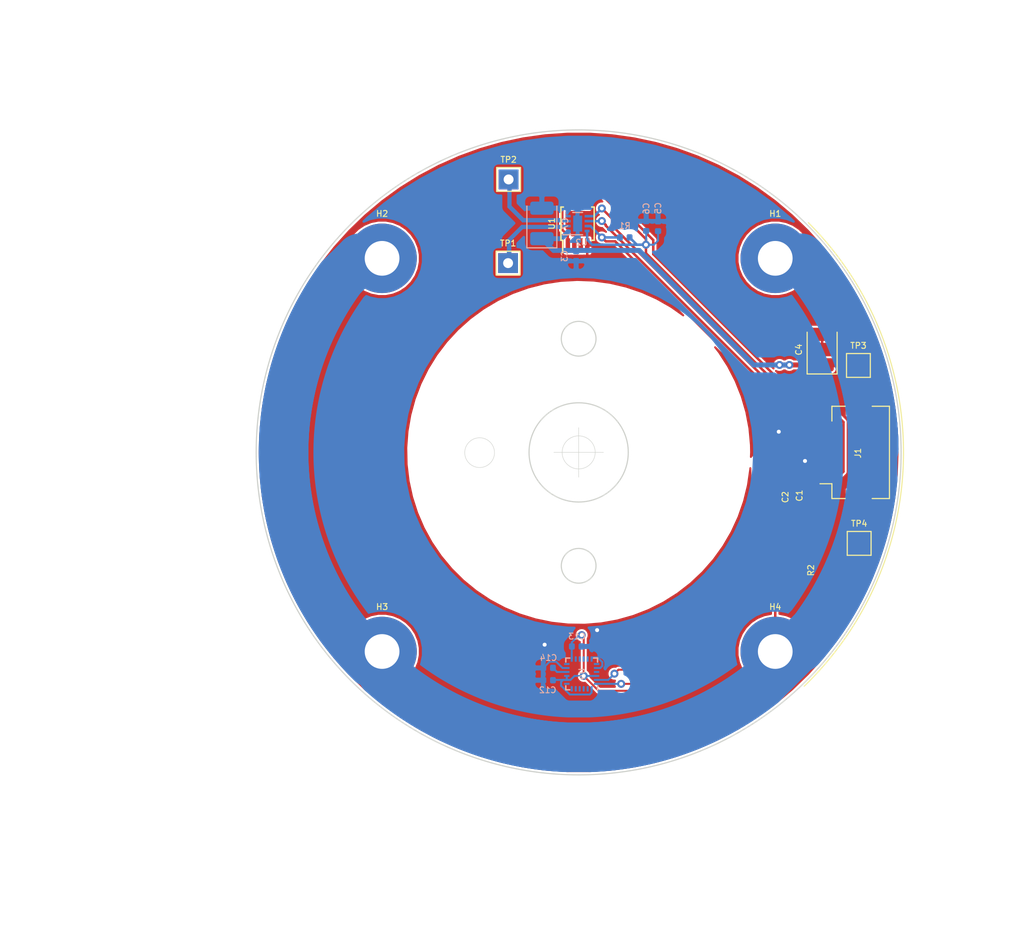
<source format=kicad_pcb>
(kicad_pcb (version 20171130) (host pcbnew "(5.1.0-0)")

  (general
    (thickness 1.6)
    (drawings 8)
    (tracks 595)
    (zones 0)
    (modules 24)
    (nets 22)
  )

  (page A4)
  (layers
    (0 F.Cu signal)
    (31 B.Cu signal)
    (32 B.Adhes user)
    (33 F.Adhes user)
    (34 B.Paste user)
    (35 F.Paste user)
    (36 B.SilkS user)
    (37 F.SilkS user)
    (38 B.Mask user)
    (39 F.Mask user)
    (40 Dwgs.User user hide)
    (41 Cmts.User user hide)
    (42 Eco1.User user hide)
    (43 Eco2.User user hide)
    (44 Edge.Cuts user)
    (45 Margin user hide)
    (46 B.CrtYd user hide)
    (47 F.CrtYd user hide)
    (48 B.Fab user hide)
    (49 F.Fab user hide)
  )

  (setup
    (last_trace_width 0.25)
    (user_trace_width 0.2)
    (user_trace_width 0.5)
    (user_trace_width 5)
    (trace_clearance 0.2)
    (zone_clearance 0.508)
    (zone_45_only no)
    (trace_min 0.2)
    (via_size 0.8)
    (via_drill 0.4)
    (via_min_size 0.4)
    (via_min_drill 0.3)
    (uvia_size 0.3)
    (uvia_drill 0.1)
    (uvias_allowed no)
    (uvia_min_size 0.2)
    (uvia_min_drill 0.1)
    (edge_width 0.05)
    (segment_width 0.2)
    (pcb_text_width 0.3)
    (pcb_text_size 1.5 1.5)
    (mod_edge_width 0.12)
    (mod_text_size 1 1)
    (mod_text_width 0.15)
    (pad_size 1.524 1.524)
    (pad_drill 0.762)
    (pad_to_mask_clearance 0.051)
    (solder_mask_min_width 0.25)
    (aux_axis_origin 0 0)
    (visible_elements FFFFFF7F)
    (pcbplotparams
      (layerselection 0x010fc_ffffffff)
      (usegerberextensions false)
      (usegerberattributes false)
      (usegerberadvancedattributes false)
      (creategerberjobfile false)
      (excludeedgelayer true)
      (linewidth 0.100000)
      (plotframeref false)
      (viasonmask false)
      (mode 1)
      (useauxorigin false)
      (hpglpennumber 1)
      (hpglpenspeed 20)
      (hpglpendiameter 15.000000)
      (psnegative false)
      (psa4output false)
      (plotreference true)
      (plotvalue true)
      (plotinvisibletext false)
      (padsonsilk false)
      (subtractmaskfromsilk false)
      (outputformat 1)
      (mirror false)
      (drillshape 1)
      (scaleselection 1)
      (outputdirectory ""))
  )

  (net 0 "")
  (net 1 GND)
  (net 2 +3V3)
  (net 3 VCC)
  (net 4 "Net-(H1-Pad1)")
  (net 5 /Motor_Enable)
  (net 6 /Motor_Phase)
  (net 7 /Motor_Sleep)
  (net 8 /SCL)
  (net 9 /SDA)
  (net 10 /OneWire)
  (net 11 "Net-(TP1-Pad1)")
  (net 12 "Net-(TP2-Pad1)")
  (net 13 "Net-(U1-Pad7)")
  (net 14 "Net-(U1-Pad6)")
  (net 15 "Net-(U1-Pad5)")
  (net 16 "Net-(U1-Pad3)")
  (net 17 "Net-(U1-Pad2)")
  (net 18 "Net-(C14-Pad1)")
  (net 19 "Net-(U4-Pad21)")
  (net 20 "Net-(U4-Pad12)")
  (net 21 "Net-(U4-Pad7)")

  (net_class Default "Dies ist die voreingestellte Netzklasse."
    (clearance 0.2)
    (trace_width 0.25)
    (via_dia 0.8)
    (via_drill 0.4)
    (uvia_dia 0.3)
    (uvia_drill 0.1)
    (add_net +3V3)
    (add_net /Motor_Enable)
    (add_net /Motor_Phase)
    (add_net /Motor_Sleep)
    (add_net /OneWire)
    (add_net /SCL)
    (add_net /SDA)
    (add_net GND)
    (add_net "Net-(C14-Pad1)")
    (add_net "Net-(H1-Pad1)")
    (add_net "Net-(TP1-Pad1)")
    (add_net "Net-(TP2-Pad1)")
    (add_net "Net-(U1-Pad2)")
    (add_net "Net-(U1-Pad3)")
    (add_net "Net-(U1-Pad5)")
    (add_net "Net-(U1-Pad6)")
    (add_net "Net-(U1-Pad7)")
    (add_net "Net-(U4-Pad12)")
    (add_net "Net-(U4-Pad21)")
    (add_net "Net-(U4-Pad7)")
    (add_net VCC)
  )

  (module Package_SO:MSOP-8_3x3mm_P0.65mm (layer F.Cu) (tedit 5A02F25C) (tstamp 5CFB3EC2)
    (at 126.88824 53.14696 90)
    (descr "8-Lead Plastic Micro Small Outline Package (MS) [MSOP] (see Microchip Packaging Specification 00000049BS.pdf)")
    (tags "SSOP 0.65")
    (path /5D11E6A1)
    (attr smd)
    (fp_text reference U1 (at 0 -2.6 90) (layer F.SilkS)
      (effects (font (size 0.6 0.6) (thickness 0.1)))
    )
    (fp_text value DS18B20U (at 0 2.6 90) (layer F.Fab)
      (effects (font (size 1 1) (thickness 0.15)))
    )
    (fp_text user %R (at 0 0 90) (layer F.Fab)
      (effects (font (size 0.6 0.6) (thickness 0.1)))
    )
    (fp_line (start -1.675 -1.5) (end -2.925 -1.5) (layer F.SilkS) (width 0.15))
    (fp_line (start -1.675 1.675) (end 1.675 1.675) (layer F.SilkS) (width 0.15))
    (fp_line (start -1.675 -1.675) (end 1.675 -1.675) (layer F.SilkS) (width 0.15))
    (fp_line (start -1.675 1.675) (end -1.675 1.425) (layer F.SilkS) (width 0.15))
    (fp_line (start 1.675 1.675) (end 1.675 1.425) (layer F.SilkS) (width 0.15))
    (fp_line (start 1.675 -1.675) (end 1.675 -1.425) (layer F.SilkS) (width 0.15))
    (fp_line (start -1.675 -1.675) (end -1.675 -1.5) (layer F.SilkS) (width 0.15))
    (fp_line (start -3.2 1.85) (end 3.2 1.85) (layer F.CrtYd) (width 0.05))
    (fp_line (start -3.2 -1.85) (end 3.2 -1.85) (layer F.CrtYd) (width 0.05))
    (fp_line (start 3.2 -1.85) (end 3.2 1.85) (layer F.CrtYd) (width 0.05))
    (fp_line (start -3.2 -1.85) (end -3.2 1.85) (layer F.CrtYd) (width 0.05))
    (fp_line (start -1.5 -0.5) (end -0.5 -1.5) (layer F.Fab) (width 0.15))
    (fp_line (start -1.5 1.5) (end -1.5 -0.5) (layer F.Fab) (width 0.15))
    (fp_line (start 1.5 1.5) (end -1.5 1.5) (layer F.Fab) (width 0.15))
    (fp_line (start 1.5 -1.5) (end 1.5 1.5) (layer F.Fab) (width 0.15))
    (fp_line (start -0.5 -1.5) (end 1.5 -1.5) (layer F.Fab) (width 0.15))
    (pad 8 smd rect (at 2.2 -0.975 90) (size 1.45 0.45) (layers F.Cu F.Paste F.Mask)
      (net 2 +3V3))
    (pad 7 smd rect (at 2.2 -0.325 90) (size 1.45 0.45) (layers F.Cu F.Paste F.Mask)
      (net 13 "Net-(U1-Pad7)"))
    (pad 6 smd rect (at 2.2 0.325 90) (size 1.45 0.45) (layers F.Cu F.Paste F.Mask)
      (net 14 "Net-(U1-Pad6)"))
    (pad 5 smd rect (at 2.2 0.975 90) (size 1.45 0.45) (layers F.Cu F.Paste F.Mask)
      (net 15 "Net-(U1-Pad5)"))
    (pad 4 smd rect (at -2.2 0.975 90) (size 1.45 0.45) (layers F.Cu F.Paste F.Mask)
      (net 1 GND))
    (pad 3 smd rect (at -2.2 0.325 90) (size 1.45 0.45) (layers F.Cu F.Paste F.Mask)
      (net 16 "Net-(U1-Pad3)"))
    (pad 2 smd rect (at -2.2 -0.325 90) (size 1.45 0.45) (layers F.Cu F.Paste F.Mask)
      (net 17 "Net-(U1-Pad2)"))
    (pad 1 smd rect (at -2.2 -0.975 90) (size 1.45 0.45) (layers F.Cu F.Paste F.Mask)
      (net 10 /OneWire))
    (model ${KISYS3DMOD}/Package_SO.3dshapes/MSOP-8_3x3mm_P0.65mm.wrl
      (at (xyz 0 0 0))
      (scale (xyz 1 1 1))
      (rotate (xyz 0 0 0))
    )
  )

  (module Sensor_Motion:InvenSense_QFN-24_3x3mm_P0.4mm (layer B.Cu) (tedit 5B5A6A65) (tstamp 5CFB2999)
    (at 127.3048 98.5266 90)
    (descr "24-Lead Plastic QFN (3mm x 3mm); Pitch 0.4mm; EP 1.7x1.54mm; for InvenSense motion sensors; keepout area marked (Package see: https://store.invensense.com/datasheets/invensense/MPU9250REV1.0.pdf; See also https://www.invensense.com/wp-content/uploads/2015/02/InvenSense-MEMS-Handling.pdf)")
    (tags "QFN 0.4")
    (path /5F836542)
    (attr smd)
    (fp_text reference U4 (at 0 0.0254 90) (layer B.SilkS)
      (effects (font (size 0.6 0.6) (thickness 0.1)) (justify mirror))
    )
    (fp_text value MPU-9250 (at 0 -3.25 90) (layer B.Fab)
      (effects (font (size 1 1) (thickness 0.15)) (justify mirror))
    )
    (fp_text user Component (at 0 -0.55 90) (layer Cmts.User)
      (effects (font (size 0.2 0.2) (thickness 0.04)))
    )
    (fp_text user "Directly Below" (at 0 -0.25 90) (layer Cmts.User)
      (effects (font (size 0.2 0.2) (thickness 0.04)))
    )
    (fp_text user "No Copper" (at 0 0.1 90) (layer Cmts.User)
      (effects (font (size 0.2 0.2) (thickness 0.04)))
    )
    (fp_text user KEEPOUT (at 0 0.5 90) (layer Cmts.User)
      (effects (font (size 0.2 0.2) (thickness 0.04)))
    )
    (fp_line (start -0.535 0.795) (end -0.875 0.455) (layer Dwgs.User) (width 0.05))
    (fp_line (start -0.035 0.795) (end -0.875 -0.045) (layer Dwgs.User) (width 0.05))
    (fp_line (start 0.465 0.795) (end -0.875 -0.545) (layer Dwgs.User) (width 0.05))
    (fp_line (start 0.875 0.705) (end -0.625 -0.795) (layer Dwgs.User) (width 0.05))
    (fp_line (start 0.875 0.205) (end -0.125 -0.795) (layer Dwgs.User) (width 0.05))
    (fp_line (start 0.875 -0.295) (end 0.375 -0.795) (layer Dwgs.User) (width 0.05))
    (fp_line (start 0.875 0.795) (end 0.875 -0.795) (layer Dwgs.User) (width 0.05))
    (fp_line (start -0.875 -0.795) (end 0.875 -0.795) (layer Dwgs.User) (width 0.05))
    (fp_line (start -0.875 0.795) (end -0.875 -0.795) (layer Dwgs.User) (width 0.05))
    (fp_line (start -0.875 0.795) (end 0.875 0.795) (layer Dwgs.User) (width 0.05))
    (fp_line (start -1.6 1.6) (end -1.2 1.6) (layer B.SilkS) (width 0.15))
    (fp_line (start 1.6 1.6) (end 1.2 1.6) (layer B.SilkS) (width 0.15))
    (fp_line (start 1.6 1.6) (end 1.6 1.2) (layer B.SilkS) (width 0.15))
    (fp_line (start 1.6 -1.6) (end 1.2 -1.6) (layer B.SilkS) (width 0.15))
    (fp_line (start 1.6 -1.6) (end 1.6 -1.2) (layer B.SilkS) (width 0.15))
    (fp_line (start -1.6 -1.6) (end -1.2 -1.6) (layer B.SilkS) (width 0.15))
    (fp_line (start -1.6 -1.6) (end -1.6 -1.2) (layer B.SilkS) (width 0.15))
    (fp_line (start -2.05 2.05) (end 2.05 2.05) (layer B.CrtYd) (width 0.05))
    (fp_line (start -2.05 -2.05) (end -2.05 2.05) (layer B.CrtYd) (width 0.05))
    (fp_line (start 2.05 -2.05) (end -2.05 -2.05) (layer B.CrtYd) (width 0.05))
    (fp_line (start 2.05 2.05) (end 2.05 -2.05) (layer B.CrtYd) (width 0.05))
    (fp_line (start -1.5 0.5) (end -0.5 1.5) (layer B.Fab) (width 0.15))
    (fp_line (start -1.5 -1.5) (end -1.5 0.5) (layer B.Fab) (width 0.15))
    (fp_line (start 1.5 -1.5) (end -1.5 -1.5) (layer B.Fab) (width 0.15))
    (fp_line (start 1.5 1.5) (end 1.5 -1.5) (layer B.Fab) (width 0.15))
    (fp_line (start -0.5 1.5) (end 1.5 1.5) (layer B.Fab) (width 0.15))
    (fp_text user %R (at 0 0 90) (layer B.Fab)
      (effects (font (size 0.6 0.6) (thickness 0.1)) (justify mirror))
    )
    (pad 24 smd roundrect (at -1 1.5) (size 0.55 0.2) (layers B.Cu B.Paste B.Mask) (roundrect_rratio 0.25)
      (net 9 /SDA))
    (pad 23 smd roundrect (at -0.6 1.5) (size 0.55 0.2) (layers B.Cu B.Paste B.Mask) (roundrect_rratio 0.25)
      (net 8 /SCL))
    (pad 22 smd roundrect (at -0.2 1.5) (size 0.55 0.2) (layers B.Cu B.Paste B.Mask) (roundrect_rratio 0.25)
      (net 2 +3V3))
    (pad 21 smd roundrect (at 0.2 1.5) (size 0.55 0.2) (layers B.Cu B.Paste B.Mask) (roundrect_rratio 0.25)
      (net 19 "Net-(U4-Pad21)"))
    (pad 20 smd roundrect (at 0.6 1.5) (size 0.55 0.2) (layers B.Cu B.Paste B.Mask) (roundrect_rratio 0.25)
      (net 1 GND))
    (pad 19 smd roundrect (at 1 1.5) (size 0.55 0.2) (layers B.Cu B.Paste B.Mask) (roundrect_rratio 0.25))
    (pad 18 smd roundrect (at 1.5 1 90) (size 0.55 0.2) (layers B.Cu B.Paste B.Mask) (roundrect_rratio 0.25)
      (net 1 GND))
    (pad 17 smd roundrect (at 1.5 0.6 90) (size 0.55 0.2) (layers B.Cu B.Paste B.Mask) (roundrect_rratio 0.25))
    (pad 16 smd roundrect (at 1.5 0.2 90) (size 0.55 0.2) (layers B.Cu B.Paste B.Mask) (roundrect_rratio 0.25))
    (pad 15 smd roundrect (at 1.5 -0.2 90) (size 0.55 0.2) (layers B.Cu B.Paste B.Mask) (roundrect_rratio 0.25))
    (pad 14 smd roundrect (at 1.5 -0.6 90) (size 0.55 0.2) (layers B.Cu B.Paste B.Mask) (roundrect_rratio 0.25))
    (pad 13 smd roundrect (at 1.5 -1 90) (size 0.55 0.2) (layers B.Cu B.Paste B.Mask) (roundrect_rratio 0.25)
      (net 2 +3V3))
    (pad 12 smd roundrect (at 1 -1.5) (size 0.55 0.2) (layers B.Cu B.Paste B.Mask) (roundrect_rratio 0.25)
      (net 20 "Net-(U4-Pad12)"))
    (pad 11 smd roundrect (at 0.6 -1.5) (size 0.55 0.2) (layers B.Cu B.Paste B.Mask) (roundrect_rratio 0.25)
      (net 1 GND))
    (pad 10 smd roundrect (at 0.2 -1.5) (size 0.55 0.2) (layers B.Cu B.Paste B.Mask) (roundrect_rratio 0.25)
      (net 18 "Net-(C14-Pad1)"))
    (pad 9 smd roundrect (at -0.2 -1.5) (size 0.55 0.2) (layers B.Cu B.Paste B.Mask) (roundrect_rratio 0.25)
      (net 2 +3V3))
    (pad 8 smd roundrect (at -0.6 -1.5) (size 0.55 0.2) (layers B.Cu B.Paste B.Mask) (roundrect_rratio 0.25)
      (net 2 +3V3))
    (pad 7 smd roundrect (at -1 -1.5) (size 0.55 0.2) (layers B.Cu B.Paste B.Mask) (roundrect_rratio 0.25)
      (net 21 "Net-(U4-Pad7)"))
    (pad 6 smd roundrect (at -1.5 -1 90) (size 0.55 0.2) (layers B.Cu B.Paste B.Mask) (roundrect_rratio 0.25))
    (pad 5 smd roundrect (at -1.5 -0.6 90) (size 0.55 0.2) (layers B.Cu B.Paste B.Mask) (roundrect_rratio 0.25))
    (pad 4 smd roundrect (at -1.5 -0.2 90) (size 0.55 0.2) (layers B.Cu B.Paste B.Mask) (roundrect_rratio 0.25))
    (pad 3 smd roundrect (at -1.5 0.2 90) (size 0.55 0.2) (layers B.Cu B.Paste B.Mask) (roundrect_rratio 0.25))
    (pad 2 smd roundrect (at -1.5 0.6 90) (size 0.55 0.2) (layers B.Cu B.Paste B.Mask) (roundrect_rratio 0.25))
    (pad 1 smd roundrect (at -1.5 1 90) (size 0.55 0.2) (layers B.Cu B.Paste B.Mask) (roundrect_rratio 0.25)
      (net 2 +3V3))
    (model ${KISYS3DMOD}/Package_DFN_QFN.3dshapes/QFN-24_3x3mm_P0.4mm_EP1.7x1.54mm.wrl
      (at (xyz 0 0 0))
      (scale (xyz 1 1 1))
      (rotate (xyz 0 0 0))
    )
  )

  (module Package_SON:WSON-8-1EP_2x2mm_P0.5mm_EP0.9x1.6mm (layer B.Cu) (tedit 5A65F6A7) (tstamp 5CFB2930)
    (at 126.8984 53.1432)
    (descr "8-Lead Plastic WSON, 2x2mm Body, 0.5mm Pitch, WSON-8, http://www.ti.com/lit/ds/symlink/lm27761.pdf")
    (tags "WSON 8 1EP")
    (path /5F7BD0A2)
    (attr smd)
    (fp_text reference U2 (at 0.38 1.9) (layer B.SilkS)
      (effects (font (size 0.6 0.6) (thickness 0.1)) (justify mirror))
    )
    (fp_text value DRV8838 (at 0.01 -2.14) (layer B.Fab)
      (effects (font (size 1 1) (thickness 0.15)) (justify mirror))
    )
    (fp_line (start -1.5 1.12) (end 0.5 1.12) (layer B.SilkS) (width 0.12))
    (fp_line (start 0.5 -1.12) (end -0.5 -1.12) (layer B.SilkS) (width 0.12))
    (fp_line (start -1.6 -1.25) (end 1.6 -1.25) (layer B.CrtYd) (width 0.05))
    (fp_line (start -1.6 1.25) (end 1.6 1.25) (layer B.CrtYd) (width 0.05))
    (fp_line (start 1.6 1.25) (end 1.6 -1.25) (layer B.CrtYd) (width 0.05))
    (fp_line (start -1.6 1.25) (end -1.6 -1.25) (layer B.CrtYd) (width 0.05))
    (fp_line (start -0.5 1) (end 1 1) (layer B.Fab) (width 0.1))
    (fp_line (start 1 1) (end 1 -1) (layer B.Fab) (width 0.1))
    (fp_line (start 1 -1) (end -1 -1) (layer B.Fab) (width 0.1))
    (fp_line (start -1 -1) (end -1 0.5) (layer B.Fab) (width 0.1))
    (fp_line (start -0.5 1) (end -1 0.5) (layer B.Fab) (width 0.1))
    (fp_text user %R (at 0 0) (layer B.Fab)
      (effects (font (size 0.6 0.6) (thickness 0.1)) (justify mirror))
    )
    (pad "" smd rect (at 0 0.4) (size 0.75 0.65) (layers B.Paste))
    (pad "" smd rect (at 0 -0.4) (size 0.75 0.65) (layers B.Paste))
    (pad 6 smd rect (at 0.95 -0.25) (size 0.5 0.25) (layers B.Cu B.Paste B.Mask)
      (net 6 /Motor_Phase))
    (pad 5 smd rect (at 0.95 -0.75) (size 0.5 0.25) (layers B.Cu B.Paste B.Mask)
      (net 5 /Motor_Enable))
    (pad 4 smd rect (at -0.95 -0.75) (size 0.5 0.25) (layers B.Cu B.Paste B.Mask)
      (net 1 GND))
    (pad 2 smd rect (at -0.95 0.25) (size 0.5 0.25) (layers B.Cu B.Paste B.Mask)
      (net 11 "Net-(TP1-Pad1)"))
    (pad 1 smd rect (at -0.95 0.75) (size 0.5 0.25) (layers B.Cu B.Paste B.Mask)
      (net 3 VCC))
    (pad 9 smd rect (at 0 0) (size 0.9 1.6) (layers B.Cu B.Mask)
      (net 1 GND))
    (pad 8 smd rect (at 0.95 0.75) (size 0.5 0.25) (layers B.Cu B.Paste B.Mask)
      (net 2 +3V3))
    (pad 7 smd rect (at 0.95 0.25) (size 0.5 0.25) (layers B.Cu B.Paste B.Mask)
      (net 7 /Motor_Sleep))
    (pad 3 smd rect (at -0.95 -0.25) (size 0.5 0.25) (layers B.Cu B.Paste B.Mask)
      (net 12 "Net-(TP2-Pad1)"))
    (model ${KISYS3DMOD}/Package_SON.3dshapes/WSON-8-1EP_2x2mm_P0.5mm_EP0.9x1.6mm.wrl
      (at (xyz 0 0 0))
      (scale (xyz 1 1 1))
      (rotate (xyz 0 0 0))
    )
  )

  (module TestPoint:TestPoint_Pad_2.0x2.0mm (layer F.Cu) (tedit 5A0F774F) (tstamp 5CFB2901)
    (at 155.2702 85.3694)
    (descr "SMD rectangular pad as test Point, square 2.0mm side length")
    (tags "test point SMD pad rectangle square")
    (path /5F7DF36C)
    (attr virtual)
    (fp_text reference TP4 (at 0 -1.998) (layer F.SilkS)
      (effects (font (size 0.6 0.6) (thickness 0.1)))
    )
    (fp_text value GND (at 0 2.05) (layer F.Fab)
      (effects (font (size 1 1) (thickness 0.15)))
    )
    (fp_line (start 1.5 1.5) (end -1.5 1.5) (layer F.CrtYd) (width 0.05))
    (fp_line (start 1.5 1.5) (end 1.5 -1.5) (layer F.CrtYd) (width 0.05))
    (fp_line (start -1.5 -1.5) (end -1.5 1.5) (layer F.CrtYd) (width 0.05))
    (fp_line (start -1.5 -1.5) (end 1.5 -1.5) (layer F.CrtYd) (width 0.05))
    (fp_line (start -1.2 1.2) (end -1.2 -1.2) (layer F.SilkS) (width 0.12))
    (fp_line (start 1.2 1.2) (end -1.2 1.2) (layer F.SilkS) (width 0.12))
    (fp_line (start 1.2 -1.2) (end 1.2 1.2) (layer F.SilkS) (width 0.12))
    (fp_line (start -1.2 -1.2) (end 1.2 -1.2) (layer F.SilkS) (width 0.12))
    (fp_text user %R (at 0 -2) (layer F.Fab)
      (effects (font (size 0.6 0.6) (thickness 0.1)))
    )
    (pad 1 smd rect (at 0 0) (size 2 2) (layers F.Cu F.Mask)
      (net 1 GND))
  )

  (module TestPoint:TestPoint_Pad_2.0x2.0mm (layer F.Cu) (tedit 5A0F774F) (tstamp 5CFB28F3)
    (at 155.194 67.437)
    (descr "SMD rectangular pad as test Point, square 2.0mm side length")
    (tags "test point SMD pad rectangle square")
    (path /5F7DF019)
    (attr virtual)
    (fp_text reference TP3 (at 0 -1.998) (layer F.SilkS)
      (effects (font (size 0.6 0.6) (thickness 0.1)))
    )
    (fp_text value VCC (at 0 2.05) (layer F.Fab)
      (effects (font (size 1 1) (thickness 0.15)))
    )
    (fp_line (start 1.5 1.5) (end -1.5 1.5) (layer F.CrtYd) (width 0.05))
    (fp_line (start 1.5 1.5) (end 1.5 -1.5) (layer F.CrtYd) (width 0.05))
    (fp_line (start -1.5 -1.5) (end -1.5 1.5) (layer F.CrtYd) (width 0.05))
    (fp_line (start -1.5 -1.5) (end 1.5 -1.5) (layer F.CrtYd) (width 0.05))
    (fp_line (start -1.2 1.2) (end -1.2 -1.2) (layer F.SilkS) (width 0.12))
    (fp_line (start 1.2 1.2) (end -1.2 1.2) (layer F.SilkS) (width 0.12))
    (fp_line (start 1.2 -1.2) (end 1.2 1.2) (layer F.SilkS) (width 0.12))
    (fp_line (start -1.2 -1.2) (end 1.2 -1.2) (layer F.SilkS) (width 0.12))
    (fp_text user %R (at 0 -2) (layer F.Fab)
      (effects (font (size 0.6 0.6) (thickness 0.1)))
    )
    (pad 1 smd rect (at 0 0) (size 2 2) (layers F.Cu F.Mask)
      (net 3 VCC))
  )

  (module TestPoint:TestPoint_THTPad_2.0x2.0mm_Drill1.0mm (layer F.Cu) (tedit 5A0F774F) (tstamp 5CFB28E5)
    (at 119.9388 48.6918)
    (descr "THT rectangular pad as test Point, square 2.0mm_Drill1.0mm  side length, hole diameter 1.0mm")
    (tags "test point THT pad rectangle square")
    (path /5F7BE171)
    (attr virtual)
    (fp_text reference TP2 (at 0 -1.998) (layer F.SilkS)
      (effects (font (size 0.6 0.6) (thickness 0.1)))
    )
    (fp_text value Motor- (at 0 2.05) (layer F.Fab)
      (effects (font (size 1 1) (thickness 0.15)))
    )
    (fp_line (start 1.5 1.5) (end -1.5 1.5) (layer F.CrtYd) (width 0.05))
    (fp_line (start 1.5 1.5) (end 1.5 -1.5) (layer F.CrtYd) (width 0.05))
    (fp_line (start -1.5 -1.5) (end -1.5 1.5) (layer F.CrtYd) (width 0.05))
    (fp_line (start -1.5 -1.5) (end 1.5 -1.5) (layer F.CrtYd) (width 0.05))
    (fp_line (start -1.2 1.2) (end -1.2 -1.2) (layer F.SilkS) (width 0.12))
    (fp_line (start 1.2 1.2) (end -1.2 1.2) (layer F.SilkS) (width 0.12))
    (fp_line (start 1.2 -1.2) (end 1.2 1.2) (layer F.SilkS) (width 0.12))
    (fp_line (start -1.2 -1.2) (end 1.2 -1.2) (layer F.SilkS) (width 0.12))
    (fp_text user %R (at 0 -2) (layer F.Fab)
      (effects (font (size 0.6 0.6) (thickness 0.1)))
    )
    (pad 1 thru_hole rect (at 0 0) (size 2 2) (drill 1) (layers *.Cu *.Mask)
      (net 12 "Net-(TP2-Pad1)"))
  )

  (module TestPoint:TestPoint_THTPad_2.0x2.0mm_Drill1.0mm (layer F.Cu) (tedit 5A0F774F) (tstamp 5CFB28D7)
    (at 119.888 57.1246)
    (descr "THT rectangular pad as test Point, square 2.0mm_Drill1.0mm  side length, hole diameter 1.0mm")
    (tags "test point THT pad rectangle square")
    (path /5F7BDB7D)
    (attr virtual)
    (fp_text reference TP1 (at 0 -1.998) (layer F.SilkS)
      (effects (font (size 0.6 0.6) (thickness 0.1)))
    )
    (fp_text value Motor+ (at 0 2.05) (layer F.Fab)
      (effects (font (size 1 1) (thickness 0.15)))
    )
    (fp_line (start 1.5 1.5) (end -1.5 1.5) (layer F.CrtYd) (width 0.05))
    (fp_line (start 1.5 1.5) (end 1.5 -1.5) (layer F.CrtYd) (width 0.05))
    (fp_line (start -1.5 -1.5) (end -1.5 1.5) (layer F.CrtYd) (width 0.05))
    (fp_line (start -1.5 -1.5) (end 1.5 -1.5) (layer F.CrtYd) (width 0.05))
    (fp_line (start -1.2 1.2) (end -1.2 -1.2) (layer F.SilkS) (width 0.12))
    (fp_line (start 1.2 1.2) (end -1.2 1.2) (layer F.SilkS) (width 0.12))
    (fp_line (start 1.2 -1.2) (end 1.2 1.2) (layer F.SilkS) (width 0.12))
    (fp_line (start -1.2 -1.2) (end 1.2 -1.2) (layer F.SilkS) (width 0.12))
    (fp_text user %R (at 0 -2) (layer F.Fab)
      (effects (font (size 0.6 0.6) (thickness 0.1)))
    )
    (pad 1 thru_hole rect (at 0 0) (size 2 2) (drill 1) (layers *.Cu *.Mask)
      (net 11 "Net-(TP1-Pad1)"))
  )

  (module Resistor_SMD:R_0402_1005Metric (layer F.Cu) (tedit 5B301BBD) (tstamp 5CFB28C9)
    (at 149.24024 88.07944 270)
    (descr "Resistor SMD 0402 (1005 Metric), square (rectangular) end terminal, IPC_7351 nominal, (Body size source: http://www.tortai-tech.com/upload/download/2011102023233369053.pdf), generated with kicad-footprint-generator")
    (tags resistor)
    (path /5D0C08F8)
    (attr smd)
    (fp_text reference R2 (at 0 -1.17 270) (layer F.SilkS)
      (effects (font (size 0.6 0.6) (thickness 0.1)))
    )
    (fp_text value 1M (at 0 1.17 270) (layer F.Fab)
      (effects (font (size 1 1) (thickness 0.15)))
    )
    (fp_text user %R (at 0 0 270) (layer F.Fab)
      (effects (font (size 0.6 0.6) (thickness 0.1)))
    )
    (fp_line (start 0.93 0.47) (end -0.93 0.47) (layer F.CrtYd) (width 0.05))
    (fp_line (start 0.93 -0.47) (end 0.93 0.47) (layer F.CrtYd) (width 0.05))
    (fp_line (start -0.93 -0.47) (end 0.93 -0.47) (layer F.CrtYd) (width 0.05))
    (fp_line (start -0.93 0.47) (end -0.93 -0.47) (layer F.CrtYd) (width 0.05))
    (fp_line (start 0.5 0.25) (end -0.5 0.25) (layer F.Fab) (width 0.1))
    (fp_line (start 0.5 -0.25) (end 0.5 0.25) (layer F.Fab) (width 0.1))
    (fp_line (start -0.5 -0.25) (end 0.5 -0.25) (layer F.Fab) (width 0.1))
    (fp_line (start -0.5 0.25) (end -0.5 -0.25) (layer F.Fab) (width 0.1))
    (pad 2 smd roundrect (at 0.485 0 270) (size 0.59 0.64) (layers F.Cu F.Paste F.Mask) (roundrect_rratio 0.25)
      (net 4 "Net-(H1-Pad1)"))
    (pad 1 smd roundrect (at -0.485 0 270) (size 0.59 0.64) (layers F.Cu F.Paste F.Mask) (roundrect_rratio 0.25)
      (net 1 GND))
    (model ${KISYS3DMOD}/Resistor_SMD.3dshapes/R_0402_1005Metric.wrl
      (at (xyz 0 0 0))
      (scale (xyz 1 1 1))
      (rotate (xyz 0 0 0))
    )
  )

  (module Resistor_SMD:R_0402_1005Metric (layer B.Cu) (tedit 5B301BBD) (tstamp 5CFB28BA)
    (at 131.6458 54.5338 180)
    (descr "Resistor SMD 0402 (1005 Metric), square (rectangular) end terminal, IPC_7351 nominal, (Body size source: http://www.tortai-tech.com/upload/download/2011102023233369053.pdf), generated with kicad-footprint-generator")
    (tags resistor)
    (path /5F7C02EA)
    (attr smd)
    (fp_text reference R1 (at 0 1.17 180) (layer B.SilkS)
      (effects (font (size 0.6 0.6) (thickness 0.1)) (justify mirror))
    )
    (fp_text value 10k (at 0 -1.17 180) (layer B.Fab)
      (effects (font (size 1 1) (thickness 0.15)) (justify mirror))
    )
    (fp_text user %R (at 0 0 180) (layer B.Fab)
      (effects (font (size 0.6 0.6) (thickness 0.1)) (justify mirror))
    )
    (fp_line (start 0.93 -0.47) (end -0.93 -0.47) (layer B.CrtYd) (width 0.05))
    (fp_line (start 0.93 0.47) (end 0.93 -0.47) (layer B.CrtYd) (width 0.05))
    (fp_line (start -0.93 0.47) (end 0.93 0.47) (layer B.CrtYd) (width 0.05))
    (fp_line (start -0.93 -0.47) (end -0.93 0.47) (layer B.CrtYd) (width 0.05))
    (fp_line (start 0.5 -0.25) (end -0.5 -0.25) (layer B.Fab) (width 0.1))
    (fp_line (start 0.5 0.25) (end 0.5 -0.25) (layer B.Fab) (width 0.1))
    (fp_line (start -0.5 0.25) (end 0.5 0.25) (layer B.Fab) (width 0.1))
    (fp_line (start -0.5 -0.25) (end -0.5 0.25) (layer B.Fab) (width 0.1))
    (pad 2 smd roundrect (at 0.485 0 180) (size 0.59 0.64) (layers B.Cu B.Paste B.Mask) (roundrect_rratio 0.25)
      (net 7 /Motor_Sleep))
    (pad 1 smd roundrect (at -0.485 0 180) (size 0.59 0.64) (layers B.Cu B.Paste B.Mask) (roundrect_rratio 0.25)
      (net 2 +3V3))
    (model ${KISYS3DMOD}/Resistor_SMD.3dshapes/R_0402_1005Metric.wrl
      (at (xyz 0 0 0))
      (scale (xyz 1 1 1))
      (rotate (xyz 0 0 0))
    )
  )

  (module Connector_FFC-FPC:Hirose_FH12-12S-0.5SH_1x12-1MP_P0.50mm_Horizontal (layer F.Cu) (tedit 5AEE0F8A) (tstamp 5CFB28AB)
    (at 153.8224 76.2 90)
    (descr "Molex FH12, FFC/FPC connector, FH12-12S-0.5SH, 12 Pins per row (https://www.hirose.com/product/en/products/FH12/FH12-24S-0.5SH(55)/), generated with kicad-footprint-generator")
    (tags "connector Hirose  top entry")
    (path /5F7AADDB)
    (attr smd)
    (fp_text reference J1 (at -0.0762 1.3208 90) (layer F.SilkS)
      (effects (font (size 0.6 0.6) (thickness 0.1)))
    )
    (fp_text value Conn_01x12_Female (at 0 5.6 90) (layer F.Fab)
      (effects (font (size 1 1) (thickness 0.15)))
    )
    (fp_text user %R (at 0 3.7 90) (layer F.Fab)
      (effects (font (size 0.6 0.6) (thickness 0.1)))
    )
    (fp_line (start 6.05 -3) (end -6.05 -3) (layer F.CrtYd) (width 0.05))
    (fp_line (start 6.05 4.9) (end 6.05 -3) (layer F.CrtYd) (width 0.05))
    (fp_line (start -6.05 4.9) (end 6.05 4.9) (layer F.CrtYd) (width 0.05))
    (fp_line (start -6.05 -3) (end -6.05 4.9) (layer F.CrtYd) (width 0.05))
    (fp_line (start -2.75 -0.492893) (end -2.25 -1.2) (layer F.Fab) (width 0.1))
    (fp_line (start -3.25 -1.2) (end -2.75 -0.492893) (layer F.Fab) (width 0.1))
    (fp_line (start -3.16 -1.3) (end -3.16 -2.5) (layer F.SilkS) (width 0.12))
    (fp_line (start 4.65 4.5) (end 4.65 2.76) (layer F.SilkS) (width 0.12))
    (fp_line (start -4.65 4.5) (end 4.65 4.5) (layer F.SilkS) (width 0.12))
    (fp_line (start -4.65 2.76) (end -4.65 4.5) (layer F.SilkS) (width 0.12))
    (fp_line (start 4.65 -1.3) (end 4.65 0.04) (layer F.SilkS) (width 0.12))
    (fp_line (start 3.16 -1.3) (end 4.65 -1.3) (layer F.SilkS) (width 0.12))
    (fp_line (start -4.65 -1.3) (end -4.65 0.04) (layer F.SilkS) (width 0.12))
    (fp_line (start -3.16 -1.3) (end -4.65 -1.3) (layer F.SilkS) (width 0.12))
    (fp_line (start 4.45 4.4) (end 0 4.4) (layer F.Fab) (width 0.1))
    (fp_line (start 4.45 3.7) (end 4.45 4.4) (layer F.Fab) (width 0.1))
    (fp_line (start 3.95 3.7) (end 4.45 3.7) (layer F.Fab) (width 0.1))
    (fp_line (start 3.95 3.4) (end 3.95 3.7) (layer F.Fab) (width 0.1))
    (fp_line (start 4.55 3.4) (end 3.95 3.4) (layer F.Fab) (width 0.1))
    (fp_line (start 4.55 -1.2) (end 4.55 3.4) (layer F.Fab) (width 0.1))
    (fp_line (start 0 -1.2) (end 4.55 -1.2) (layer F.Fab) (width 0.1))
    (fp_line (start -4.45 4.4) (end 0 4.4) (layer F.Fab) (width 0.1))
    (fp_line (start -4.45 3.7) (end -4.45 4.4) (layer F.Fab) (width 0.1))
    (fp_line (start -3.95 3.7) (end -4.45 3.7) (layer F.Fab) (width 0.1))
    (fp_line (start -3.95 3.4) (end -3.95 3.7) (layer F.Fab) (width 0.1))
    (fp_line (start -4.55 3.4) (end -3.95 3.4) (layer F.Fab) (width 0.1))
    (fp_line (start -4.55 -1.2) (end -4.55 3.4) (layer F.Fab) (width 0.1))
    (fp_line (start 0 -1.2) (end -4.55 -1.2) (layer F.Fab) (width 0.1))
    (pad 12 smd rect (at 2.75 -1.85 90) (size 0.3 1.3) (layers F.Cu F.Paste F.Mask)
      (net 5 /Motor_Enable))
    (pad 11 smd rect (at 2.25 -1.85 90) (size 0.3 1.3) (layers F.Cu F.Paste F.Mask)
      (net 6 /Motor_Phase))
    (pad 10 smd rect (at 1.75 -1.85 90) (size 0.3 1.3) (layers F.Cu F.Paste F.Mask)
      (net 7 /Motor_Sleep))
    (pad 9 smd rect (at 1.25 -1.85 90) (size 0.3 1.3) (layers F.Cu F.Paste F.Mask)
      (net 1 GND))
    (pad 8 smd rect (at 0.75 -1.85 90) (size 0.3 1.3) (layers F.Cu F.Paste F.Mask)
      (net 8 /SCL))
    (pad 7 smd rect (at 0.25 -1.85 90) (size 0.3 1.3) (layers F.Cu F.Paste F.Mask)
      (net 9 /SDA))
    (pad 6 smd rect (at -0.25 -1.85 90) (size 0.3 1.3) (layers F.Cu F.Paste F.Mask)
      (net 1 GND))
    (pad 5 smd rect (at -0.75 -1.85 90) (size 0.3 1.3) (layers F.Cu F.Paste F.Mask)
      (net 1 GND))
    (pad 4 smd rect (at -1.25 -1.85 90) (size 0.3 1.3) (layers F.Cu F.Paste F.Mask)
      (net 1 GND))
    (pad 3 smd rect (at -1.75 -1.85 90) (size 0.3 1.3) (layers F.Cu F.Paste F.Mask)
      (net 2 +3V3))
    (pad 2 smd rect (at -2.25 -1.85 90) (size 0.3 1.3) (layers F.Cu F.Paste F.Mask)
      (net 2 +3V3))
    (pad 1 smd rect (at -2.75 -1.85 90) (size 0.3 1.3) (layers F.Cu F.Paste F.Mask)
      (net 10 /OneWire))
    (pad MP smd rect (at -4.65 1.4 90) (size 1.8 2.2) (layers F.Cu F.Paste F.Mask))
    (pad MP smd rect (at 4.65 1.4 90) (size 1.8 2.2) (layers F.Cu F.Paste F.Mask))
    (model ${KISYS3DMOD}/Connector_FFC-FPC.3dshapes/Hirose_FH12-12S-0.5SH_1x12-1MP_P0.50mm_Horizontal.wrl
      (at (xyz 0 0 0))
      (scale (xyz 1 1 1))
      (rotate (xyz 0 0 0))
    )
  )

  (module MountingHole:MountingHole_3.5mm_Pad (layer F.Cu) (tedit 56D1B4CB) (tstamp 5CFB287C)
    (at 146.812 96.266)
    (descr "Mounting Hole 3.5mm")
    (tags "mounting hole 3.5mm")
    (path /5D0C01EE)
    (attr virtual)
    (fp_text reference H4 (at 0 -4.5) (layer F.SilkS)
      (effects (font (size 0.6 0.6) (thickness 0.1)))
    )
    (fp_text value MountingHole_Pad (at 0 4.5) (layer F.Fab)
      (effects (font (size 1 1) (thickness 0.15)))
    )
    (fp_circle (center 0 0) (end 3.75 0) (layer F.CrtYd) (width 0.05))
    (fp_circle (center 0 0) (end 3.5 0) (layer Cmts.User) (width 0.15))
    (fp_text user %R (at 0.3 0) (layer F.Fab)
      (effects (font (size 0.6 0.6) (thickness 0.1)))
    )
    (pad 1 thru_hole circle (at 0 0) (size 7 7) (drill 3.5) (layers *.Cu *.Mask)
      (net 4 "Net-(H1-Pad1)"))
  )

  (module MountingHole:MountingHole_3.5mm_Pad (layer F.Cu) (tedit 56D1B4CB) (tstamp 5CFB2D87)
    (at 107.188 96.266)
    (descr "Mounting Hole 3.5mm")
    (tags "mounting hole 3.5mm")
    (path /5D0BFE45)
    (attr virtual)
    (fp_text reference H3 (at 0 -4.5) (layer F.SilkS)
      (effects (font (size 0.6 0.6) (thickness 0.1)))
    )
    (fp_text value MountingHole_Pad (at 0 4.5) (layer F.Fab)
      (effects (font (size 1 1) (thickness 0.15)))
    )
    (fp_circle (center 0 0) (end 3.75 0) (layer F.CrtYd) (width 0.05))
    (fp_circle (center 0 0) (end 3.5 0) (layer Cmts.User) (width 0.15))
    (fp_text user %R (at 0.3 0) (layer F.Fab)
      (effects (font (size 0.6 0.6) (thickness 0.1)))
    )
    (pad 1 thru_hole circle (at 0 0) (size 7 7) (drill 3.5) (layers *.Cu *.Mask)
      (net 4 "Net-(H1-Pad1)"))
  )

  (module MountingHole:MountingHole_3.5mm_Pad (layer F.Cu) (tedit 56D1B4CB) (tstamp 5CFB286C)
    (at 107.188 56.642)
    (descr "Mounting Hole 3.5mm")
    (tags "mounting hole 3.5mm")
    (path /5D0BFBF2)
    (attr virtual)
    (fp_text reference H2 (at 0 -4.5) (layer F.SilkS)
      (effects (font (size 0.6 0.6) (thickness 0.1)))
    )
    (fp_text value MountingHole_Pad (at 0 4.5) (layer F.Fab)
      (effects (font (size 1 1) (thickness 0.15)))
    )
    (fp_circle (center 0 0) (end 3.75 0) (layer F.CrtYd) (width 0.05))
    (fp_circle (center 0 0) (end 3.5 0) (layer Cmts.User) (width 0.15))
    (fp_text user %R (at 0.3 0) (layer F.Fab)
      (effects (font (size 0.6 0.6) (thickness 0.1)))
    )
    (pad 1 thru_hole circle (at 0 0) (size 7 7) (drill 3.5) (layers *.Cu *.Mask)
      (net 4 "Net-(H1-Pad1)"))
  )

  (module MountingHole:MountingHole_3.5mm_Pad (layer F.Cu) (tedit 56D1B4CB) (tstamp 5CFB2864)
    (at 146.812 56.642)
    (descr "Mounting Hole 3.5mm")
    (tags "mounting hole 3.5mm")
    (path /5D0BF5AA)
    (attr virtual)
    (fp_text reference H1 (at 0 -4.5) (layer F.SilkS)
      (effects (font (size 0.6 0.6) (thickness 0.1)))
    )
    (fp_text value MountingHole_Pad (at 0 4.5) (layer F.Fab)
      (effects (font (size 1 1) (thickness 0.15)))
    )
    (fp_circle (center 0 0) (end 3.75 0) (layer F.CrtYd) (width 0.05))
    (fp_circle (center 0 0) (end 3.5 0) (layer Cmts.User) (width 0.15))
    (fp_text user %R (at 0.3 0) (layer F.Fab)
      (effects (font (size 0.6 0.6) (thickness 0.1)))
    )
    (pad 1 thru_hole circle (at 0 0) (size 7 7) (drill 3.5) (layers *.Cu *.Mask)
      (net 4 "Net-(H1-Pad1)"))
  )

  (module Capacitor_SMD:C_0402_1005Metric (layer B.Cu) (tedit 5B301BBE) (tstamp 5CFB285C)
    (at 123.9242 97.917 180)
    (descr "Capacitor SMD 0402 (1005 Metric), square (rectangular) end terminal, IPC_7351 nominal, (Body size source: http://www.tortai-tech.com/upload/download/2011102023233369053.pdf), generated with kicad-footprint-generator")
    (tags capacitor)
    (path /5F83A059)
    (attr smd)
    (fp_text reference C14 (at -0.0278 1.016 180) (layer B.SilkS)
      (effects (font (size 0.6 0.6) (thickness 0.1)) (justify mirror))
    )
    (fp_text value 100n (at 0 -1.17 180) (layer B.Fab)
      (effects (font (size 1 1) (thickness 0.15)) (justify mirror))
    )
    (fp_text user %R (at 0 0 180) (layer B.Fab)
      (effects (font (size 0.6 0.6) (thickness 0.1)) (justify mirror))
    )
    (fp_line (start 0.93 -0.47) (end -0.93 -0.47) (layer B.CrtYd) (width 0.05))
    (fp_line (start 0.93 0.47) (end 0.93 -0.47) (layer B.CrtYd) (width 0.05))
    (fp_line (start -0.93 0.47) (end 0.93 0.47) (layer B.CrtYd) (width 0.05))
    (fp_line (start -0.93 -0.47) (end -0.93 0.47) (layer B.CrtYd) (width 0.05))
    (fp_line (start 0.5 -0.25) (end -0.5 -0.25) (layer B.Fab) (width 0.1))
    (fp_line (start 0.5 0.25) (end 0.5 -0.25) (layer B.Fab) (width 0.1))
    (fp_line (start -0.5 0.25) (end 0.5 0.25) (layer B.Fab) (width 0.1))
    (fp_line (start -0.5 -0.25) (end -0.5 0.25) (layer B.Fab) (width 0.1))
    (pad 2 smd roundrect (at 0.485 0 180) (size 0.59 0.64) (layers B.Cu B.Paste B.Mask) (roundrect_rratio 0.25)
      (net 1 GND))
    (pad 1 smd roundrect (at -0.485 0 180) (size 0.59 0.64) (layers B.Cu B.Paste B.Mask) (roundrect_rratio 0.25)
      (net 18 "Net-(C14-Pad1)"))
    (model ${KISYS3DMOD}/Capacitor_SMD.3dshapes/C_0402_1005Metric.wrl
      (at (xyz 0 0 0))
      (scale (xyz 1 1 1))
      (rotate (xyz 0 0 0))
    )
  )

  (module Capacitor_SMD:C_0402_1005Metric (layer B.Cu) (tedit 5B301BBE) (tstamp 5CFB284D)
    (at 126.7992 95.758)
    (descr "Capacitor SMD 0402 (1005 Metric), square (rectangular) end terminal, IPC_7351 nominal, (Body size source: http://www.tortai-tech.com/upload/download/2011102023233369053.pdf), generated with kicad-footprint-generator")
    (tags capacitor)
    (path /5F87BEFD)
    (attr smd)
    (fp_text reference C13 (at 0.023 -1.016) (layer B.SilkS)
      (effects (font (size 0.6 0.6) (thickness 0.1)) (justify mirror))
    )
    (fp_text value 100n (at 0 -1.17) (layer B.Fab)
      (effects (font (size 1 1) (thickness 0.15)) (justify mirror))
    )
    (fp_text user %R (at 0 0) (layer B.Fab)
      (effects (font (size 0.6 0.6) (thickness 0.1)) (justify mirror))
    )
    (fp_line (start 0.93 -0.47) (end -0.93 -0.47) (layer B.CrtYd) (width 0.05))
    (fp_line (start 0.93 0.47) (end 0.93 -0.47) (layer B.CrtYd) (width 0.05))
    (fp_line (start -0.93 0.47) (end 0.93 0.47) (layer B.CrtYd) (width 0.05))
    (fp_line (start -0.93 -0.47) (end -0.93 0.47) (layer B.CrtYd) (width 0.05))
    (fp_line (start 0.5 -0.25) (end -0.5 -0.25) (layer B.Fab) (width 0.1))
    (fp_line (start 0.5 0.25) (end 0.5 -0.25) (layer B.Fab) (width 0.1))
    (fp_line (start -0.5 0.25) (end 0.5 0.25) (layer B.Fab) (width 0.1))
    (fp_line (start -0.5 -0.25) (end -0.5 0.25) (layer B.Fab) (width 0.1))
    (pad 2 smd roundrect (at 0.485 0) (size 0.59 0.64) (layers B.Cu B.Paste B.Mask) (roundrect_rratio 0.25)
      (net 1 GND))
    (pad 1 smd roundrect (at -0.485 0) (size 0.59 0.64) (layers B.Cu B.Paste B.Mask) (roundrect_rratio 0.25)
      (net 2 +3V3))
    (model ${KISYS3DMOD}/Capacitor_SMD.3dshapes/C_0402_1005Metric.wrl
      (at (xyz 0 0 0))
      (scale (xyz 1 1 1))
      (rotate (xyz 0 0 0))
    )
  )

  (module Capacitor_SMD:C_0402_1005Metric (layer B.Cu) (tedit 5B301BBE) (tstamp 5CFB283E)
    (at 123.9242 99.1616 180)
    (descr "Capacitor SMD 0402 (1005 Metric), square (rectangular) end terminal, IPC_7351 nominal, (Body size source: http://www.tortai-tech.com/upload/download/2011102023233369053.pdf), generated with kicad-footprint-generator")
    (tags capacitor)
    (path /5F87CEEA)
    (attr smd)
    (fp_text reference C12 (at 0.0484 -0.9906 180) (layer B.SilkS)
      (effects (font (size 0.6 0.6) (thickness 0.1)) (justify mirror))
    )
    (fp_text value 100n (at 0 -1.17 180) (layer B.Fab)
      (effects (font (size 1 1) (thickness 0.15)) (justify mirror))
    )
    (fp_text user %R (at 0 0 180) (layer B.Fab)
      (effects (font (size 0.6 0.6) (thickness 0.1)) (justify mirror))
    )
    (fp_line (start 0.93 -0.47) (end -0.93 -0.47) (layer B.CrtYd) (width 0.05))
    (fp_line (start 0.93 0.47) (end 0.93 -0.47) (layer B.CrtYd) (width 0.05))
    (fp_line (start -0.93 0.47) (end 0.93 0.47) (layer B.CrtYd) (width 0.05))
    (fp_line (start -0.93 -0.47) (end -0.93 0.47) (layer B.CrtYd) (width 0.05))
    (fp_line (start 0.5 -0.25) (end -0.5 -0.25) (layer B.Fab) (width 0.1))
    (fp_line (start 0.5 0.25) (end 0.5 -0.25) (layer B.Fab) (width 0.1))
    (fp_line (start -0.5 0.25) (end 0.5 0.25) (layer B.Fab) (width 0.1))
    (fp_line (start -0.5 -0.25) (end -0.5 0.25) (layer B.Fab) (width 0.1))
    (pad 2 smd roundrect (at 0.485 0 180) (size 0.59 0.64) (layers B.Cu B.Paste B.Mask) (roundrect_rratio 0.25)
      (net 1 GND))
    (pad 1 smd roundrect (at -0.485 0 180) (size 0.59 0.64) (layers B.Cu B.Paste B.Mask) (roundrect_rratio 0.25)
      (net 2 +3V3))
    (model ${KISYS3DMOD}/Capacitor_SMD.3dshapes/C_0402_1005Metric.wrl
      (at (xyz 0 0 0))
      (scale (xyz 1 1 1))
      (rotate (xyz 0 0 0))
    )
  )

  (module Capacitor_Tantalum_SMD:CP_EIA-3528-12_Kemet-T (layer B.Cu) (tedit 5B342532) (tstamp 5CFB50A8)
    (at 123.2916 53.1233 90)
    (descr "Tantalum Capacitor SMD Kemet-T (3528-12 Metric), IPC_7351 nominal, (Body size from: http://www.kemet.com/Lists/ProductCatalog/Attachments/253/KEM_TC101_STD.pdf), generated with kicad-footprint-generator")
    (tags "capacitor tantalum")
    (path /5CFC4989)
    (attr smd)
    (fp_text reference C7 (at 0 2.35 90) (layer B.SilkS)
      (effects (font (size 0.6 0.6) (thickness 0.1)) (justify mirror))
    )
    (fp_text value 22uF (at 0 -2.35 90) (layer B.Fab)
      (effects (font (size 1 1) (thickness 0.15)) (justify mirror))
    )
    (fp_text user %R (at 0 0 90) (layer B.Fab)
      (effects (font (size 0.6 0.6) (thickness 0.1)) (justify mirror))
    )
    (fp_line (start 2.45 -1.65) (end -2.45 -1.65) (layer B.CrtYd) (width 0.05))
    (fp_line (start 2.45 1.65) (end 2.45 -1.65) (layer B.CrtYd) (width 0.05))
    (fp_line (start -2.45 1.65) (end 2.45 1.65) (layer B.CrtYd) (width 0.05))
    (fp_line (start -2.45 -1.65) (end -2.45 1.65) (layer B.CrtYd) (width 0.05))
    (fp_line (start -2.46 -1.51) (end 1.75 -1.51) (layer B.SilkS) (width 0.12))
    (fp_line (start -2.46 1.51) (end -2.46 -1.51) (layer B.SilkS) (width 0.12))
    (fp_line (start 1.75 1.51) (end -2.46 1.51) (layer B.SilkS) (width 0.12))
    (fp_line (start 1.75 -1.4) (end 1.75 1.4) (layer B.Fab) (width 0.1))
    (fp_line (start -1.75 -1.4) (end 1.75 -1.4) (layer B.Fab) (width 0.1))
    (fp_line (start -1.75 0.7) (end -1.75 -1.4) (layer B.Fab) (width 0.1))
    (fp_line (start -1.05 1.4) (end -1.75 0.7) (layer B.Fab) (width 0.1))
    (fp_line (start 1.75 1.4) (end -1.05 1.4) (layer B.Fab) (width 0.1))
    (pad 2 smd roundrect (at 1.5375 0 90) (size 1.325 2.35) (layers B.Cu B.Paste B.Mask) (roundrect_rratio 0.188679)
      (net 1 GND))
    (pad 1 smd roundrect (at -1.5375 0 90) (size 1.325 2.35) (layers B.Cu B.Paste B.Mask) (roundrect_rratio 0.188679)
      (net 3 VCC))
    (model ${KISYS3DMOD}/Capacitor_Tantalum_SMD.3dshapes/CP_EIA-3528-12_Kemet-T.wrl
      (at (xyz 0 0 0))
      (scale (xyz 1 1 1))
      (rotate (xyz 0 0 0))
    )
  )

  (module Capacitor_SMD:C_0402_1005Metric (layer B.Cu) (tedit 5B301BBE) (tstamp 5CFB27C2)
    (at 133.8072 53.3932 90)
    (descr "Capacitor SMD 0402 (1005 Metric), square (rectangular) end terminal, IPC_7351 nominal, (Body size source: http://www.tortai-tech.com/upload/download/2011102023233369053.pdf), generated with kicad-footprint-generator")
    (tags capacitor)
    (path /5F7B9D1E)
    (attr smd)
    (fp_text reference C6 (at 1.77024 0.00508 90) (layer B.SilkS)
      (effects (font (size 0.6 0.6) (thickness 0.1)) (justify mirror))
    )
    (fp_text value 100n (at 0 -1.17 90) (layer B.Fab)
      (effects (font (size 1 1) (thickness 0.15)) (justify mirror))
    )
    (fp_text user %R (at 0 0 90) (layer B.Fab)
      (effects (font (size 0.6 0.6) (thickness 0.1)) (justify mirror))
    )
    (fp_line (start 0.93 -0.47) (end -0.93 -0.47) (layer B.CrtYd) (width 0.05))
    (fp_line (start 0.93 0.47) (end 0.93 -0.47) (layer B.CrtYd) (width 0.05))
    (fp_line (start -0.93 0.47) (end 0.93 0.47) (layer B.CrtYd) (width 0.05))
    (fp_line (start -0.93 -0.47) (end -0.93 0.47) (layer B.CrtYd) (width 0.05))
    (fp_line (start 0.5 -0.25) (end -0.5 -0.25) (layer B.Fab) (width 0.1))
    (fp_line (start 0.5 0.25) (end 0.5 -0.25) (layer B.Fab) (width 0.1))
    (fp_line (start -0.5 0.25) (end 0.5 0.25) (layer B.Fab) (width 0.1))
    (fp_line (start -0.5 -0.25) (end -0.5 0.25) (layer B.Fab) (width 0.1))
    (pad 2 smd roundrect (at 0.485 0 90) (size 0.59 0.64) (layers B.Cu B.Paste B.Mask) (roundrect_rratio 0.25)
      (net 1 GND))
    (pad 1 smd roundrect (at -0.485 0 90) (size 0.59 0.64) (layers B.Cu B.Paste B.Mask) (roundrect_rratio 0.25)
      (net 2 +3V3))
    (model ${KISYS3DMOD}/Capacitor_SMD.3dshapes/C_0402_1005Metric.wrl
      (at (xyz 0 0 0))
      (scale (xyz 1 1 1))
      (rotate (xyz 0 0 0))
    )
  )

  (module Capacitor_SMD:C_0402_1005Metric (layer B.Cu) (tedit 5B301BBE) (tstamp 5CFB27B3)
    (at 135.001 53.41112 90)
    (descr "Capacitor SMD 0402 (1005 Metric), square (rectangular) end terminal, IPC_7351 nominal, (Body size source: http://www.tortai-tech.com/upload/download/2011102023233369053.pdf), generated with kicad-footprint-generator")
    (tags capacitor)
    (path /5F7C9293)
    (attr smd)
    (fp_text reference C5 (at 1.81864 0.00508 90) (layer B.SilkS)
      (effects (font (size 0.6 0.6) (thickness 0.1)) (justify mirror))
    )
    (fp_text value 100n (at 0 -1.17 90) (layer B.Fab)
      (effects (font (size 1 1) (thickness 0.15)) (justify mirror))
    )
    (fp_text user %R (at 0 0 90) (layer B.Fab)
      (effects (font (size 0.6 0.6) (thickness 0.1)) (justify mirror))
    )
    (fp_line (start 0.93 -0.47) (end -0.93 -0.47) (layer B.CrtYd) (width 0.05))
    (fp_line (start 0.93 0.47) (end 0.93 -0.47) (layer B.CrtYd) (width 0.05))
    (fp_line (start -0.93 0.47) (end 0.93 0.47) (layer B.CrtYd) (width 0.05))
    (fp_line (start -0.93 -0.47) (end -0.93 0.47) (layer B.CrtYd) (width 0.05))
    (fp_line (start 0.5 -0.25) (end -0.5 -0.25) (layer B.Fab) (width 0.1))
    (fp_line (start 0.5 0.25) (end 0.5 -0.25) (layer B.Fab) (width 0.1))
    (fp_line (start -0.5 0.25) (end 0.5 0.25) (layer B.Fab) (width 0.1))
    (fp_line (start -0.5 -0.25) (end -0.5 0.25) (layer B.Fab) (width 0.1))
    (pad 2 smd roundrect (at 0.485 0 90) (size 0.59 0.64) (layers B.Cu B.Paste B.Mask) (roundrect_rratio 0.25)
      (net 1 GND))
    (pad 1 smd roundrect (at -0.485 0 90) (size 0.59 0.64) (layers B.Cu B.Paste B.Mask) (roundrect_rratio 0.25)
      (net 2 +3V3))
    (model ${KISYS3DMOD}/Capacitor_SMD.3dshapes/C_0402_1005Metric.wrl
      (at (xyz 0 0 0))
      (scale (xyz 1 1 1))
      (rotate (xyz 0 0 0))
    )
  )

  (module Capacitor_Tantalum_SMD:CP_EIA-3528-12_Kemet-T (layer F.Cu) (tedit 5B342532) (tstamp 5CFB27A4)
    (at 151.5364 65.8368 90)
    (descr "Tantalum Capacitor SMD Kemet-T (3528-12 Metric), IPC_7351 nominal, (Body size from: http://www.kemet.com/Lists/ProductCatalog/Attachments/253/KEM_TC101_STD.pdf), generated with kicad-footprint-generator")
    (tags "capacitor tantalum")
    (path /5F7CE776)
    (attr smd)
    (fp_text reference C4 (at 0 -2.35 90) (layer F.SilkS)
      (effects (font (size 0.6 0.6) (thickness 0.1)))
    )
    (fp_text value 22uF (at 0 2.35 90) (layer F.Fab)
      (effects (font (size 1 1) (thickness 0.15)))
    )
    (fp_text user %R (at 0 0 90) (layer F.Fab)
      (effects (font (size 0.6 0.6) (thickness 0.1)))
    )
    (fp_line (start 2.45 1.65) (end -2.45 1.65) (layer F.CrtYd) (width 0.05))
    (fp_line (start 2.45 -1.65) (end 2.45 1.65) (layer F.CrtYd) (width 0.05))
    (fp_line (start -2.45 -1.65) (end 2.45 -1.65) (layer F.CrtYd) (width 0.05))
    (fp_line (start -2.45 1.65) (end -2.45 -1.65) (layer F.CrtYd) (width 0.05))
    (fp_line (start -2.46 1.51) (end 1.75 1.51) (layer F.SilkS) (width 0.12))
    (fp_line (start -2.46 -1.51) (end -2.46 1.51) (layer F.SilkS) (width 0.12))
    (fp_line (start 1.75 -1.51) (end -2.46 -1.51) (layer F.SilkS) (width 0.12))
    (fp_line (start 1.75 1.4) (end 1.75 -1.4) (layer F.Fab) (width 0.1))
    (fp_line (start -1.75 1.4) (end 1.75 1.4) (layer F.Fab) (width 0.1))
    (fp_line (start -1.75 -0.7) (end -1.75 1.4) (layer F.Fab) (width 0.1))
    (fp_line (start -1.05 -1.4) (end -1.75 -0.7) (layer F.Fab) (width 0.1))
    (fp_line (start 1.75 -1.4) (end -1.05 -1.4) (layer F.Fab) (width 0.1))
    (pad 2 smd roundrect (at 1.5375 0 90) (size 1.325 2.35) (layers F.Cu F.Paste F.Mask) (roundrect_rratio 0.188679)
      (net 1 GND))
    (pad 1 smd roundrect (at -1.5375 0 90) (size 1.325 2.35) (layers F.Cu F.Paste F.Mask) (roundrect_rratio 0.188679)
      (net 3 VCC))
    (model ${KISYS3DMOD}/Capacitor_Tantalum_SMD.3dshapes/CP_EIA-3528-12_Kemet-T.wrl
      (at (xyz 0 0 0))
      (scale (xyz 1 1 1))
      (rotate (xyz 0 0 0))
    )
  )

  (module Capacitor_SMD:C_0402_1005Metric (layer B.Cu) (tedit 5B301BBE) (tstamp 5CFB2791)
    (at 126.746 56.411 270)
    (descr "Capacitor SMD 0402 (1005 Metric), square (rectangular) end terminal, IPC_7351 nominal, (Body size source: http://www.tortai-tech.com/upload/download/2011102023233369053.pdf), generated with kicad-footprint-generator")
    (tags capacitor)
    (path /5F7CDBC7)
    (attr smd)
    (fp_text reference C3 (at 0 1.17 270) (layer B.SilkS)
      (effects (font (size 0.6 0.6) (thickness 0.1)) (justify mirror))
    )
    (fp_text value 100n (at 0 -1.17 270) (layer B.Fab)
      (effects (font (size 1 1) (thickness 0.15)) (justify mirror))
    )
    (fp_text user %R (at 0 0 270) (layer B.Fab)
      (effects (font (size 0.6 0.6) (thickness 0.1)) (justify mirror))
    )
    (fp_line (start 0.93 -0.47) (end -0.93 -0.47) (layer B.CrtYd) (width 0.05))
    (fp_line (start 0.93 0.47) (end 0.93 -0.47) (layer B.CrtYd) (width 0.05))
    (fp_line (start -0.93 0.47) (end 0.93 0.47) (layer B.CrtYd) (width 0.05))
    (fp_line (start -0.93 -0.47) (end -0.93 0.47) (layer B.CrtYd) (width 0.05))
    (fp_line (start 0.5 -0.25) (end -0.5 -0.25) (layer B.Fab) (width 0.1))
    (fp_line (start 0.5 0.25) (end 0.5 -0.25) (layer B.Fab) (width 0.1))
    (fp_line (start -0.5 0.25) (end 0.5 0.25) (layer B.Fab) (width 0.1))
    (fp_line (start -0.5 -0.25) (end -0.5 0.25) (layer B.Fab) (width 0.1))
    (pad 2 smd roundrect (at 0.485 0 270) (size 0.59 0.64) (layers B.Cu B.Paste B.Mask) (roundrect_rratio 0.25)
      (net 1 GND))
    (pad 1 smd roundrect (at -0.485 0 270) (size 0.59 0.64) (layers B.Cu B.Paste B.Mask) (roundrect_rratio 0.25)
      (net 3 VCC))
    (model ${KISYS3DMOD}/Capacitor_SMD.3dshapes/C_0402_1005Metric.wrl
      (at (xyz 0 0 0))
      (scale (xyz 1 1 1))
      (rotate (xyz 0 0 0))
    )
  )

  (module Capacitor_SMD:C_0402_1005Metric (layer F.Cu) (tedit 5B301BBE) (tstamp 5CFB2782)
    (at 147.80768 78.94052 270)
    (descr "Capacitor SMD 0402 (1005 Metric), square (rectangular) end terminal, IPC_7351 nominal, (Body size source: http://www.tortai-tech.com/upload/download/2011102023233369053.pdf), generated with kicad-footprint-generator")
    (tags capacitor)
    (path /5F7C9303)
    (attr smd)
    (fp_text reference C2 (at 1.76784 -0.02032 270) (layer F.SilkS)
      (effects (font (size 0.6 0.6) (thickness 0.1)))
    )
    (fp_text value 100n (at 0 1.17 270) (layer F.Fab)
      (effects (font (size 1 1) (thickness 0.15)))
    )
    (fp_text user %R (at 0 0 270) (layer F.Fab)
      (effects (font (size 0.6 0.6) (thickness 0.1)))
    )
    (fp_line (start 0.93 0.47) (end -0.93 0.47) (layer F.CrtYd) (width 0.05))
    (fp_line (start 0.93 -0.47) (end 0.93 0.47) (layer F.CrtYd) (width 0.05))
    (fp_line (start -0.93 -0.47) (end 0.93 -0.47) (layer F.CrtYd) (width 0.05))
    (fp_line (start -0.93 0.47) (end -0.93 -0.47) (layer F.CrtYd) (width 0.05))
    (fp_line (start 0.5 0.25) (end -0.5 0.25) (layer F.Fab) (width 0.1))
    (fp_line (start 0.5 -0.25) (end 0.5 0.25) (layer F.Fab) (width 0.1))
    (fp_line (start -0.5 -0.25) (end 0.5 -0.25) (layer F.Fab) (width 0.1))
    (fp_line (start -0.5 0.25) (end -0.5 -0.25) (layer F.Fab) (width 0.1))
    (pad 2 smd roundrect (at 0.485 0 270) (size 0.59 0.64) (layers F.Cu F.Paste F.Mask) (roundrect_rratio 0.25)
      (net 1 GND))
    (pad 1 smd roundrect (at -0.485 0 270) (size 0.59 0.64) (layers F.Cu F.Paste F.Mask) (roundrect_rratio 0.25)
      (net 2 +3V3))
    (model ${KISYS3DMOD}/Capacitor_SMD.3dshapes/C_0402_1005Metric.wrl
      (at (xyz 0 0 0))
      (scale (xyz 1 1 1))
      (rotate (xyz 0 0 0))
    )
  )

  (module Capacitor_SMD:C_0402_1005Metric (layer F.Cu) (tedit 5B301BBE) (tstamp 5CFB2773)
    (at 149.1488 78.95068 270)
    (descr "Capacitor SMD 0402 (1005 Metric), square (rectangular) end terminal, IPC_7351 nominal, (Body size source: http://www.tortai-tech.com/upload/download/2011102023233369053.pdf), generated with kicad-footprint-generator")
    (tags capacitor)
    (path /5F7B09D6)
    (attr smd)
    (fp_text reference C1 (at 1.60796 -0.09652 270) (layer F.SilkS)
      (effects (font (size 0.6 0.6) (thickness 0.1)))
    )
    (fp_text value 10u (at 0 1.17 270) (layer F.Fab)
      (effects (font (size 1 1) (thickness 0.15)))
    )
    (fp_text user %R (at 0 0 270) (layer F.Fab)
      (effects (font (size 0.6 0.6) (thickness 0.1)))
    )
    (fp_line (start 0.93 0.47) (end -0.93 0.47) (layer F.CrtYd) (width 0.05))
    (fp_line (start 0.93 -0.47) (end 0.93 0.47) (layer F.CrtYd) (width 0.05))
    (fp_line (start -0.93 -0.47) (end 0.93 -0.47) (layer F.CrtYd) (width 0.05))
    (fp_line (start -0.93 0.47) (end -0.93 -0.47) (layer F.CrtYd) (width 0.05))
    (fp_line (start 0.5 0.25) (end -0.5 0.25) (layer F.Fab) (width 0.1))
    (fp_line (start 0.5 -0.25) (end 0.5 0.25) (layer F.Fab) (width 0.1))
    (fp_line (start -0.5 -0.25) (end 0.5 -0.25) (layer F.Fab) (width 0.1))
    (fp_line (start -0.5 0.25) (end -0.5 -0.25) (layer F.Fab) (width 0.1))
    (pad 2 smd roundrect (at 0.485 0 270) (size 0.59 0.64) (layers F.Cu F.Paste F.Mask) (roundrect_rratio 0.25)
      (net 1 GND))
    (pad 1 smd roundrect (at -0.485 0 270) (size 0.59 0.64) (layers F.Cu F.Paste F.Mask) (roundrect_rratio 0.25)
      (net 2 +3V3))
    (model ${KISYS3DMOD}/Capacitor_SMD.3dshapes/C_0402_1005Metric.wrl
      (at (xyz 0 0 0))
      (scale (xyz 1 1 1))
      (rotate (xyz 0 0 0))
    )
  )

  (gr_circle (center 127 76.2) (end 144 76.2) (layer F.Fab) (width 0.12))
  (gr_circle (center 127 87.63) (end 128.75 87.63) (layer Edge.Cuts) (width 0.12) (tstamp 5CFB32D4))
  (gr_circle (center 127 64.7446) (end 128.75 64.7446) (layer Edge.Cuts) (width 0.12))
  (gr_circle (center 117.0178 76.2254) (end 118.5178 76.2254) (layer Edge.Cuts) (width 0.05))
  (gr_circle (center 127 76.2) (end 132 76.2) (layer Edge.Cuts) (width 0.12))
  (gr_arc (start 127 76.2) (end 149.732999 99.758499) (angle -91.02162715) (layer F.SilkS) (width 0.12))
  (gr_circle (center 127 76.2) (end 159.5 76.2) (layer Edge.Cuts) (width 0.12))
  (target plus (at 127 76.2) (size 5) (width 0.05) (layer Edge.Cuts))

  (via (at 123.571 95.5802) (size 0.8) (drill 0.4) (layers F.Cu B.Cu) (net 1))
  (segment (start 124.05921 97.29699) (end 123.773368 97.582832) (width 0.2) (layer B.Cu) (net 1))
  (segment (start 124.742066 97.29699) (end 124.05921 97.29699) (width 0.2) (layer B.Cu) (net 1))
  (segment (start 123.773368 97.582832) (end 123.4392 97.917) (width 0.2) (layer B.Cu) (net 1))
  (segment (start 125.371676 97.9266) (end 124.742066 97.29699) (width 0.2) (layer B.Cu) (net 1))
  (segment (start 125.8048 97.9266) (end 125.371676 97.9266) (width 0.2) (layer B.Cu) (net 1))
  (via (at 149.8092 77.0636) (size 0.8) (drill 0.4) (layers F.Cu B.Cu) (net 1))
  (via (at 147.1676 74.1172) (size 0.8) (drill 0.4) (layers F.Cu B.Cu) (net 1))
  (via (at 128.85928 94.11208) (size 0.8) (drill 0.4) (layers F.Cu B.Cu) (net 1))
  (segment (start 129.1798 97.9266) (end 128.8048 97.9266) (width 0.2) (layer B.Cu) (net 1))
  (segment (start 128.90408 96.85589) (end 129.37981 97.33162) (width 0.2) (layer B.Cu) (net 1))
  (segment (start 128.47551 96.85589) (end 128.90408 96.85589) (width 0.2) (layer B.Cu) (net 1))
  (segment (start 129.37981 97.72659) (end 129.1798 97.9266) (width 0.2) (layer B.Cu) (net 1))
  (segment (start 129.37981 97.33162) (end 129.37981 97.72659) (width 0.2) (layer B.Cu) (net 1))
  (segment (start 128.3048 97.0266) (end 128.47551 96.85589) (width 0.2) (layer B.Cu) (net 1))
  (via (at 133.7818 55.2704) (size 0.8) (drill 0.4) (layers F.Cu B.Cu) (net 2))
  (segment (start 127.8484 53.8932) (end 127.8484 54.7472) (width 0.25) (layer B.Cu) (net 2))
  (segment (start 128.3716 55.2704) (end 129.3368 55.2704) (width 0.25) (layer B.Cu) (net 2))
  (segment (start 127.8484 54.7472) (end 128.3716 55.2704) (width 0.25) (layer B.Cu) (net 2))
  (segment (start 129.3368 55.2704) (end 133.7818 55.2704) (width 0.25) (layer B.Cu) (net 2))
  (segment (start 152.8724 77.95) (end 151.9724 77.95) (width 0.25) (layer F.Cu) (net 2))
  (segment (start 153.2382 77.5842) (end 152.8724 77.95) (width 0.25) (layer F.Cu) (net 2))
  (segment (start 153.2382 73.330798) (end 153.2382 77.5842) (width 0.25) (layer F.Cu) (net 2))
  (segment (start 152.882401 72.974999) (end 153.2382 73.330798) (width 0.25) (layer F.Cu) (net 2))
  (segment (start 150.633914 72.974999) (end 152.882401 72.974999) (width 0.25) (layer F.Cu) (net 2))
  (segment (start 133.7818 56.122885) (end 150.633914 72.974999) (width 0.25) (layer F.Cu) (net 2))
  (segment (start 133.7818 55.2704) (end 133.7818 56.122885) (width 0.25) (layer F.Cu) (net 2))
  (segment (start 151.9724 78.45) (end 151.9724 77.95) (width 0.25) (layer F.Cu) (net 2))
  (segment (start 133.7818 54.704715) (end 133.7818 55.2704) (width 0.25) (layer F.Cu) (net 2))
  (segment (start 128.913084 49.835999) (end 133.7818 54.704715) (width 0.25) (layer F.Cu) (net 2))
  (segment (start 125.898 49.911) (end 125.973001 49.835999) (width 0.25) (layer F.Cu) (net 2))
  (segment (start 125.973001 49.835999) (end 128.913084 49.835999) (width 0.25) (layer F.Cu) (net 2))
  (segment (start 125.898 50.886) (end 125.898 49.911) (width 0.25) (layer F.Cu) (net 2))
  (segment (start 132.8674 55.2704) (end 132.1308 54.5338) (width 0.25) (layer B.Cu) (net 2))
  (segment (start 133.7818 55.2704) (end 132.8674 55.2704) (width 0.25) (layer B.Cu) (net 2))
  (segment (start 124.4442 99.1266) (end 125.8048 99.1266) (width 0.2) (layer B.Cu) (net 2))
  (segment (start 124.4092 99.1616) (end 124.4442 99.1266) (width 0.2) (layer B.Cu) (net 2))
  (segment (start 125.8048 99.1266) (end 125.8048 98.7266) (width 0.2) (layer B.Cu) (net 2))
  (segment (start 125.4298 99.1266) (end 125.8048 99.1266) (width 0.2) (layer B.Cu) (net 2))
  (segment (start 125.22979 99.32661) (end 125.4298 99.1266) (width 0.2) (layer B.Cu) (net 2))
  (segment (start 125.22979 99.72158) (end 125.22979 99.32661) (width 0.2) (layer B.Cu) (net 2))
  (segment (start 128.10479 100.60161) (end 126.10982 100.60161) (width 0.2) (layer B.Cu) (net 2))
  (segment (start 126.10982 100.60161) (end 125.22979 99.72158) (width 0.2) (layer B.Cu) (net 2))
  (segment (start 128.3048 100.4016) (end 128.10479 100.60161) (width 0.2) (layer B.Cu) (net 2))
  (segment (start 128.3048 100.0266) (end 128.3048 100.4016) (width 0.2) (layer B.Cu) (net 2))
  (segment (start 126.3048 95.7674) (end 126.3142 95.758) (width 0.2) (layer B.Cu) (net 2))
  (segment (start 126.3048 97.0266) (end 126.3048 95.7674) (width 0.2) (layer B.Cu) (net 2))
  (segment (start 128.4298 98.7266) (end 128.8048 98.7266) (width 0.2) (layer B.Cu) (net 2))
  (segment (start 126.5798 98.7266) (end 127.5112 98.7266) (width 0.2) (layer B.Cu) (net 2))
  (segment (start 126.1798 99.1266) (end 126.5798 98.7266) (width 0.2) (layer B.Cu) (net 2))
  (segment (start 125.8048 99.1266) (end 126.1798 99.1266) (width 0.2) (layer B.Cu) (net 2))
  (segment (start 127.5112 98.7266) (end 128.4298 98.7266) (width 0.2) (layer B.Cu) (net 2) (tstamp 5CFB6418))
  (via (at 127.5112 98.7266) (size 0.8) (drill 0.4) (layers F.Cu B.Cu) (net 2))
  (segment (start 126.3142 95.338) (end 127.0372 94.615) (width 0.2) (layer B.Cu) (net 2))
  (segment (start 126.3142 95.758) (end 126.3142 95.338) (width 0.2) (layer B.Cu) (net 2))
  (segment (start 127.0372 94.615) (end 127.3048 94.615) (width 0.2) (layer B.Cu) (net 2))
  (segment (start 127.3048 94.615) (end 127.3048 94.615) (width 0.2) (layer B.Cu) (net 2) (tstamp 5CFB6456))
  (via (at 127.3048 94.615) (size 0.8) (drill 0.4) (layers F.Cu B.Cu) (net 2))
  (segment (start 127.5112 94.8214) (end 127.3048 94.615) (width 0.2) (layer F.Cu) (net 2))
  (segment (start 127.5112 98.7266) (end 127.5112 94.8214) (width 0.2) (layer F.Cu) (net 2))
  (segment (start 146.213 78.45) (end 151.9724 78.45) (width 0.2) (layer F.Cu) (net 2))
  (segment (start 145.50382 87.758178) (end 145.50382 79.15918) (width 0.2) (layer F.Cu) (net 2))
  (segment (start 129.011201 100.226601) (end 133.035395 100.226601) (width 0.2) (layer F.Cu) (net 2))
  (segment (start 133.035395 100.226601) (end 145.50382 87.758178) (width 0.2) (layer F.Cu) (net 2))
  (segment (start 145.50382 79.15918) (end 146.213 78.45) (width 0.2) (layer F.Cu) (net 2))
  (segment (start 127.5112 98.7266) (end 129.011201 100.226601) (width 0.2) (layer F.Cu) (net 2))
  (segment (start 133.8072 55.245) (end 133.7818 55.2704) (width 0.2) (layer B.Cu) (net 2))
  (segment (start 133.8072 53.8782) (end 133.8072 55.245) (width 0.2) (layer B.Cu) (net 2))
  (segment (start 134.58444 55.2704) (end 135.001 54.85384) (width 0.2) (layer B.Cu) (net 2))
  (segment (start 135.001 54.85384) (end 135.001 53.89612) (width 0.2) (layer B.Cu) (net 2))
  (segment (start 133.7818 55.2704) (end 134.58444 55.2704) (width 0.2) (layer B.Cu) (net 2))
  (segment (start 125.25581 54.6608) (end 125.9484 53.96821) (width 0.5) (layer B.Cu) (net 3))
  (segment (start 123.2916 54.6608) (end 125.25581 54.6608) (width 0.5) (layer B.Cu) (net 3))
  (segment (start 133.098808 55.84541) (end 144.639598 67.3862) (width 0.5) (layer B.Cu) (net 3))
  (segment (start 124.47621 55.84541) (end 133.098808 55.84541) (width 0.5) (layer B.Cu) (net 3))
  (segment (start 123.2916 54.6608) (end 124.47621 55.84541) (width 0.5) (layer B.Cu) (net 3))
  (segment (start 144.639598 67.3862) (end 147.2438 67.3862) (width 0.5) (layer B.Cu) (net 3))
  (segment (start 148.2344 67.3862) (end 148.2344 67.3862) (width 0.5) (layer B.Cu) (net 3) (tstamp 5CFB53DF))
  (via (at 148.2344 67.3862) (size 0.8) (drill 0.4) (layers F.Cu B.Cu) (net 3))
  (segment (start 147.2438 67.3862) (end 148.2344 67.3862) (width 0.5) (layer B.Cu) (net 3) (tstamp 5CFB53E1))
  (via (at 147.2438 67.3862) (size 0.8) (drill 0.4) (layers F.Cu B.Cu) (net 3))
  (segment (start 151.5245 67.3862) (end 151.5364 67.3743) (width 0.5) (layer F.Cu) (net 3))
  (segment (start 147.2438 67.3862) (end 151.5245 67.3862) (width 0.5) (layer F.Cu) (net 3))
  (segment (start 155.1313 67.3743) (end 155.194 67.437) (width 0.5) (layer F.Cu) (net 3))
  (segment (start 151.5364 67.3743) (end 155.1313 67.3743) (width 0.5) (layer F.Cu) (net 3))
  (segment (start 107.188 96.33204) (end 106.131628 97.388411) (width 5) (layer B.Cu) (net 4))
  (segment (start 107.188 96.266) (end 107.188 96.33204) (width 5) (layer B.Cu) (net 4))
  (segment (start 99.47672 87.466482) (end 99.353351 87.160264) (width 5) (layer B.Cu) (net 4))
  (segment (start 99.603504 87.771367) (end 99.47672 87.466482) (width 5) (layer B.Cu) (net 4))
  (segment (start 100.144162 88.976093) (end 100.003977 88.67715) (width 5) (layer B.Cu) (net 4))
  (segment (start 100.434389 89.569099) (end 100.287602 89.273346) (width 5) (layer B.Cu) (net 4))
  (segment (start 100.287602 89.273346) (end 100.144162 88.976093) (width 5) (layer B.Cu) (net 4))
  (segment (start 100.584414 89.863139) (end 100.434389 89.569099) (width 5) (layer B.Cu) (net 4))
  (segment (start 101.054057 90.73522) (end 100.894307 90.446309) (width 5) (layer B.Cu) (net 4))
  (segment (start 99.733646 88.074784) (end 99.603504 87.771367) (width 5) (layer B.Cu) (net 4))
  (segment (start 101.38312 91.307614) (end 101.216972 91.022281) (width 5) (layer B.Cu) (net 4))
  (segment (start 101.90037 92.152213) (end 101.724794 91.872539) (width 5) (layer B.Cu) (net 4))
  (segment (start 102.633189 93.250602) (end 102.445433 92.979087) (width 5) (layer B.Cu) (net 4))
  (segment (start 102.260662 92.705445) (end 102.07901 92.429873) (width 5) (layer B.Cu) (net 4))
  (segment (start 102.823978 93.520061) (end 102.633189 93.250602) (width 5) (layer B.Cu) (net 4))
  (segment (start 100.003977 88.67715) (end 99.867144 88.376727) (width 5) (layer B.Cu) (net 4))
  (segment (start 103.017764 93.787408) (end 102.823978 93.520061) (width 5) (layer B.Cu) (net 4))
  (segment (start 105.338599 96.577641) (end 105.113741 96.335943) (width 5) (layer B.Cu) (net 4))
  (segment (start 102.445433 92.979087) (end 102.260662 92.705445) (width 5) (layer B.Cu) (net 4))
  (segment (start 101.552401 91.591045) (end 101.38312 91.307614) (width 5) (layer B.Cu) (net 4))
  (segment (start 99.353351 87.160264) (end 99.233413 86.852759) (width 5) (layer B.Cu) (net 4))
  (segment (start 103.214427 94.052481) (end 103.017764 93.787408) (width 5) (layer B.Cu) (net 4))
  (segment (start 100.894307 90.446309) (end 100.737737 90.155574) (width 5) (layer B.Cu) (net 4))
  (segment (start 103.41408 94.315432) (end 103.214427 94.052481) (width 5) (layer B.Cu) (net 4))
  (segment (start 103.822076 94.834603) (end 103.616674 94.576197) (width 5) (layer B.Cu) (net 4))
  (segment (start 104.030344 95.090724) (end 103.822076 94.834603) (width 5) (layer B.Cu) (net 4))
  (segment (start 103.616674 94.576197) (end 103.41408 94.315432) (width 5) (layer B.Cu) (net 4))
  (segment (start 104.672066 95.845048) (end 104.455428 95.596053) (width 5) (layer B.Cu) (net 4))
  (segment (start 100.737737 90.155574) (end 100.584414 89.863139) (width 5) (layer B.Cu) (net 4))
  (segment (start 104.891549 96.091731) (end 104.672066 95.845048) (width 5) (layer B.Cu) (net 4))
  (segment (start 99.867144 88.376727) (end 99.733646 88.074784) (width 5) (layer B.Cu) (net 4))
  (segment (start 105.566122 96.816823) (end 105.338599 96.577641) (width 5) (layer B.Cu) (net 4))
  (segment (start 101.216972 91.022281) (end 101.054057 90.73522) (width 5) (layer B.Cu) (net 4))
  (segment (start 105.782208 97.038991) (end 105.566122 96.816823) (width 5) (layer B.Cu) (net 4))
  (segment (start 101.724794 91.872539) (end 101.552401 91.591045) (width 5) (layer B.Cu) (net 4))
  (segment (start 105.113741 96.335943) (end 104.891549 96.091731) (width 5) (layer B.Cu) (net 4))
  (segment (start 102.07901 92.429873) (end 101.90037 92.152213) (width 5) (layer B.Cu) (net 4))
  (segment (start 104.241504 95.344591) (end 104.030344 95.090724) (width 5) (layer B.Cu) (net 4))
  (segment (start 104.455428 95.596053) (end 104.241504 95.344591) (width 5) (layer B.Cu) (net 4))
  (segment (start 106.131628 97.388411) (end 105.782208 97.038991) (width 5) (layer B.Cu) (net 4))
  (segment (start 98.585942 84.980994) (end 98.490248 84.66514) (width 5) (layer B.Cu) (net 4))
  (segment (start 98.685179 85.295903) (end 98.585942 84.980994) (width 5) (layer B.Cu) (net 4))
  (segment (start 98.787892 85.60965) (end 98.685179 85.295903) (width 5) (layer B.Cu) (net 4))
  (segment (start 99.233413 86.852759) (end 99.116824 86.543744) (width 5) (layer B.Cu) (net 4))
  (segment (start 98.894087 85.922253) (end 98.787892 85.60965) (width 5) (layer B.Cu) (net 4))
  (segment (start 99.003778 86.233749) (end 98.894087 85.922253) (width 5) (layer B.Cu) (net 4))
  (segment (start 98.490248 84.66514) (end 98.398003 84.348024) (width 5) (layer B.Cu) (net 4))
  (segment (start 99.116824 86.543744) (end 99.003778 86.233749) (width 5) (layer B.Cu) (net 4))
  (segment (start 98.398003 84.348024) (end 98.3093 84.029965) (width 5) (layer B.Cu) (net 4))
  (segment (start 98.3093 84.029965) (end 98.224171 83.711076) (width 5) (layer B.Cu) (net 4))
  (segment (start 98.224171 83.711076) (end 98.142527 83.391025) (width 5) (layer B.Cu) (net 4))
  (segment (start 97.727926 81.454546) (end 97.671414 81.12936) (width 5) (layer B.Cu) (net 4))
  (segment (start 97.788073 81.779234) (end 97.727926 81.454546) (width 5) (layer B.Cu) (net 4))
  (segment (start 98.064514 83.07039) (end 97.990053 82.748855) (width 5) (layer B.Cu) (net 4))
  (segment (start 97.919124 82.42633) (end 97.851797 82.103119) (width 5) (layer B.Cu) (net 4))
  (segment (start 97.851797 82.103119) (end 97.788073 81.779234) (width 5) (layer B.Cu) (net 4))
  (segment (start 97.990053 82.748855) (end 97.919124 82.42633) (width 5) (layer B.Cu) (net 4))
  (segment (start 98.142527 83.391025) (end 98.064514 83.07039) (width 5) (layer B.Cu) (net 4))
  (segment (start 97.325994 78.179378) (end 97.305855 77.849945) (width 5) (layer B.Cu) (net 4))
  (segment (start 97.37726 78.837766) (end 97.349797 78.508679) (width 5) (layer B.Cu) (net 4))
  (segment (start 97.481507 79.822593) (end 97.443113 79.494702) (width 5) (layer B.Cu) (net 4))
  (segment (start 97.569198 80.476972) (end 97.523541 80.150064) (width 5) (layer B.Cu) (net 4))
  (segment (start 97.349797 78.508679) (end 97.325994 78.179378) (width 5) (layer B.Cu) (net 4))
  (segment (start 97.443113 79.494702) (end 97.408363 79.166416) (width 5) (layer B.Cu) (net 4))
  (segment (start 97.618484 80.803376) (end 97.569198 80.476972) (width 5) (layer B.Cu) (net 4))
  (segment (start 97.523541 80.150064) (end 97.481507 79.822593) (width 5) (layer B.Cu) (net 4))
  (segment (start 97.408363 79.166416) (end 97.37726 78.837766) (width 5) (layer B.Cu) (net 4))
  (segment (start 97.671414 81.12936) (end 97.618484 80.803376) (width 5) (layer B.Cu) (net 4))
  (segment (start 97.267381 75.539811) (end 97.276546 75.209695) (width 5) (layer B.Cu) (net 4))
  (segment (start 97.28937 74.8798) (end 97.305855 74.550088) (width 5) (layer B.Cu) (net 4))
  (segment (start 97.261884 75.869873) (end 97.267381 75.539811) (width 5) (layer B.Cu) (net 4))
  (segment (start 97.267381 76.860246) (end 97.261883 76.530112) (width 5) (layer B.Cu) (net 4))
  (segment (start 97.276546 75.209695) (end 97.28937 74.8798) (width 5) (layer B.Cu) (net 4))
  (segment (start 97.260052 76.20005) (end 97.261884 75.869873) (width 5) (layer B.Cu) (net 4))
  (segment (start 97.276542 77.190248) (end 97.267381 76.860246) (width 5) (layer B.Cu) (net 4))
  (segment (start 97.289368 77.520175) (end 97.276542 77.190248) (width 5) (layer B.Cu) (net 4))
  (segment (start 97.261883 76.530112) (end 97.260052 76.20005) (width 5) (layer B.Cu) (net 4))
  (segment (start 97.305855 77.849945) (end 97.289368 77.520175) (width 5) (layer B.Cu) (net 4))
  (segment (start 102.260698 59.694501) (end 102.445431 59.420914) (width 5) (layer B.Cu) (net 4))
  (segment (start 102.078995 59.970151) (end 102.260698 59.694501) (width 5) (layer B.Cu) (net 4))
  (segment (start 97.349796 73.891339) (end 97.377259 73.562263) (width 5) (layer B.Cu) (net 4))
  (segment (start 97.326 74.220549) (end 97.349796 73.891339) (width 5) (layer B.Cu) (net 4))
  (segment (start 101.900367 60.247791) (end 102.078995 59.970151) (width 5) (layer B.Cu) (net 4))
  (segment (start 98.142561 69.008845) (end 98.224193 68.688845) (width 5) (layer B.Cu) (net 4))
  (segment (start 98.224193 68.688845) (end 98.309335 68.369912) (width 5) (layer B.Cu) (net 4))
  (segment (start 101.216973 61.377718) (end 101.383121 61.092385) (width 5) (layer B.Cu) (net 4))
  (segment (start 100.894304 61.953698) (end 101.054059 61.664778) (width 5) (layer B.Cu) (net 4))
  (segment (start 100.737722 62.244454) (end 100.894304 61.953698) (width 5) (layer B.Cu) (net 4))
  (segment (start 101.054059 61.664778) (end 101.216973 61.377718) (width 5) (layer B.Cu) (net 4))
  (segment (start 100.144157 63.423917) (end 100.287606 63.126645) (width 5) (layer B.Cu) (net 4))
  (segment (start 100.434391 62.830895) (end 100.584424 62.53684) (width 5) (layer B.Cu) (net 4))
  (segment (start 100.00397 63.722865) (end 100.144157 63.423917) (width 5) (layer B.Cu) (net 4))
  (segment (start 99.867163 64.023231) (end 100.00397 63.722865) (width 5) (layer B.Cu) (net 4))
  (segment (start 99.733649 64.325212) (end 99.867163 64.023231) (width 5) (layer B.Cu) (net 4))
  (segment (start 99.603496 64.628653) (end 99.733649 64.325212) (width 5) (layer B.Cu) (net 4))
  (segment (start 99.476722 64.933514) (end 99.603496 64.628653) (width 5) (layer B.Cu) (net 4))
  (segment (start 99.353351 65.239737) (end 99.476722 64.933514) (width 5) (layer B.Cu) (net 4))
  (segment (start 99.233413 65.547244) (end 99.353351 65.239737) (width 5) (layer B.Cu) (net 4))
  (segment (start 99.116847 65.856195) (end 99.233413 65.547244) (width 5) (layer B.Cu) (net 4))
  (segment (start 99.003768 66.166281) (end 99.116847 65.856195) (width 5) (layer B.Cu) (net 4))
  (segment (start 98.787899 66.79033) (end 98.894076 66.477779) (width 5) (layer B.Cu) (net 4))
  (segment (start 98.894076 66.477779) (end 99.003768 66.166281) (width 5) (layer B.Cu) (net 4))
  (segment (start 98.685179 67.104098) (end 98.787899 66.79033) (width 5) (layer B.Cu) (net 4))
  (segment (start 98.490243 67.734879) (end 98.585955 67.418966) (width 5) (layer B.Cu) (net 4))
  (segment (start 98.585955 67.418966) (end 98.685179 67.104098) (width 5) (layer B.Cu) (net 4))
  (segment (start 101.552404 60.80895) (end 101.724795 60.527459) (width 5) (layer B.Cu) (net 4))
  (segment (start 98.309335 68.369912) (end 98.398006 68.051966) (width 5) (layer B.Cu) (net 4))
  (segment (start 98.398006 68.051966) (end 98.490243 67.734879) (width 5) (layer B.Cu) (net 4))
  (segment (start 97.8518 70.296872) (end 97.919132 69.973638) (width 5) (layer B.Cu) (net 4))
  (segment (start 97.788079 70.620741) (end 97.8518 70.296872) (width 5) (layer B.Cu) (net 4))
  (segment (start 97.919132 69.973638) (end 97.990048 69.651172) (width 5) (layer B.Cu) (net 4))
  (segment (start 100.584424 62.53684) (end 100.737722 62.244454) (width 5) (layer B.Cu) (net 4))
  (segment (start 97.990048 69.651172) (end 98.064541 69.329502) (width 5) (layer B.Cu) (net 4))
  (segment (start 98.064541 69.329502) (end 98.142561 69.008845) (width 5) (layer B.Cu) (net 4))
  (segment (start 101.383121 61.092385) (end 101.552404 60.80895) (width 5) (layer B.Cu) (net 4))
  (segment (start 100.287606 63.126645) (end 100.434391 62.830895) (width 5) (layer B.Cu) (net 4))
  (segment (start 97.569193 71.923074) (end 97.618503 71.596507) (width 5) (layer B.Cu) (net 4))
  (segment (start 97.618503 71.596507) (end 97.671411 71.270661) (width 5) (layer B.Cu) (net 4))
  (segment (start 97.523543 72.24993) (end 97.569193 71.923074) (width 5) (layer B.Cu) (net 4))
  (segment (start 97.727929 70.945443) (end 97.788079 70.620741) (width 5) (layer B.Cu) (net 4))
  (segment (start 97.671411 71.270661) (end 97.727929 70.945443) (width 5) (layer B.Cu) (net 4))
  (segment (start 97.408365 73.233586) (end 97.443119 72.905258) (width 5) (layer B.Cu) (net 4))
  (segment (start 101.724795 60.527459) (end 101.900367 60.247791) (width 5) (layer B.Cu) (net 4))
  (segment (start 97.481506 72.577425) (end 97.523543 72.24993) (width 5) (layer B.Cu) (net 4))
  (segment (start 97.443119 72.905258) (end 97.481506 72.577425) (width 5) (layer B.Cu) (net 4))
  (segment (start 97.305855 74.550088) (end 97.326 74.220549) (width 5) (layer B.Cu) (net 4))
  (segment (start 97.377259 73.562263) (end 97.408365 73.233586) (width 5) (layer B.Cu) (net 4))
  (segment (start 102.823997 58.879912) (end 103.017732 58.612634) (width 5) (layer B.Cu) (net 4))
  (segment (start 102.633167 59.149429) (end 102.823997 58.879912) (width 5) (layer B.Cu) (net 4))
  (segment (start 102.445431 59.420914) (end 102.633167 59.149429) (width 5) (layer B.Cu) (net 4))
  (segment (start 104.988366 56.642) (end 107.188 56.642) (width 5) (layer B.Cu) (net 4))
  (segment (start 103.017732 58.612634) (end 104.988366 56.642) (width 5) (layer B.Cu) (net 4))
  (segment (start 151.554572 92.979079) (end 151.366827 93.250577) (width 5) (layer B.Cu) (net 4))
  (segment (start 151.921021 92.429823) (end 151.739318 92.705473) (width 5) (layer B.Cu) (net 4))
  (segment (start 152.275192 91.872558) (end 152.09961 92.152243) (width 5) (layer B.Cu) (net 4))
  (segment (start 152.09961 92.152243) (end 151.921021 92.429823) (width 5) (layer B.Cu) (net 4))
  (segment (start 152.447583 91.591068) (end 152.275192 91.872558) (width 5) (layer B.Cu) (net 4))
  (segment (start 152.616883 91.307605) (end 152.447583 91.591068) (width 5) (layer B.Cu) (net 4))
  (segment (start 153.855847 88.976071) (end 153.712384 89.273371) (width 5) (layer B.Cu) (net 4))
  (segment (start 153.415584 89.863141) (end 153.262264 90.155569) (width 5) (layer B.Cu) (net 4))
  (segment (start 153.996017 88.67716) (end 153.855847 88.976071) (width 5) (layer B.Cu) (net 4))
  (segment (start 154.132836 88.376767) (end 153.996017 88.67716) (width 5) (layer B.Cu) (net 4))
  (segment (start 154.396492 87.771372) (end 154.266354 88.074778) (width 5) (layer B.Cu) (net 4))
  (segment (start 154.523267 87.466508) (end 154.396492 87.771372) (width 5) (layer B.Cu) (net 4))
  (segment (start 154.646646 87.160266) (end 154.523267 87.466508) (width 5) (layer B.Cu) (net 4))
  (segment (start 153.262264 90.155569) (end 153.105693 90.446305) (width 5) (layer B.Cu) (net 4))
  (segment (start 154.766591 86.852742) (end 154.646646 87.160266) (width 5) (layer B.Cu) (net 4))
  (segment (start 154.883159 86.543786) (end 154.766591 86.852742) (width 5) (layer B.Cu) (net 4))
  (segment (start 154.996224 86.233738) (end 154.883159 86.543786) (width 5) (layer B.Cu) (net 4))
  (segment (start 155.10591 85.922256) (end 154.996224 86.233738) (width 5) (layer B.Cu) (net 4))
  (segment (start 155.212095 85.609682) (end 155.10591 85.922256) (width 5) (layer B.Cu) (net 4))
  (segment (start 155.601983 84.348067) (end 155.509754 84.665127) (width 5) (layer B.Cu) (net 4))
  (segment (start 156.650201 73.891302) (end 156.674003 74.2206) (width 5) (layer B.Cu) (net 4))
  (segment (start 155.857452 83.391098) (end 155.775802 83.711173) (width 5) (layer B.Cu) (net 4))
  (segment (start 155.935471 83.070447) (end 155.857452 83.391098) (width 5) (layer B.Cu) (net 4))
  (segment (start 153.565592 89.569136) (end 153.415584 89.863141) (width 5) (layer B.Cu) (net 4))
  (segment (start 156.080863 82.426381) (end 156.009958 82.7488) (width 5) (layer B.Cu) (net 4))
  (segment (start 156.211918 81.779269) (end 156.148201 82.103116) (width 5) (layer B.Cu) (net 4))
  (segment (start 155.414046 84.981025) (end 155.314809 85.295934) (width 5) (layer B.Cu) (net 4))
  (segment (start 156.272073 81.454539) (end 156.211918 81.779269) (width 5) (layer B.Cu) (net 4))
  (segment (start 156.381501 80.803458) (end 156.328582 81.129374) (width 5) (layer B.Cu) (net 4))
  (segment (start 156.518489 79.822605) (end 156.476456 80.15007) (width 5) (layer B.Cu) (net 4))
  (segment (start 156.430808 80.476915) (end 156.381501 80.803458) (width 5) (layer B.Cu) (net 4))
  (segment (start 149.969636 57.309253) (end 150.177961 57.565444) (width 5) (layer B.Cu) (net 4))
  (segment (start 155.314809 85.295934) (end 155.212095 85.609682) (width 5) (layer B.Cu) (net 4))
  (segment (start 156.476456 80.15007) (end 156.430808 80.476915) (width 5) (layer B.Cu) (net 4))
  (segment (start 156.591639 79.166371) (end 156.556884 79.494703) (width 5) (layer B.Cu) (net 4))
  (segment (start 156.622739 73.562323) (end 156.622739 78.837753) (width 5) (layer B.Cu) (net 4))
  (segment (start 156.622739 78.837753) (end 156.591639 79.166371) (width 5) (layer B.Cu) (net 4))
  (segment (start 156.148201 82.103116) (end 156.080863 82.426381) (width 5) (layer B.Cu) (net 4))
  (segment (start 156.732621 75.53988) (end 156.723457 75.209772) (width 5) (layer B.Cu) (net 4))
  (segment (start 156.622746 73.562316) (end 156.622739 73.562323) (width 5) (layer B.Cu) (net 4))
  (segment (start 156.674006 74.220636) (end 156.650208 73.89139) (width 5) (layer B.Cu) (net 4))
  (segment (start 146.812 56.642) (end 149.40367 56.642) (width 5) (layer B.Cu) (net 4))
  (segment (start 154.523278 64.933514) (end 154.646643 65.239722) (width 5) (layer B.Cu) (net 4))
  (segment (start 156.381501 71.596532) (end 156.430803 71.923045) (width 5) (layer B.Cu) (net 4))
  (segment (start 156.710633 74.879872) (end 156.694147 74.550117) (width 5) (layer B.Cu) (net 4))
  (segment (start 156.723457 75.209772) (end 156.710633 74.879872) (width 5) (layer B.Cu) (net 4))
  (segment (start 156.738115 75.869815) (end 156.732621 75.53988) (width 5) (layer B.Cu) (net 4))
  (segment (start 156.738115 75.869841) (end 156.738115 75.869815) (width 5) (layer B.Cu) (net 4))
  (segment (start 156.723457 75.209766) (end 156.732619 75.539782) (width 5) (layer B.Cu) (net 4))
  (segment (start 156.710633 74.879859) (end 156.723457 75.209766) (width 5) (layer B.Cu) (net 4))
  (segment (start 153.855834 63.423899) (end 153.996015 63.722832) (width 5) (layer B.Cu) (net 4))
  (segment (start 155.775802 83.711173) (end 155.690683 84.030017) (width 5) (layer B.Cu) (net 4))
  (segment (start 156.328582 81.129374) (end 156.272073 81.454539) (width 5) (layer B.Cu) (net 4))
  (segment (start 156.674003 74.2206) (end 156.694146 74.550104) (width 5) (layer B.Cu) (net 4))
  (segment (start 154.996231 66.16628) (end 155.105924 66.477782) (width 5) (layer B.Cu) (net 4))
  (segment (start 156.148202 70.296877) (end 156.211919 70.620725) (width 5) (layer B.Cu) (net 4))
  (segment (start 156.518496 72.57744) (end 156.556885 72.905295) (width 5) (layer B.Cu) (net 4))
  (segment (start 156.476462 72.24997) (end 156.518496 72.57744) (width 5) (layer B.Cu) (net 4))
  (segment (start 156.009958 82.7488) (end 155.935471 83.070447) (width 5) (layer B.Cu) (net 4))
  (segment (start 156.430803 71.923045) (end 156.476462 72.24997) (width 5) (layer B.Cu) (net 4))
  (segment (start 155.509754 84.665127) (end 155.414046 84.981025) (width 5) (layer B.Cu) (net 4))
  (segment (start 156.328594 71.270693) (end 156.381501 71.596532) (width 5) (layer B.Cu) (net 4))
  (segment (start 154.766584 65.547236) (end 154.883149 65.856185) (width 5) (layer B.Cu) (net 4))
  (segment (start 156.272068 70.945425) (end 156.328594 71.270693) (width 5) (layer B.Cu) (net 4))
  (segment (start 152.945947 90.735209) (end 152.783032 91.022271) (width 5) (layer B.Cu) (net 4))
  (segment (start 156.732619 75.539782) (end 156.738115 75.869841) (width 5) (layer B.Cu) (net 4))
  (segment (start 156.694147 74.550117) (end 156.674006 74.220636) (width 5) (layer B.Cu) (net 4))
  (segment (start 156.080874 69.973664) (end 156.148202 70.296877) (width 5) (layer B.Cu) (net 4))
  (segment (start 156.009954 69.65118) (end 156.080874 69.973664) (width 5) (layer B.Cu) (net 4))
  (segment (start 155.935462 69.329512) (end 156.009954 69.65118) (width 5) (layer B.Cu) (net 4))
  (segment (start 155.857454 69.008904) (end 155.935462 69.329512) (width 5) (layer B.Cu) (net 4))
  (segment (start 149.758518 57.055435) (end 149.969636 57.309253) (width 5) (layer B.Cu) (net 4))
  (segment (start 155.775816 68.68888) (end 155.857454 69.008904) (width 5) (layer B.Cu) (net 4))
  (segment (start 155.414046 67.418968) (end 155.509747 67.734845) (width 5) (layer B.Cu) (net 4))
  (segment (start 153.10572 61.953743) (end 153.262278 62.244455) (width 5) (layer B.Cu) (net 4))
  (segment (start 155.509747 67.734845) (end 155.601995 68.05197) (width 5) (layer B.Cu) (net 4))
  (segment (start 152.945946 61.664788) (end 153.10572 61.953743) (width 5) (layer B.Cu) (net 4))
  (segment (start 154.883149 65.856185) (end 154.996231 66.16628) (width 5) (layer B.Cu) (net 4))
  (segment (start 149.544578 56.803955) (end 149.758518 57.055435) (width 5) (layer B.Cu) (net 4))
  (segment (start 156.556885 72.905295) (end 156.591647 73.233695) (width 5) (layer B.Cu) (net 4))
  (segment (start 154.132836 64.023229) (end 154.266352 64.325215) (width 5) (layer B.Cu) (net 4))
  (segment (start 150.383331 57.823809) (end 150.5859 58.084542) (width 5) (layer B.Cu) (net 4))
  (segment (start 151.92102 59.970174) (end 152.099626 60.24778) (width 5) (layer B.Cu) (net 4))
  (segment (start 154.266352 64.325215) (end 154.39652 64.628692) (width 5) (layer B.Cu) (net 4))
  (segment (start 151.176 93.520089) (end 150.982248 93.78739) (width 5) (layer B.Cu) (net 4))
  (segment (start 151.55457 59.420918) (end 151.739338 59.694557) (width 5) (layer B.Cu) (net 4))
  (segment (start 156.650208 73.89139) (end 156.622746 73.562316) (width 5) (layer B.Cu) (net 4))
  (segment (start 153.996015 63.722832) (end 154.132836 64.023229) (width 5) (layer B.Cu) (net 4))
  (segment (start 150.5859 58.084542) (end 150.785572 58.347519) (width 5) (layer B.Cu) (net 4))
  (segment (start 153.712387 63.126632) (end 153.855834 63.423899) (width 5) (layer B.Cu) (net 4))
  (segment (start 153.565592 62.830863) (end 153.712387 63.126632) (width 5) (layer B.Cu) (net 4))
  (segment (start 153.415578 62.536845) (end 153.565592 62.830863) (width 5) (layer B.Cu) (net 4))
  (segment (start 156.622737 73.562206) (end 156.650201 73.891302) (width 5) (layer B.Cu) (net 4))
  (segment (start 156.591647 73.233695) (end 156.622737 73.562206) (width 5) (layer B.Cu) (net 4))
  (segment (start 153.712384 89.273371) (end 153.565592 89.569136) (width 5) (layer B.Cu) (net 4))
  (segment (start 154.646643 65.239722) (end 154.766584 65.547236) (width 5) (layer B.Cu) (net 4))
  (segment (start 152.783032 91.022271) (end 152.616883 91.307605) (width 5) (layer B.Cu) (net 4))
  (segment (start 153.262278 62.244455) (end 153.415578 62.536845) (width 5) (layer B.Cu) (net 4))
  (segment (start 155.105924 66.477782) (end 155.212112 66.790364) (width 5) (layer B.Cu) (net 4))
  (segment (start 150.785572 58.347519) (end 150.98226 58.612625) (width 5) (layer B.Cu) (net 4))
  (segment (start 152.783024 61.377713) (end 152.945946 61.664788) (width 5) (layer B.Cu) (net 4))
  (segment (start 154.266354 88.074778) (end 154.132836 88.376767) (width 5) (layer B.Cu) (net 4))
  (segment (start 155.601995 68.05197) (end 155.69067 68.369931) (width 5) (layer B.Cu) (net 4))
  (segment (start 152.44762 60.808991) (end 152.616882 61.09239) (width 5) (layer B.Cu) (net 4))
  (segment (start 154.39652 64.628692) (end 154.523278 64.933514) (width 5) (layer B.Cu) (net 4))
  (segment (start 152.616882 61.09239) (end 152.783024 61.377713) (width 5) (layer B.Cu) (net 4))
  (segment (start 155.314819 67.104091) (end 155.414046 67.418968) (width 5) (layer B.Cu) (net 4))
  (segment (start 152.275181 60.527422) (end 152.44762 60.808991) (width 5) (layer B.Cu) (net 4))
  (segment (start 152.099626 60.24778) (end 152.275181 60.527422) (width 5) (layer B.Cu) (net 4))
  (segment (start 153.105693 90.446305) (end 152.945947 90.735209) (width 5) (layer B.Cu) (net 4))
  (segment (start 151.739338 59.694557) (end 151.92102 59.970174) (width 5) (layer B.Cu) (net 4))
  (segment (start 151.366827 93.250577) (end 151.176 93.520089) (width 5) (layer B.Cu) (net 4))
  (segment (start 156.211919 70.620725) (end 156.272068 70.945425) (width 5) (layer B.Cu) (net 4))
  (segment (start 151.366832 59.149429) (end 151.55457 59.420918) (width 5) (layer B.Cu) (net 4))
  (segment (start 151.176009 58.879922) (end 151.366832 59.149429) (width 5) (layer B.Cu) (net 4))
  (segment (start 151.739318 92.705473) (end 151.554572 92.979079) (width 5) (layer B.Cu) (net 4))
  (segment (start 150.98226 58.612625) (end 151.176009 58.879922) (width 5) (layer B.Cu) (net 4))
  (segment (start 155.212112 66.790364) (end 155.314819 67.104091) (width 5) (layer B.Cu) (net 4))
  (segment (start 155.690683 84.030017) (end 155.601983 84.348067) (width 5) (layer B.Cu) (net 4))
  (segment (start 156.556884 79.494703) (end 156.518489 79.822605) (width 5) (layer B.Cu) (net 4))
  (segment (start 156.694146 74.550104) (end 156.710633 74.879859) (width 5) (layer B.Cu) (net 4))
  (segment (start 149.40367 56.642) (end 149.544578 56.803955) (width 5) (layer B.Cu) (net 4))
  (segment (start 155.69067 68.369931) (end 155.775816 68.68888) (width 5) (layer B.Cu) (net 4))
  (segment (start 150.177961 57.565444) (end 150.383331 57.823809) (width 5) (layer B.Cu) (net 4))
  (segment (start 107.479055 98.636515) (end 107.729478 98.851963) (width 5) (layer B.Cu) (net 4))
  (segment (start 107.231343 98.418568) (end 107.479055 98.636515) (width 5) (layer B.Cu) (net 4))
  (segment (start 107.188 98.37957) (end 107.231343 98.418568) (width 5) (layer B.Cu) (net 4))
  (segment (start 107.188 96.266) (end 107.188 98.37957) (width 5) (layer B.Cu) (net 4))
  (segment (start 109.015738 99.886089) (end 109.279814 100.084294) (width 5) (layer B.Cu) (net 4))
  (segment (start 108.753917 99.684995) (end 109.015738 99.886089) (width 5) (layer B.Cu) (net 4))
  (segment (start 108.237068 99.27416) (end 108.494347 99.481009) (width 5) (layer B.Cu) (net 4))
  (segment (start 107.729478 98.851963) (end 107.982074 99.064448) (width 5) (layer B.Cu) (net 4))
  (segment (start 108.494347 99.481009) (end 108.753917 99.684995) (width 5) (layer B.Cu) (net 4))
  (segment (start 107.982074 99.064448) (end 108.237068 99.27416) (width 5) (layer B.Cu) (net 4))
  (segment (start 110.357448 100.847311) (end 110.632118 101.030563) (width 5) (layer B.Cu) (net 4))
  (segment (start 110.084917 100.661081) (end 110.357448 100.847311) (width 5) (layer B.Cu) (net 4))
  (segment (start 109.814331 100.471738) (end 110.084917 100.661081) (width 5) (layer B.Cu) (net 4))
  (segment (start 109.546057 100.279543) (end 109.814331 100.471738) (width 5) (layer B.Cu) (net 4))
  (segment (start 109.279814 100.084294) (end 109.546057 100.279543) (width 5) (layer B.Cu) (net 4))
  (segment (start 125.515005 105.902849) (end 125.84488 105.917506) (width 5) (layer B.Cu) (net 4))
  (segment (start 125.185377 105.884535) (end 125.515005 105.902849) (width 5) (layer B.Cu) (net 4))
  (segment (start 124.856002 105.862564) (end 125.185377 105.884535) (width 5) (layer B.Cu) (net 4))
  (segment (start 113.778555 102.839404) (end 114.075091 102.984533) (width 5) (layer B.Cu) (net 4))
  (segment (start 124.526788 105.836931) (end 124.856002 105.862564) (width 5) (layer B.Cu) (net 4))
  (segment (start 124.198029 105.807658) (end 124.526788 105.836931) (width 5) (layer B.Cu) (net 4))
  (segment (start 123.541415 105.738156) (end 123.869402 105.774715) (width 5) (layer B.Cu) (net 4))
  (segment (start 123.213633 105.69793) (end 123.541415 105.738156) (width 5) (layer B.Cu) (net 4))
  (segment (start 122.886547 105.654099) (end 123.213633 105.69793) (width 5) (layer B.Cu) (net 4))
  (segment (start 122.559804 105.606616) (end 122.886547 105.654099) (width 5) (layer B.Cu) (net 4))
  (segment (start 122.233522 105.555496) (end 122.559804 105.606616) (width 5) (layer B.Cu) (net 4))
  (segment (start 121.908058 105.500795) (end 122.233522 105.555496) (width 5) (layer B.Cu) (net 4))
  (segment (start 112.898925 102.384426) (end 113.190398 102.539312) (width 5) (layer B.Cu) (net 4))
  (segment (start 121.582989 105.442443) (end 121.908058 105.500795) (width 5) (layer B.Cu) (net 4))
  (segment (start 121.258822 105.38053) (end 121.582989 105.442443) (width 5) (layer B.Cu) (net 4))
  (segment (start 114.672928 103.26488) (end 114.974137 103.400056) (width 5) (layer B.Cu) (net 4))
  (segment (start 120.935179 105.314986) (end 121.258822 105.38053) (width 5) (layer B.Cu) (net 4))
  (segment (start 120.612275 105.245851) (end 120.935179 105.314986) (width 5) (layer B.Cu) (net 4))
  (segment (start 120.290419 105.173195) (end 120.612275 105.245851) (width 5) (layer B.Cu) (net 4))
  (segment (start 119.969118 105.096905) (end 120.290419 105.173195) (width 5) (layer B.Cu) (net 4))
  (segment (start 119.648715 105.017062) (end 119.969118 105.096905) (width 5) (layer B.Cu) (net 4))
  (segment (start 119.329336 104.933698) (end 119.648715 105.017062) (width 5) (layer B.Cu) (net 4))
  (segment (start 119.010884 104.846789) (end 119.329336 104.933698) (width 5) (layer B.Cu) (net 4))
  (segment (start 118.693355 104.756332) (end 119.010884 104.846789) (width 5) (layer B.Cu) (net 4))
  (segment (start 117.433915 104.359447) (end 117.747177 104.463929) (width 5) (layer B.Cu) (net 4))
  (segment (start 117.121857 104.251502) (end 117.433915 104.359447) (width 5) (layer B.Cu) (net 4))
  (segment (start 114.373183 103.126343) (end 114.672928 103.26488) (width 5) (layer B.Cu) (net 4))
  (segment (start 111.187339 101.387779) (end 111.467955 101.561783) (width 5) (layer B.Cu) (net 4))
  (segment (start 116.811143 104.140145) (end 117.121857 104.251502) (width 5) (layer B.Cu) (net 4))
  (segment (start 116.501596 104.025311) (end 116.811143 104.140145) (width 5) (layer B.Cu) (net 4))
  (segment (start 113.48364 102.690988) (end 113.778555 102.839404) (width 5) (layer B.Cu) (net 4))
  (segment (start 116.193387 103.907067) (end 116.501596 104.025311) (width 5) (layer B.Cu) (net 4))
  (segment (start 115.886404 103.785367) (end 116.193387 103.907067) (width 5) (layer B.Cu) (net 4))
  (segment (start 115.580899 103.66031) (end 115.886404 103.785367) (width 5) (layer B.Cu) (net 4))
  (segment (start 114.075091 102.984533) (end 114.373183 103.126343) (width 5) (layer B.Cu) (net 4))
  (segment (start 111.750506 101.732673) (end 112.034843 101.900361) (width 5) (layer B.Cu) (net 4))
  (segment (start 115.276808 103.531873) (end 115.580899 103.66031) (width 5) (layer B.Cu) (net 4))
  (segment (start 112.034843 101.900361) (end 112.321068 102.064908) (width 5) (layer B.Cu) (net 4))
  (segment (start 114.974137 103.400056) (end 115.276808 103.531873) (width 5) (layer B.Cu) (net 4))
  (segment (start 117.747177 104.463929) (end 118.061408 104.564873) (width 5) (layer B.Cu) (net 4))
  (segment (start 123.869402 105.774715) (end 124.198029 105.807658) (width 5) (layer B.Cu) (net 4))
  (segment (start 110.908849 101.210785) (end 111.187339 101.387779) (width 5) (layer B.Cu) (net 4))
  (segment (start 112.609001 102.226211) (end 112.898925 102.384426) (width 5) (layer B.Cu) (net 4))
  (segment (start 112.321068 102.064908) (end 112.609001 102.226211) (width 5) (layer B.Cu) (net 4))
  (segment (start 118.376917 104.662376) (end 118.693355 104.756332) (width 5) (layer B.Cu) (net 4))
  (segment (start 118.061408 104.564873) (end 118.376917 104.662376) (width 5) (layer B.Cu) (net 4))
  (segment (start 111.467955 101.561783) (end 111.750506 101.732673) (width 5) (layer B.Cu) (net 4))
  (segment (start 113.190398 102.539312) (end 113.48364 102.690988) (width 5) (layer B.Cu) (net 4))
  (segment (start 110.632118 101.030563) (end 110.908849 101.210785) (width 5) (layer B.Cu) (net 4))
  (segment (start 142.53209 101.561755) (end 142.812657 101.387782) (width 5) (layer B.Cu) (net 4))
  (segment (start 142.249494 101.732672) (end 142.53209 101.561755) (width 5) (layer B.Cu) (net 4))
  (segment (start 131.113512 105.654092) (end 131.44022 105.606614) (width 5) (layer B.Cu) (net 4))
  (segment (start 141.390933 102.226248) (end 141.678943 102.064902) (width 5) (layer B.Cu) (net 4))
  (segment (start 137.498415 104.025308) (end 137.806568 103.907085) (width 5) (layer B.Cu) (net 4))
  (segment (start 141.101095 102.384416) (end 141.390933 102.226248) (width 5) (layer B.Cu) (net 4))
  (segment (start 140.809609 102.539308) (end 141.101095 102.384416) (width 5) (layer B.Cu) (net 4))
  (segment (start 138.723186 103.531876) (end 139.02584 103.400067) (width 5) (layer B.Cu) (net 4))
  (segment (start 137.188873 104.140139) (end 137.498415 104.025308) (width 5) (layer B.Cu) (net 4))
  (segment (start 140.516364 102.690986) (end 140.809609 102.539308) (width 5) (layer B.Cu) (net 4))
  (segment (start 136.878134 104.251505) (end 137.188873 104.140139) (width 5) (layer B.Cu) (net 4))
  (segment (start 140.221441 102.839406) (end 140.516364 102.690986) (width 5) (layer B.Cu) (net 4))
  (segment (start 139.924907 102.984534) (end 140.221441 102.839406) (width 5) (layer B.Cu) (net 4))
  (segment (start 139.02584 103.400067) (end 139.32707 103.264881) (width 5) (layer B.Cu) (net 4))
  (segment (start 136.566051 104.359459) (end 136.878134 104.251505) (width 5) (layer B.Cu) (net 4))
  (segment (start 142.812657 101.387782) (end 143.091169 101.210773) (width 5) (layer B.Cu) (net 4))
  (segment (start 136.252824 104.46393) (end 136.566051 104.359459) (width 5) (layer B.Cu) (net 4))
  (segment (start 129.801994 105.807657) (end 130.130556 105.774721) (width 5) (layer B.Cu) (net 4))
  (segment (start 139.626815 103.126344) (end 139.924907 102.984534) (width 5) (layer B.Cu) (net 4))
  (segment (start 134.989125 104.846787) (end 135.306685 104.756322) (width 5) (layer B.Cu) (net 4))
  (segment (start 134.030861 105.096911) (end 134.351268 105.017067) (width 5) (layer B.Cu) (net 4))
  (segment (start 133.709574 105.173197) (end 134.030861 105.096911) (width 5) (layer B.Cu) (net 4))
  (segment (start 139.32707 103.264881) (end 139.626815 103.126344) (width 5) (layer B.Cu) (net 4))
  (segment (start 131.44022 105.606614) (end 131.766457 105.555501) (width 5) (layer B.Cu) (net 4))
  (segment (start 137.806568 103.907085) (end 138.113585 103.785371) (width 5) (layer B.Cu) (net 4))
  (segment (start 132.416989 105.442448) (end 132.741137 105.380539) (width 5) (layer B.Cu) (net 4))
  (segment (start 135.938581 104.564878) (end 136.252824 104.46393) (width 5) (layer B.Cu) (net 4))
  (segment (start 130.78636 105.697932) (end 131.113512 105.654092) (width 5) (layer B.Cu) (net 4))
  (segment (start 132.091901 105.500803) (end 132.416989 105.442448) (width 5) (layer B.Cu) (net 4))
  (segment (start 129.143953 105.862569) (end 129.473177 105.836935) (width 5) (layer B.Cu) (net 4))
  (segment (start 132.741137 105.380539) (end 133.064765 105.314998) (width 5) (layer B.Cu) (net 4))
  (segment (start 141.678943 102.064902) (end 141.965118 101.900384) (width 5) (layer B.Cu) (net 4))
  (segment (start 131.766457 105.555501) (end 132.091901 105.500803) (width 5) (layer B.Cu) (net 4))
  (segment (start 133.387699 105.245857) (end 133.709574 105.173197) (width 5) (layer B.Cu) (net 4))
  (segment (start 129.473177 105.836935) (end 129.801994 105.807657) (width 5) (layer B.Cu) (net 4))
  (segment (start 135.306685 104.756322) (end 135.623089 104.662376) (width 5) (layer B.Cu) (net 4))
  (segment (start 130.458593 105.738156) (end 130.78636 105.697932) (width 5) (layer B.Cu) (net 4))
  (segment (start 135.623089 104.662376) (end 135.938581 104.564878) (width 5) (layer B.Cu) (net 4))
  (segment (start 125.84488 105.917506) (end 128.155174 105.917505) (width 5) (layer B.Cu) (net 4))
  (segment (start 138.113585 103.785371) (end 138.419096 103.660312) (width 5) (layer B.Cu) (net 4))
  (segment (start 134.670623 104.93371) (end 134.989125 104.846787) (width 5) (layer B.Cu) (net 4))
  (segment (start 134.351268 105.017067) (end 134.670623 104.93371) (width 5) (layer B.Cu) (net 4))
  (segment (start 128.814604 105.884538) (end 129.143953 105.862569) (width 5) (layer B.Cu) (net 4))
  (segment (start 133.064765 105.314998) (end 133.387699 105.245857) (width 5) (layer B.Cu) (net 4))
  (segment (start 141.965118 101.900384) (end 142.249494 101.732672) (width 5) (layer B.Cu) (net 4))
  (segment (start 138.419096 103.660312) (end 138.723186 103.531876) (width 5) (layer B.Cu) (net 4))
  (segment (start 128.155174 105.917505) (end 128.484994 105.902851) (width 5) (layer B.Cu) (net 4))
  (segment (start 130.130556 105.774721) (end 130.458593 105.738156) (width 5) (layer B.Cu) (net 4))
  (segment (start 128.484994 105.902851) (end 128.814604 105.884538) (width 5) (layer B.Cu) (net 4))
  (segment (start 143.36794 101.030526) (end 143.642479 100.847361) (width 5) (layer B.Cu) (net 4))
  (segment (start 143.091169 101.210773) (end 143.36794 101.030526) (width 5) (layer B.Cu) (net 4))
  (segment (start 145.246067 99.685006) (end 145.505668 99.480995) (width 5) (layer B.Cu) (net 4))
  (segment (start 144.984265 99.886086) (end 145.246067 99.685006) (width 5) (layer B.Cu) (net 4))
  (segment (start 144.453965 100.279527) (end 144.72017 100.084306) (width 5) (layer B.Cu) (net 4))
  (segment (start 144.72017 100.084306) (end 144.984265 99.886086) (width 5) (layer B.Cu) (net 4))
  (segment (start 144.185653 100.471749) (end 144.453965 100.279527) (width 5) (layer B.Cu) (net 4))
  (segment (start 143.915079 100.661083) (end 144.185653 100.471749) (width 5) (layer B.Cu) (net 4))
  (segment (start 143.642479 100.847361) (end 143.915079 100.661083) (width 5) (layer B.Cu) (net 4))
  (segment (start 145.505668 99.480995) (end 149.141633 95.84503) (width 5) (layer B.Cu) (net 4))
  (segment (start 150.785579 94.052471) (end 150.982248 93.78739) (width 5) (layer B.Cu) (net 4))
  (segment (start 149.758532 95.344546) (end 149.969668 95.090707) (width 5) (layer B.Cu) (net 4))
  (segment (start 150.17795 94.834569) (end 150.383325 94.576197) (width 5) (layer B.Cu) (net 4))
  (segment (start 149.141633 95.84503) (end 149.327948 95.84503) (width 5) (layer B.Cu) (net 4))
  (segment (start 150.585918 94.315433) (end 150.785579 94.052471) (width 5) (layer B.Cu) (net 4))
  (segment (start 150.383325 94.576197) (end 150.585918 94.315433) (width 5) (layer B.Cu) (net 4))
  (segment (start 149.544592 95.596027) (end 149.758532 95.344546) (width 5) (layer B.Cu) (net 4))
  (segment (start 149.969668 95.090707) (end 150.17795 94.834569) (width 5) (layer B.Cu) (net 4))
  (segment (start 149.327948 95.84503) (end 149.544592 95.596027) (width 5) (layer B.Cu) (net 4))
  (segment (start 150.982267 93.787365) (end 150.785581 94.052469) (width 5) (layer B.Cu) (net 4))
  (segment (start 151.739301 92.705498) (end 151.554568 92.979085) (width 5) (layer B.Cu) (net 4))
  (segment (start 152.099632 92.152208) (end 151.921004 92.429848) (width 5) (layer B.Cu) (net 4))
  (segment (start 151.554568 92.979085) (end 151.366832 93.25057) (width 5) (layer B.Cu) (net 4))
  (segment (start 152.616878 91.307614) (end 152.447595 91.591049) (width 5) (layer B.Cu) (net 4))
  (segment (start 148.57205 96.266) (end 146.812 96.266) (width 5) (layer B.Cu) (net 4))
  (segment (start 152.447595 91.591049) (end 152.275204 91.87254) (width 5) (layer B.Cu) (net 4))
  (segment (start 152.945951 90.735202) (end 152.783033 91.022269) (width 5) (layer B.Cu) (net 4))
  (segment (start 153.105723 90.446251) (end 152.945951 90.735202) (width 5) (layer B.Cu) (net 4))
  (segment (start 153.415578 89.863152) (end 153.262258 90.155582) (width 5) (layer B.Cu) (net 4))
  (segment (start 153.565602 89.569116) (end 153.415578 89.863152) (width 5) (layer B.Cu) (net 4))
  (segment (start 150.785581 94.052469) (end 148.57205 96.266) (width 5) (layer B.Cu) (net 4))
  (segment (start 151.921004 92.429848) (end 151.739301 92.705498) (width 5) (layer B.Cu) (net 4))
  (segment (start 153.712365 89.27341) (end 153.565602 89.569116) (width 5) (layer B.Cu) (net 4))
  (segment (start 153.262258 90.155582) (end 153.105723 90.446251) (width 5) (layer B.Cu) (net 4))
  (segment (start 153.855855 88.976053) (end 153.712365 89.27341) (width 5) (layer B.Cu) (net 4))
  (segment (start 152.275204 91.87254) (end 152.099632 92.152208) (width 5) (layer B.Cu) (net 4))
  (segment (start 154.132838 88.376763) (end 153.996022 88.67715) (width 5) (layer B.Cu) (net 4))
  (segment (start 153.996022 88.67715) (end 153.855855 88.976053) (width 5) (layer B.Cu) (net 4))
  (segment (start 154.266343 88.074803) (end 154.132838 88.376763) (width 5) (layer B.Cu) (net 4))
  (segment (start 154.39648 87.771399) (end 154.266343 88.074803) (width 5) (layer B.Cu) (net 4))
  (segment (start 154.396502 87.771349) (end 154.39648 87.771399) (width 5) (layer B.Cu) (net 4))
  (segment (start 154.266378 88.074725) (end 154.396502 87.771349) (width 5) (layer B.Cu) (net 4))
  (segment (start 154.13285 88.376736) (end 154.266378 88.074725) (width 5) (layer B.Cu) (net 4))
  (segment (start 151.176002 93.520087) (end 150.982267 93.787365) (width 5) (layer B.Cu) (net 4))
  (segment (start 153.996039 88.677113) (end 154.13285 88.376736) (width 5) (layer B.Cu) (net 4))
  (segment (start 153.855864 88.976034) (end 153.996039 88.677113) (width 5) (layer B.Cu) (net 4))
  (segment (start 153.712395 89.273348) (end 153.855864 88.976034) (width 5) (layer B.Cu) (net 4))
  (segment (start 151.366832 93.25057) (end 151.176002 93.520087) (width 5) (layer B.Cu) (net 4))
  (segment (start 153.565612 89.569095) (end 153.712395 89.273348) (width 5) (layer B.Cu) (net 4))
  (segment (start 153.41559 89.863129) (end 153.565612 89.569095) (width 5) (layer B.Cu) (net 4))
  (segment (start 152.783033 91.022269) (end 152.616878 91.307614) (width 5) (layer B.Cu) (net 4))
  (segment (start 153.262277 90.155545) (end 153.41559 89.863129) (width 5) (layer B.Cu) (net 4))
  (segment (start 153.10572 90.446256) (end 153.262277 90.155545) (width 5) (layer B.Cu) (net 4))
  (segment (start 152.945941 90.73522) (end 153.10572 90.446256) (width 5) (layer B.Cu) (net 4))
  (segment (start 152.616894 91.307586) (end 152.783065 91.022214) (width 5) (layer B.Cu) (net 4))
  (segment (start 152.783065 91.022214) (end 152.945941 90.73522) (width 5) (layer B.Cu) (net 4))
  (segment (start 151.176021 93.52006) (end 151.366833 93.250569) (width 5) (layer B.Cu) (net 4))
  (segment (start 150.982248 93.78739) (end 151.176021 93.52006) (width 5) (layer B.Cu) (net 4))
  (segment (start 152.275201 91.872545) (end 152.447607 91.591029) (width 5) (layer B.Cu) (net 4))
  (segment (start 152.447607 91.591029) (end 152.616894 91.307586) (width 5) (layer B.Cu) (net 4))
  (segment (start 151.920996 92.429862) (end 152.099631 92.15221) (width 5) (layer B.Cu) (net 4))
  (segment (start 152.099631 92.15221) (end 152.275201 91.872545) (width 5) (layer B.Cu) (net 4))
  (segment (start 151.554559 92.979097) (end 151.739344 92.705434) (width 5) (layer B.Cu) (net 4))
  (segment (start 151.739344 92.705434) (end 151.920996 92.429862) (width 5) (layer B.Cu) (net 4))
  (segment (start 151.366833 93.250569) (end 151.554559 92.979097) (width 5) (layer B.Cu) (net 4))
  (segment (start 146.812 90.99268) (end 149.24024 88.56444) (width 0.25) (layer F.Cu) (net 4))
  (segment (start 146.812 96.266) (end 146.812 90.99268) (width 0.25) (layer F.Cu) (net 4))
  (segment (start 124.8188 98.3266) (end 125.8048 98.3266) (width 0.2) (layer B.Cu) (net 18))
  (segment (start 124.4092 97.917) (end 124.8188 98.3266) (width 0.2) (layer B.Cu) (net 18))
  (via (at 129.3368 51.6128) (size 0.8) (drill 0.4) (layers F.Cu B.Cu) (net 5))
  (segment (start 128.5564 52.3932) (end 129.3368 51.6128) (width 0.25) (layer B.Cu) (net 5))
  (segment (start 127.8484 52.3932) (end 128.5564 52.3932) (width 0.25) (layer B.Cu) (net 5))
  (segment (start 129.3368 51.6128) (end 130.373209 52.649209) (width 0.25) (layer F.Cu) (net 5))
  (segment (start 130.373209 52.649209) (end 130.373209 53.350704) (width 0.25) (layer F.Cu) (net 5))
  (segment (start 150.472505 73.45) (end 151.9724 73.45) (width 0.25) (layer F.Cu) (net 5))
  (segment (start 130.373209 53.350704) (end 150.472505 73.45) (width 0.25) (layer F.Cu) (net 5))
  (via (at 129.3368 52.8828) (size 0.8) (drill 0.4) (layers F.Cu B.Cu) (net 6))
  (segment (start 127.8484 52.8932) (end 129.3264 52.8932) (width 0.25) (layer B.Cu) (net 6))
  (segment (start 129.276401 52.943199) (end 129.3368 52.8828) (width 0.25) (layer B.Cu) (net 6))
  (segment (start 129.3264 52.8932) (end 129.276401 52.943199) (width 0.25) (layer B.Cu) (net 6))
  (segment (start 129.736799 53.350704) (end 150.336095 73.95) (width 0.25) (layer F.Cu) (net 6))
  (segment (start 129.736799 53.282799) (end 129.736799 53.350704) (width 0.25) (layer F.Cu) (net 6))
  (segment (start 150.336095 73.95) (end 151.9724 73.95) (width 0.25) (layer F.Cu) (net 6))
  (segment (start 129.3368 52.8828) (end 129.736799 53.282799) (width 0.25) (layer F.Cu) (net 6))
  (via (at 129.3368 54.5338) (size 0.8) (drill 0.4) (layers F.Cu B.Cu) (net 7))
  (segment (start 131.1608 54.5338) (end 129.3368 54.5338) (width 0.25) (layer B.Cu) (net 7))
  (segment (start 128.1962 53.3932) (end 129.3368 54.5338) (width 0.25) (layer B.Cu) (net 7))
  (segment (start 127.8484 53.3932) (end 128.1962 53.3932) (width 0.25) (layer B.Cu) (net 7))
  (segment (start 151.0724 74.45) (end 151.9724 74.45) (width 0.25) (layer F.Cu) (net 7))
  (segment (start 150.199685 74.45) (end 151.0724 74.45) (width 0.25) (layer F.Cu) (net 7))
  (segment (start 130.683484 54.933799) (end 150.199685 74.45) (width 0.25) (layer F.Cu) (net 7))
  (segment (start 129.736799 54.933799) (end 130.683484 54.933799) (width 0.25) (layer F.Cu) (net 7))
  (segment (start 129.3368 54.5338) (end 129.736799 54.933799) (width 0.25) (layer F.Cu) (net 7))
  (segment (start 128.8048 99.1266) (end 129.9814 99.1266) (width 0.2) (layer B.Cu) (net 8))
  (segment (start 129.9814 99.1266) (end 130.6068 98.5012) (width 0.2) (layer B.Cu) (net 8))
  (segment (start 130.6068 98.5012) (end 130.6068 98.5012) (width 0.2) (layer B.Cu) (net 8) (tstamp 5CFB64D0))
  (via (at 130.6068 98.5012) (size 0.8) (drill 0.4) (layers F.Cu B.Cu) (net 8))
  (segment (start 131.006799 98.101201) (end 134.029399 98.101201) (width 0.2) (layer F.Cu) (net 8))
  (segment (start 130.6068 98.5012) (end 131.006799 98.101201) (width 0.2) (layer F.Cu) (net 8))
  (segment (start 134.029399 98.101201) (end 144.7038 87.4268) (width 0.2) (layer F.Cu) (net 8))
  (segment (start 144.7038 87.4268) (end 144.7038 76.8604) (width 0.2) (layer F.Cu) (net 8))
  (segment (start 146.1142 75.45) (end 151.9724 75.45) (width 0.2) (layer F.Cu) (net 8))
  (segment (start 144.7038 76.8604) (end 146.1142 75.45) (width 0.2) (layer F.Cu) (net 8))
  (segment (start 128.8048 99.5266) (end 130.6162 99.5266) (width 0.2) (layer B.Cu) (net 9))
  (segment (start 130.6162 99.5266) (end 131.2832 99.5266) (width 0.2) (layer B.Cu) (net 9))
  (segment (start 131.2832 99.5266) (end 131.2832 99.5266) (width 0.2) (layer B.Cu) (net 9) (tstamp 5CFB650E))
  (via (at 131.2832 99.5266) (size 0.8) (drill 0.4) (layers F.Cu B.Cu) (net 9))
  (segment (start 131.2832 99.5266) (end 133.169698 99.5266) (width 0.2) (layer F.Cu) (net 9))
  (segment (start 133.169698 99.5266) (end 145.10381 87.592489) (width 0.2) (layer F.Cu) (net 9))
  (segment (start 145.10381 87.592489) (end 145.10381 77.026088) (width 0.2) (layer F.Cu) (net 9))
  (segment (start 146.179898 75.95) (end 151.9724 75.95) (width 0.2) (layer F.Cu) (net 9))
  (segment (start 145.10381 77.026088) (end 146.179898 75.95) (width 0.2) (layer F.Cu) (net 9))
  (segment (start 125.786601 49.385989) (end 129.099485 49.38599) (width 0.25) (layer F.Cu) (net 10))
  (segment (start 125.347999 49.824591) (end 125.786601 49.385989) (width 0.25) (layer F.Cu) (net 10))
  (segment (start 125.347999 53.760999) (end 125.347999 49.824591) (width 0.25) (layer F.Cu) (net 10))
  (segment (start 125.898 54.311) (end 125.347999 53.760999) (width 0.25) (layer F.Cu) (net 10))
  (segment (start 125.898 55.286) (end 125.898 54.311) (width 0.25) (layer F.Cu) (net 10))
  (segment (start 134.5184 54.804905) (end 134.5184 56.223075) (width 0.25) (layer F.Cu) (net 10))
  (segment (start 129.099485 49.38599) (end 134.5184 54.804905) (width 0.25) (layer F.Cu) (net 10))
  (segment (start 134.5184 56.223075) (end 150.820314 72.524989) (width 0.25) (layer F.Cu) (net 10))
  (segment (start 153.688209 78.134191) (end 152.8724 78.95) (width 0.25) (layer F.Cu) (net 10))
  (segment (start 152.8724 78.95) (end 151.9724 78.95) (width 0.25) (layer F.Cu) (net 10))
  (segment (start 153.068802 72.52499) (end 153.688209 73.144397) (width 0.25) (layer F.Cu) (net 10))
  (segment (start 153.688209 73.144397) (end 153.688209 78.134191) (width 0.25) (layer F.Cu) (net 10))
  (segment (start 150.820314 72.524989) (end 153.068802 72.52499) (width 0.25) (layer F.Cu) (net 10))
  (segment (start 125.9484 53.3932) (end 121.2826 53.3932) (width 0.25) (layer B.Cu) (net 11))
  (segment (start 119.888 54.7878) (end 119.888 57.1246) (width 0.25) (layer B.Cu) (net 11))
  (segment (start 121.2826 53.3932) (end 119.888 54.7878) (width 0.25) (layer B.Cu) (net 11))
  (segment (start 119.888 57.1246) (end 119.888 56.261) (width 0.25) (layer B.Cu) (net 11))
  (segment (start 119.888 56.261) (end 120.0912 56.0578) (width 0.25) (layer B.Cu) (net 11))
  (segment (start 120.0912 56.0578) (end 120.0912 54.8132) (width 0.25) (layer B.Cu) (net 11))
  (segment (start 120.0912 54.8132) (end 121.3358 53.5686) (width 0.25) (layer B.Cu) (net 11))
  (segment (start 121.3358 53.5686) (end 125.1966 53.5686) (width 0.25) (layer B.Cu) (net 11))
  (segment (start 125.9484 52.8932) (end 121.3716 52.8932) (width 0.25) (layer B.Cu) (net 12))
  (segment (start 119.9388 51.4604) (end 119.9388 48.6918) (width 0.25) (layer B.Cu) (net 12))
  (segment (start 121.3716 52.8932) (end 119.9388 51.4604) (width 0.25) (layer B.Cu) (net 12))
  (segment (start 119.9388 48.6918) (end 119.9388 49.5554) (width 0.25) (layer B.Cu) (net 12))
  (segment (start 119.9388 49.5554) (end 120.1166 49.7332) (width 0.25) (layer B.Cu) (net 12))
  (segment (start 120.1166 49.7332) (end 120.1166 51.3842) (width 0.25) (layer B.Cu) (net 12))
  (segment (start 120.1166 51.3842) (end 121.4374 52.705) (width 0.25) (layer B.Cu) (net 12))
  (segment (start 121.4374 52.705) (end 125.222 52.705) (width 0.25) (layer B.Cu) (net 12))

  (zone (net 1) (net_name GND) (layer F.Cu) (tstamp 0) (hatch edge 0.508)
    (connect_pads (clearance 0.2))
    (min_thickness 0.2)
    (fill yes (arc_segments 32) (thermal_gap 0.2) (thermal_bridge_width 0.25))
    (polygon
      (pts
        (xy 85.8774 38.989) (xy 165.3794 39.2176) (xy 166.5478 118.7196) (xy 80.5434 115.2144)
      )
    )
    (filled_polygon
      (pts
        (xy 130.359545 44.236066) (xy 132.581052 44.548279) (xy 134.77537 45.014695) (xy 136.931806 45.633044) (xy 139.039856 46.400311)
        (xy 141.089249 47.312759) (xy 143.07 48.365944) (xy 144.97246 49.554732) (xy 146.78736 50.873334) (xy 148.505858 52.315325)
        (xy 150.119581 53.87368) (xy 151.620668 55.540806) (xy 153.001806 57.308582) (xy 154.256266 59.168395) (xy 155.377936 61.111184)
        (xy 156.361351 63.127484) (xy 157.201721 65.207473) (xy 157.894951 67.341015) (xy 158.437664 69.517718) (xy 158.827216 71.726977)
        (xy 159.061709 73.958027) (xy 159.14 76.2) (xy 159.061709 78.441973) (xy 158.827216 80.673023) (xy 158.437664 82.882282)
        (xy 157.894951 85.058985) (xy 157.201721 87.192527) (xy 156.361351 89.272516) (xy 155.377936 91.288816) (xy 154.256266 93.231605)
        (xy 153.001806 95.091418) (xy 151.620668 96.859194) (xy 150.119581 98.52632) (xy 148.505858 100.084675) (xy 146.78736 101.526666)
        (xy 144.97246 102.845268) (xy 143.07 104.034056) (xy 141.089249 105.087241) (xy 139.039856 105.999689) (xy 136.931806 106.766956)
        (xy 134.77537 107.385305) (xy 132.581052 107.851721) (xy 130.359545 108.163934) (xy 128.12167 108.320421) (xy 125.87833 108.320421)
        (xy 123.640455 108.163934) (xy 121.418948 107.851721) (xy 119.22463 107.385305) (xy 117.068194 106.766956) (xy 114.960144 105.999689)
        (xy 112.910751 105.087241) (xy 110.93 104.034056) (xy 109.02754 102.845268) (xy 107.21264 101.526666) (xy 105.494142 100.084675)
        (xy 103.880419 98.52632) (xy 102.379332 96.859194) (xy 101.623469 95.891733) (xy 103.388 95.891733) (xy 103.388 96.640267)
        (xy 103.534031 97.374419) (xy 103.820483 98.065975) (xy 104.236347 98.688359) (xy 104.765641 99.217653) (xy 105.388025 99.633517)
        (xy 106.079581 99.919969) (xy 106.813733 100.066) (xy 107.562267 100.066) (xy 108.296419 99.919969) (xy 108.987975 99.633517)
        (xy 109.610359 99.217653) (xy 110.139653 98.688359) (xy 110.555517 98.065975) (xy 110.841969 97.374419) (xy 110.988 96.640267)
        (xy 110.988 95.891733) (xy 110.841969 95.157581) (xy 110.555517 94.466025) (xy 110.139653 93.843641) (xy 109.610359 93.314347)
        (xy 108.987975 92.898483) (xy 108.296419 92.612031) (xy 107.562267 92.466) (xy 106.813733 92.466) (xy 106.079581 92.612031)
        (xy 105.388025 92.898483) (xy 104.765641 93.314347) (xy 104.236347 93.843641) (xy 103.820483 94.466025) (xy 103.534031 95.157581)
        (xy 103.388 95.891733) (xy 101.623469 95.891733) (xy 100.998194 95.091418) (xy 99.743734 93.231605) (xy 98.622064 91.288816)
        (xy 97.638649 89.272516) (xy 96.798279 87.192527) (xy 96.105049 85.058985) (xy 95.562336 82.882282) (xy 95.172784 80.673023)
        (xy 94.938291 78.441973) (xy 94.86 76.2) (xy 94.875887 75.745045) (xy 109.625956 75.745045) (xy 109.662337 77.412368)
        (xy 109.858356 79.068527) (xy 110.212209 80.698275) (xy 110.720637 82.286604) (xy 111.378959 83.818891) (xy 112.181114 85.281025)
        (xy 113.119715 86.659545) (xy 114.18612 87.941758) (xy 115.37051 89.115857) (xy 116.66198 90.171032) (xy 118.048638 91.097568)
        (xy 119.517717 91.886932) (xy 121.05569 92.531858) (xy 122.648396 93.026406) (xy 124.281169 93.366023) (xy 125.938976 93.547583)
        (xy 127.606553 93.569413) (xy 129.268545 93.431312) (xy 130.909649 93.134552) (xy 132.514755 92.681865) (xy 134.069083 92.07742)
        (xy 135.558321 91.326782) (xy 136.968758 90.436863) (xy 138.287407 89.415856) (xy 139.502126 88.273162) (xy 140.60173 87.019304)
        (xy 141.576094 85.665826) (xy 142.416248 84.225191) (xy 143.114455 82.710663) (xy 143.664287 81.136187) (xy 144.06068 79.51626)
        (xy 144.299986 77.865799) (xy 144.303801 77.786377) (xy 144.3038 87.261115) (xy 133.863714 97.701201) (xy 131.026445 97.701201)
        (xy 131.006798 97.699266) (xy 130.987152 97.701201) (xy 130.928385 97.706989) (xy 130.852985 97.729861) (xy 130.783496 97.767004)
        (xy 130.737848 97.804466) (xy 130.737846 97.804468) (xy 130.728936 97.811781) (xy 130.675744 97.8012) (xy 130.537856 97.8012)
        (xy 130.402618 97.828101) (xy 130.275226 97.880868) (xy 130.160576 97.957474) (xy 130.063074 98.054976) (xy 129.986468 98.169626)
        (xy 129.933701 98.297018) (xy 129.9068 98.432256) (xy 129.9068 98.570144) (xy 129.933701 98.705382) (xy 129.986468 98.832774)
        (xy 130.063074 98.947424) (xy 130.160576 99.044926) (xy 130.275226 99.121532) (xy 130.402618 99.174299) (xy 130.537856 99.2012)
        (xy 130.660311 99.2012) (xy 130.610101 99.322418) (xy 130.5832 99.457656) (xy 130.5832 99.595544) (xy 130.610101 99.730782)
        (xy 130.64979 99.826601) (xy 129.176887 99.826601) (xy 128.200354 98.850069) (xy 128.2112 98.795544) (xy 128.2112 98.657656)
        (xy 128.184299 98.522418) (xy 128.131532 98.395026) (xy 128.054926 98.280376) (xy 127.957424 98.182874) (xy 127.9112 98.151988)
        (xy 127.9112 94.967425) (xy 127.925132 94.946574) (xy 127.977899 94.819182) (xy 128.0048 94.683944) (xy 128.0048 94.546056)
        (xy 127.977899 94.410818) (xy 127.925132 94.283426) (xy 127.848526 94.168776) (xy 127.751024 94.071274) (xy 127.636374 93.994668)
        (xy 127.508982 93.941901) (xy 127.373744 93.915) (xy 127.235856 93.915) (xy 127.100618 93.941901) (xy 126.973226 93.994668)
        (xy 126.858576 94.071274) (xy 126.761074 94.168776) (xy 126.684468 94.283426) (xy 126.631701 94.410818) (xy 126.6048 94.546056)
        (xy 126.6048 94.683944) (xy 126.631701 94.819182) (xy 126.684468 94.946574) (xy 126.761074 95.061224) (xy 126.858576 95.158726)
        (xy 126.973226 95.235332) (xy 127.100618 95.288099) (xy 127.111201 95.290204) (xy 127.1112 98.151988) (xy 127.064976 98.182874)
        (xy 126.967474 98.280376) (xy 126.890868 98.395026) (xy 126.838101 98.522418) (xy 126.8112 98.657656) (xy 126.8112 98.795544)
        (xy 126.838101 98.930782) (xy 126.890868 99.058174) (xy 126.967474 99.172824) (xy 127.064976 99.270326) (xy 127.179626 99.346932)
        (xy 127.307018 99.399699) (xy 127.442256 99.4266) (xy 127.580144 99.4266) (xy 127.634669 99.415754) (xy 128.714468 100.495554)
        (xy 128.72699 100.510812) (xy 128.742248 100.523334) (xy 128.74225 100.523336) (xy 128.787898 100.560798) (xy 128.857387 100.597941)
        (xy 128.932787 100.620813) (xy 129.011201 100.628536) (xy 129.030848 100.626601) (xy 133.015749 100.626601) (xy 133.035395 100.628536)
        (xy 133.055041 100.626601) (xy 133.055042 100.626601) (xy 133.113809 100.620813) (xy 133.189209 100.597941) (xy 133.258698 100.560798)
        (xy 133.319606 100.510812) (xy 133.332132 100.495549) (xy 137.935948 95.891733) (xy 143.012 95.891733) (xy 143.012 96.640267)
        (xy 143.158031 97.374419) (xy 143.444483 98.065975) (xy 143.860347 98.688359) (xy 144.389641 99.217653) (xy 145.012025 99.633517)
        (xy 145.703581 99.919969) (xy 146.437733 100.066) (xy 147.186267 100.066) (xy 147.920419 99.919969) (xy 148.611975 99.633517)
        (xy 149.234359 99.217653) (xy 149.763653 98.688359) (xy 150.179517 98.065975) (xy 150.465969 97.374419) (xy 150.612 96.640267)
        (xy 150.612 95.891733) (xy 150.465969 95.157581) (xy 150.179517 94.466025) (xy 149.763653 93.843641) (xy 149.234359 93.314347)
        (xy 148.611975 92.898483) (xy 147.920419 92.612031) (xy 147.237 92.476091) (xy 147.237 91.16872) (xy 149.24483 89.160891)
        (xy 149.41274 89.160891) (xy 149.500326 89.152265) (xy 149.584546 89.126717) (xy 149.662164 89.085229) (xy 149.730196 89.029396)
        (xy 149.786029 88.961364) (xy 149.827517 88.883746) (xy 149.853065 88.799526) (xy 149.861691 88.71194) (xy 149.861691 88.41694)
        (xy 149.853065 88.329354) (xy 149.827517 88.245134) (xy 149.786029 88.167516) (xy 149.749111 88.122532) (xy 149.773399 88.102599)
        (xy 149.810888 88.056918) (xy 149.838745 88.004801) (xy 149.8559 87.94825) (xy 149.861692 87.88944) (xy 149.86024 87.69444)
        (xy 149.78524 87.61944) (xy 149.26524 87.61944) (xy 149.26524 87.63944) (xy 149.21524 87.63944) (xy 149.21524 87.61944)
        (xy 148.69524 87.61944) (xy 148.62024 87.69444) (xy 148.618788 87.88944) (xy 148.62458 87.94825) (xy 148.641735 88.004801)
        (xy 148.669592 88.056918) (xy 148.707081 88.102599) (xy 148.731369 88.122532) (xy 148.694451 88.167516) (xy 148.652963 88.245134)
        (xy 148.627415 88.329354) (xy 148.618789 88.41694) (xy 148.618789 88.58485) (xy 146.526239 90.677401) (xy 146.510027 90.690706)
        (xy 146.456917 90.75542) (xy 146.417453 90.829253) (xy 146.39315 90.909366) (xy 146.384945 90.99268) (xy 146.387001 91.013557)
        (xy 146.387001 92.476091) (xy 145.703581 92.612031) (xy 145.012025 92.898483) (xy 144.389641 93.314347) (xy 143.860347 93.843641)
        (xy 143.444483 94.466025) (xy 143.158031 95.157581) (xy 143.012 95.891733) (xy 137.935948 95.891733) (xy 145.772769 88.054914)
        (xy 145.788031 88.042389) (xy 145.838017 87.981481) (xy 145.87516 87.911992) (xy 145.898032 87.836592) (xy 145.90382 87.777825)
        (xy 145.90382 87.777815) (xy 145.905754 87.758179) (xy 145.90382 87.738543) (xy 145.90382 87.29944) (xy 148.618788 87.29944)
        (xy 148.62024 87.49444) (xy 148.69524 87.56944) (xy 149.21524 87.56944) (xy 149.21524 87.07444) (xy 149.26524 87.07444)
        (xy 149.26524 87.56944) (xy 149.78524 87.56944) (xy 149.86024 87.49444) (xy 149.861692 87.29944) (xy 149.8559 87.24063)
        (xy 149.838745 87.184079) (xy 149.810888 87.131962) (xy 149.773399 87.086281) (xy 149.727718 87.048792) (xy 149.675601 87.020935)
        (xy 149.61905 87.00378) (xy 149.56024 86.997988) (xy 149.34024 86.99944) (xy 149.26524 87.07444) (xy 149.21524 87.07444)
        (xy 149.14024 86.99944) (xy 148.92024 86.997988) (xy 148.86143 87.00378) (xy 148.804879 87.020935) (xy 148.752762 87.048792)
        (xy 148.707081 87.086281) (xy 148.669592 87.131962) (xy 148.641735 87.184079) (xy 148.62458 87.24063) (xy 148.618788 87.29944)
        (xy 145.90382 87.29944) (xy 145.90382 86.3694) (xy 153.968748 86.3694) (xy 153.97454 86.42821) (xy 153.991695 86.484761)
        (xy 154.019552 86.536878) (xy 154.057041 86.582559) (xy 154.102722 86.620048) (xy 154.154839 86.647905) (xy 154.21139 86.66506)
        (xy 154.2702 86.670852) (xy 155.1702 86.6694) (xy 155.2452 86.5944) (xy 155.2452 85.3944) (xy 155.2952 85.3944)
        (xy 155.2952 86.5944) (xy 155.3702 86.6694) (xy 156.2702 86.670852) (xy 156.32901 86.66506) (xy 156.385561 86.647905)
        (xy 156.437678 86.620048) (xy 156.483359 86.582559) (xy 156.520848 86.536878) (xy 156.548705 86.484761) (xy 156.56586 86.42821)
        (xy 156.571652 86.3694) (xy 156.5702 85.4694) (xy 156.4952 85.3944) (xy 155.2952 85.3944) (xy 155.2452 85.3944)
        (xy 154.0452 85.3944) (xy 153.9702 85.4694) (xy 153.968748 86.3694) (xy 145.90382 86.3694) (xy 145.90382 84.3694)
        (xy 153.968748 84.3694) (xy 153.9702 85.2694) (xy 154.0452 85.3444) (xy 155.2452 85.3444) (xy 155.2452 84.1444)
        (xy 155.2952 84.1444) (xy 155.2952 85.3444) (xy 156.4952 85.3444) (xy 156.5702 85.2694) (xy 156.571652 84.3694)
        (xy 156.56586 84.31059) (xy 156.548705 84.254039) (xy 156.520848 84.201922) (xy 156.483359 84.156241) (xy 156.437678 84.118752)
        (xy 156.385561 84.090895) (xy 156.32901 84.07374) (xy 156.2702 84.067948) (xy 155.3702 84.0694) (xy 155.2952 84.1444)
        (xy 155.2452 84.1444) (xy 155.1702 84.0694) (xy 154.2702 84.067948) (xy 154.21139 84.07374) (xy 154.154839 84.090895)
        (xy 154.102722 84.118752) (xy 154.057041 84.156241) (xy 154.019552 84.201922) (xy 153.991695 84.254039) (xy 153.97454 84.31059)
        (xy 153.968748 84.3694) (xy 145.90382 84.3694) (xy 145.90382 79.72052) (xy 147.186228 79.72052) (xy 147.19202 79.77933)
        (xy 147.209175 79.835881) (xy 147.237032 79.887998) (xy 147.274521 79.933679) (xy 147.320202 79.971168) (xy 147.372319 79.999025)
        (xy 147.42887 80.01618) (xy 147.48768 80.021972) (xy 147.70768 80.02052) (xy 147.78268 79.94552) (xy 147.78268 79.45052)
        (xy 147.83268 79.45052) (xy 147.83268 79.94552) (xy 147.90768 80.02052) (xy 148.12768 80.021972) (xy 148.18649 80.01618)
        (xy 148.243041 79.999025) (xy 148.295158 79.971168) (xy 148.340839 79.933679) (xy 148.378328 79.887998) (xy 148.406185 79.835881)
        (xy 148.42334 79.77933) (xy 148.428131 79.73068) (xy 148.527348 79.73068) (xy 148.53314 79.78949) (xy 148.550295 79.846041)
        (xy 148.578152 79.898158) (xy 148.615641 79.943839) (xy 148.661322 79.981328) (xy 148.713439 80.009185) (xy 148.76999 80.02634)
        (xy 148.8288 80.032132) (xy 149.0488 80.03068) (xy 149.1238 79.95568) (xy 149.1238 79.46068) (xy 149.1738 79.46068)
        (xy 149.1738 79.95568) (xy 149.2488 80.03068) (xy 149.4688 80.032132) (xy 149.52761 80.02634) (xy 149.584161 80.009185)
        (xy 149.636278 79.981328) (xy 149.674451 79.95) (xy 153.820949 79.95) (xy 153.820949 81.75) (xy 153.826741 81.80881)
        (xy 153.843896 81.86536) (xy 153.871753 81.917477) (xy 153.909242 81.963158) (xy 153.954923 82.000647) (xy 154.00704 82.028504)
        (xy 154.06359 82.045659) (xy 154.1224 82.051451) (xy 156.3224 82.051451) (xy 156.38121 82.045659) (xy 156.43776 82.028504)
        (xy 156.489877 82.000647) (xy 156.535558 81.963158) (xy 156.573047 81.917477) (xy 156.600904 81.86536) (xy 156.618059 81.80881)
        (xy 156.623851 81.75) (xy 156.623851 79.95) (xy 156.618059 79.89119) (xy 156.600904 79.83464) (xy 156.573047 79.782523)
        (xy 156.535558 79.736842) (xy 156.489877 79.699353) (xy 156.43776 79.671496) (xy 156.38121 79.654341) (xy 156.3224 79.648549)
        (xy 154.1224 79.648549) (xy 154.06359 79.654341) (xy 154.00704 79.671496) (xy 153.954923 79.699353) (xy 153.909242 79.736842)
        (xy 153.871753 79.782523) (xy 153.843896 79.83464) (xy 153.826741 79.89119) (xy 153.820949 79.95) (xy 149.674451 79.95)
        (xy 149.681959 79.943839) (xy 149.719448 79.898158) (xy 149.747305 79.846041) (xy 149.76446 79.78949) (xy 149.770252 79.73068)
        (xy 149.7688 79.53568) (xy 149.6938 79.46068) (xy 149.1738 79.46068) (xy 149.1238 79.46068) (xy 148.6038 79.46068)
        (xy 148.5288 79.53568) (xy 148.527348 79.73068) (xy 148.428131 79.73068) (xy 148.429132 79.72052) (xy 148.42768 79.52552)
        (xy 148.35268 79.45052) (xy 147.83268 79.45052) (xy 147.78268 79.45052) (xy 147.26268 79.45052) (xy 147.18768 79.52552)
        (xy 147.186228 79.72052) (xy 145.90382 79.72052) (xy 145.90382 79.324865) (xy 146.378686 78.85) (xy 147.260585 78.85)
        (xy 147.261891 78.852444) (xy 147.298809 78.897428) (xy 147.274521 78.917361) (xy 147.237032 78.963042) (xy 147.209175 79.015159)
        (xy 147.19202 79.07171) (xy 147.186228 79.13052) (xy 147.18768 79.32552) (xy 147.26268 79.40052) (xy 147.78268 79.40052)
        (xy 147.78268 79.38052) (xy 147.83268 79.38052) (xy 147.83268 79.40052) (xy 148.35268 79.40052) (xy 148.42768 79.32552)
        (xy 148.429132 79.13052) (xy 148.42334 79.07171) (xy 148.406185 79.015159) (xy 148.378328 78.963042) (xy 148.340839 78.917361)
        (xy 148.316551 78.897428) (xy 148.353469 78.852444) (xy 148.354775 78.85) (xy 148.596274 78.85) (xy 148.603011 78.862604)
        (xy 148.639929 78.907588) (xy 148.615641 78.927521) (xy 148.578152 78.973202) (xy 148.550295 79.025319) (xy 148.53314 79.08187)
        (xy 148.527348 79.14068) (xy 148.5288 79.33568) (xy 148.6038 79.41068) (xy 149.1238 79.41068) (xy 149.1238 79.39068)
        (xy 149.1738 79.39068) (xy 149.1738 79.41068) (xy 149.6938 79.41068) (xy 149.7688 79.33568) (xy 149.770252 79.14068)
        (xy 149.76446 79.08187) (xy 149.747305 79.025319) (xy 149.719448 78.973202) (xy 149.681959 78.927521) (xy 149.657671 78.907588)
        (xy 149.694589 78.862604) (xy 149.701326 78.85) (xy 151.020949 78.85) (xy 151.020949 79.1) (xy 151.026741 79.15881)
        (xy 151.043896 79.21536) (xy 151.071753 79.267477) (xy 151.109242 79.313158) (xy 151.154923 79.350647) (xy 151.20704 79.378504)
        (xy 151.26359 79.395659) (xy 151.3224 79.401451) (xy 152.6224 79.401451) (xy 152.68121 79.395659) (xy 152.73776 79.378504)
        (xy 152.744316 79.375) (xy 152.851533 79.375) (xy 152.8724 79.377055) (xy 152.893267 79.375) (xy 152.893274 79.375)
        (xy 152.955714 79.36885) (xy 153.035827 79.344548) (xy 153.10966 79.305084) (xy 153.174374 79.251974) (xy 153.187683 79.235757)
        (xy 153.973971 78.44947) (xy 153.990183 78.436165) (xy 154.043293 78.371451) (xy 154.082757 78.297618) (xy 154.099874 78.24119)
        (xy 154.107059 78.217506) (xy 154.110296 78.18464) (xy 154.113209 78.155065) (xy 154.113209 78.155059) (xy 154.115264 78.134192)
        (xy 154.113209 78.113325) (xy 154.113209 73.165264) (xy 154.115264 73.144397) (xy 154.113209 73.12353) (xy 154.113209 73.123523)
        (xy 154.107059 73.061083) (xy 154.096095 73.024938) (xy 154.082757 72.980969) (xy 154.045864 72.911948) (xy 154.043293 72.907137)
        (xy 153.990183 72.842423) (xy 153.973972 72.829119) (xy 153.38408 72.239228) (xy 153.370776 72.223017) (xy 153.306062 72.169907)
        (xy 153.232229 72.130443) (xy 153.232222 72.130441) (xy 153.152116 72.10614) (xy 153.068802 72.097935) (xy 153.047926 72.099991)
        (xy 150.996355 72.099989) (xy 149.546366 70.65) (xy 153.820949 70.65) (xy 153.820949 72.45) (xy 153.826741 72.50881)
        (xy 153.843896 72.56536) (xy 153.871753 72.617477) (xy 153.909242 72.663158) (xy 153.954923 72.700647) (xy 154.00704 72.728504)
        (xy 154.06359 72.745659) (xy 154.1224 72.751451) (xy 156.3224 72.751451) (xy 156.38121 72.745659) (xy 156.43776 72.728504)
        (xy 156.489877 72.700647) (xy 156.535558 72.663158) (xy 156.573047 72.617477) (xy 156.600904 72.56536) (xy 156.618059 72.50881)
        (xy 156.623851 72.45) (xy 156.623851 70.65) (xy 156.618059 70.59119) (xy 156.600904 70.53464) (xy 156.573047 70.482523)
        (xy 156.535558 70.436842) (xy 156.489877 70.399353) (xy 156.43776 70.371496) (xy 156.38121 70.354341) (xy 156.3224 70.348549)
        (xy 154.1224 70.348549) (xy 154.06359 70.354341) (xy 154.00704 70.371496) (xy 153.954923 70.399353) (xy 153.909242 70.436842)
        (xy 153.871753 70.482523) (xy 153.843896 70.53464) (xy 153.826741 70.59119) (xy 153.820949 70.65) (xy 149.546366 70.65)
        (xy 146.884114 67.987748) (xy 146.912226 68.006532) (xy 147.039618 68.059299) (xy 147.174856 68.0862) (xy 147.312744 68.0862)
        (xy 147.447982 68.059299) (xy 147.575374 68.006532) (xy 147.680634 67.9362) (xy 147.797566 67.9362) (xy 147.902826 68.006532)
        (xy 148.030218 68.059299) (xy 148.165456 68.0862) (xy 148.303344 68.0862) (xy 148.438582 68.059299) (xy 148.565974 68.006532)
        (xy 148.671234 67.9362) (xy 150.08323 67.9362) (xy 150.101926 67.997832) (xy 150.152885 68.09317) (xy 150.221465 68.176735)
        (xy 150.30503 68.245315) (xy 150.400368 68.296274) (xy 150.503816 68.327655) (xy 150.611399 68.338251) (xy 152.461401 68.338251)
        (xy 152.568984 68.327655) (xy 152.672432 68.296274) (xy 152.76777 68.245315) (xy 152.851335 68.176735) (xy 152.919915 68.09317)
        (xy 152.970874 67.997832) (xy 152.99318 67.9243) (xy 153.892549 67.9243) (xy 153.892549 68.437) (xy 153.898341 68.49581)
        (xy 153.915496 68.55236) (xy 153.943353 68.604477) (xy 153.980842 68.650158) (xy 154.026523 68.687647) (xy 154.07864 68.715504)
        (xy 154.13519 68.732659) (xy 154.194 68.738451) (xy 156.194 68.738451) (xy 156.25281 68.732659) (xy 156.30936 68.715504)
        (xy 156.361477 68.687647) (xy 156.407158 68.650158) (xy 156.444647 68.604477) (xy 156.472504 68.55236) (xy 156.489659 68.49581)
        (xy 156.495451 68.437) (xy 156.495451 66.437) (xy 156.489659 66.37819) (xy 156.472504 66.32164) (xy 156.444647 66.269523)
        (xy 156.407158 66.223842) (xy 156.361477 66.186353) (xy 156.30936 66.158496) (xy 156.25281 66.141341) (xy 156.194 66.135549)
        (xy 154.194 66.135549) (xy 154.13519 66.141341) (xy 154.07864 66.158496) (xy 154.026523 66.186353) (xy 153.980842 66.223842)
        (xy 153.943353 66.269523) (xy 153.915496 66.32164) (xy 153.898341 66.37819) (xy 153.892549 66.437) (xy 153.892549 66.8243)
        (xy 152.99318 66.8243) (xy 152.970874 66.750768) (xy 152.919915 66.65543) (xy 152.851335 66.571865) (xy 152.76777 66.503285)
        (xy 152.672432 66.452326) (xy 152.568984 66.420945) (xy 152.461401 66.410349) (xy 150.611399 66.410349) (xy 150.503816 66.420945)
        (xy 150.400368 66.452326) (xy 150.30503 66.503285) (xy 150.221465 66.571865) (xy 150.152885 66.65543) (xy 150.101926 66.750768)
        (xy 150.07601 66.8362) (xy 148.671234 66.8362) (xy 148.565974 66.765868) (xy 148.438582 66.713101) (xy 148.303344 66.6862)
        (xy 148.165456 66.6862) (xy 148.030218 66.713101) (xy 147.902826 66.765868) (xy 147.797566 66.8362) (xy 147.680634 66.8362)
        (xy 147.575374 66.765868) (xy 147.447982 66.713101) (xy 147.312744 66.6862) (xy 147.174856 66.6862) (xy 147.039618 66.713101)
        (xy 146.912226 66.765868) (xy 146.797576 66.842474) (xy 146.700074 66.939976) (xy 146.623468 67.054626) (xy 146.570701 67.182018)
        (xy 146.5438 67.317256) (xy 146.5438 67.455144) (xy 146.570701 67.590382) (xy 146.623468 67.717774) (xy 146.642252 67.745886)
        (xy 143.858166 64.9618) (xy 150.059948 64.9618) (xy 150.06574 65.02061) (xy 150.082895 65.077161) (xy 150.110752 65.129278)
        (xy 150.148241 65.174959) (xy 150.193922 65.212448) (xy 150.246039 65.240305) (xy 150.30259 65.25746) (xy 150.3614 65.263252)
        (xy 151.4364 65.2618) (xy 151.5114 65.1868) (xy 151.5114 64.3243) (xy 151.5614 64.3243) (xy 151.5614 65.1868)
        (xy 151.6364 65.2618) (xy 152.7114 65.263252) (xy 152.77021 65.25746) (xy 152.826761 65.240305) (xy 152.878878 65.212448)
        (xy 152.924559 65.174959) (xy 152.962048 65.129278) (xy 152.989905 65.077161) (xy 153.00706 65.02061) (xy 153.012852 64.9618)
        (xy 153.0114 64.3993) (xy 152.9364 64.3243) (xy 151.5614 64.3243) (xy 151.5114 64.3243) (xy 150.1364 64.3243)
        (xy 150.0614 64.3993) (xy 150.059948 64.9618) (xy 143.858166 64.9618) (xy 142.533166 63.6368) (xy 150.059948 63.6368)
        (xy 150.0614 64.1993) (xy 150.1364 64.2743) (xy 151.5114 64.2743) (xy 151.5114 63.4118) (xy 151.5614 63.4118)
        (xy 151.5614 64.2743) (xy 152.9364 64.2743) (xy 153.0114 64.1993) (xy 153.012852 63.6368) (xy 153.00706 63.57799)
        (xy 152.989905 63.521439) (xy 152.962048 63.469322) (xy 152.924559 63.423641) (xy 152.878878 63.386152) (xy 152.826761 63.358295)
        (xy 152.77021 63.34114) (xy 152.7114 63.335348) (xy 151.6364 63.3368) (xy 151.5614 63.4118) (xy 151.5114 63.4118)
        (xy 151.4364 63.3368) (xy 150.3614 63.335348) (xy 150.30259 63.34114) (xy 150.246039 63.358295) (xy 150.193922 63.386152)
        (xy 150.148241 63.423641) (xy 150.110752 63.469322) (xy 150.082895 63.521439) (xy 150.06574 63.57799) (xy 150.059948 63.6368)
        (xy 142.533166 63.6368) (xy 135.164099 56.267733) (xy 143.012 56.267733) (xy 143.012 57.016267) (xy 143.158031 57.750419)
        (xy 143.444483 58.441975) (xy 143.860347 59.064359) (xy 144.389641 59.593653) (xy 145.012025 60.009517) (xy 145.703581 60.295969)
        (xy 146.437733 60.442) (xy 147.186267 60.442) (xy 147.920419 60.295969) (xy 148.611975 60.009517) (xy 149.234359 59.593653)
        (xy 149.763653 59.064359) (xy 150.179517 58.441975) (xy 150.465969 57.750419) (xy 150.612 57.016267) (xy 150.612 56.267733)
        (xy 150.465969 55.533581) (xy 150.179517 54.842025) (xy 149.763653 54.219641) (xy 149.234359 53.690347) (xy 148.611975 53.274483)
        (xy 147.920419 52.988031) (xy 147.186267 52.842) (xy 146.437733 52.842) (xy 145.703581 52.988031) (xy 145.012025 53.274483)
        (xy 144.389641 53.690347) (xy 143.860347 54.219641) (xy 143.444483 54.842025) (xy 143.158031 55.533581) (xy 143.012 56.267733)
        (xy 135.164099 56.267733) (xy 134.9434 56.047035) (xy 134.9434 54.825771) (xy 134.945455 54.804904) (xy 134.9434 54.784037)
        (xy 134.9434 54.784031) (xy 134.93725 54.721591) (xy 134.932131 54.704714) (xy 134.925799 54.683841) (xy 134.912948 54.641478)
        (xy 134.873484 54.567645) (xy 134.820374 54.502931) (xy 134.804163 54.489627) (xy 129.414764 49.100229) (xy 129.401459 49.084017)
        (xy 129.385244 49.070709) (xy 129.370298 49.058444) (xy 129.336745 49.030907) (xy 129.262912 48.991443) (xy 129.262905 48.991441)
        (xy 129.182799 48.96714) (xy 129.099485 48.958935) (xy 129.078609 48.960991) (xy 125.807468 48.960989) (xy 125.786601 48.958934)
        (xy 125.765734 48.960989) (xy 125.765728 48.960989) (xy 125.71857 48.965634) (xy 125.703286 48.967139) (xy 125.654682 48.981883)
        (xy 125.623175 48.991441) (xy 125.549342 49.030905) (xy 125.54934 49.030906) (xy 125.549341 49.030906) (xy 125.50084 49.070709)
        (xy 125.500834 49.070715) (xy 125.484628 49.084015) (xy 125.471327 49.100222) (xy 125.062238 49.509312) (xy 125.046026 49.522617)
        (xy 125.032721 49.538829) (xy 125.032719 49.538831) (xy 125.020453 49.553778) (xy 124.992916 49.587331) (xy 124.973718 49.623249)
        (xy 124.953452 49.661164) (xy 124.929149 49.741277) (xy 124.920944 49.824591) (xy 124.923 49.845468) (xy 124.922999 53.740132)
        (xy 124.920944 53.760999) (xy 124.922999 53.781866) (xy 124.922999 53.781872) (xy 124.928114 53.8338) (xy 124.929149 53.844313)
        (xy 124.936521 53.868615) (xy 124.953451 53.924425) (xy 124.992915 53.998258) (xy 125.046025 54.062973) (xy 125.062242 54.076282)
        (xy 125.438877 54.452918) (xy 125.437593 54.454483) (xy 125.409736 54.5066) (xy 125.392581 54.56315) (xy 125.386789 54.62196)
        (xy 125.386789 56.07196) (xy 125.392581 56.13077) (xy 125.409736 56.18732) (xy 125.437593 56.239437) (xy 125.475082 56.285118)
        (xy 125.520763 56.322607) (xy 125.57288 56.350464) (xy 125.62943 56.367619) (xy 125.68824 56.373411) (xy 126.13824 56.373411)
        (xy 126.19705 56.367619) (xy 126.23824 56.355124) (xy 126.27943 56.367619) (xy 126.33824 56.373411) (xy 126.78824 56.373411)
        (xy 126.84705 56.367619) (xy 126.88824 56.355124) (xy 126.92943 56.367619) (xy 126.98824 56.373411) (xy 127.43824 56.373411)
        (xy 127.49705 56.367619) (xy 127.538238 56.355124) (xy 127.57943 56.36762) (xy 127.63824 56.373412) (xy 127.76324 56.37196)
        (xy 127.83824 56.29696) (xy 127.83824 55.37196) (xy 127.88824 55.37196) (xy 127.88824 56.29696) (xy 127.96324 56.37196)
        (xy 128.08824 56.373412) (xy 128.14705 56.36762) (xy 128.203601 56.350465) (xy 128.255718 56.322608) (xy 128.301399 56.285119)
        (xy 128.338888 56.239438) (xy 128.366745 56.187321) (xy 128.3839 56.13077) (xy 128.389692 56.07196) (xy 128.38824 55.44696)
        (xy 128.31324 55.37196) (xy 127.88824 55.37196) (xy 127.83824 55.37196) (xy 127.81824 55.37196) (xy 127.81824 55.32196)
        (xy 127.83824 55.32196) (xy 127.83824 54.39696) (xy 127.88824 54.39696) (xy 127.88824 55.32196) (xy 128.31324 55.32196)
        (xy 128.38824 55.24696) (xy 128.389692 54.62196) (xy 128.3839 54.56315) (xy 128.366745 54.506599) (xy 128.338888 54.454482)
        (xy 128.301399 54.408801) (xy 128.255718 54.371312) (xy 128.203601 54.343455) (xy 128.14705 54.3263) (xy 128.08824 54.320508)
        (xy 127.96324 54.32196) (xy 127.88824 54.39696) (xy 127.83824 54.39696) (xy 127.76324 54.32196) (xy 127.63824 54.320508)
        (xy 127.57943 54.3263) (xy 127.538238 54.338796) (xy 127.49705 54.326301) (xy 127.43824 54.320509) (xy 126.98824 54.320509)
        (xy 126.92943 54.326301) (xy 126.88824 54.338796) (xy 126.84705 54.326301) (xy 126.78824 54.320509) (xy 126.33824 54.320509)
        (xy 126.32398 54.321913) (xy 126.325055 54.311) (xy 126.323 54.290133) (xy 126.323 54.290126) (xy 126.31685 54.227686)
        (xy 126.292548 54.147573) (xy 126.253084 54.07374) (xy 126.199974 54.009026) (xy 126.183762 53.995721) (xy 125.772999 53.584959)
        (xy 125.772999 51.973411) (xy 126.13824 51.973411) (xy 126.19705 51.967619) (xy 126.23824 51.955124) (xy 126.27943 51.967619)
        (xy 126.33824 51.973411) (xy 126.78824 51.973411) (xy 126.84705 51.967619) (xy 126.88824 51.955124) (xy 126.92943 51.967619)
        (xy 126.98824 51.973411) (xy 127.43824 51.973411) (xy 127.49705 51.967619) (xy 127.53824 51.955124) (xy 127.57943 51.967619)
        (xy 127.63824 51.973411) (xy 128.08824 51.973411) (xy 128.14705 51.967619) (xy 128.2036 51.950464) (xy 128.255717 51.922607)
        (xy 128.301398 51.885118) (xy 128.338887 51.839437) (xy 128.366744 51.78732) (xy 128.383899 51.73077) (xy 128.389691 51.67196)
        (xy 128.389691 50.260999) (xy 128.737044 50.260999) (xy 129.388845 50.9128) (xy 129.267856 50.9128) (xy 129.132618 50.939701)
        (xy 129.005226 50.992468) (xy 128.890576 51.069074) (xy 128.793074 51.166576) (xy 128.716468 51.281226) (xy 128.663701 51.408618)
        (xy 128.6368 51.543856) (xy 128.6368 51.681744) (xy 128.663701 51.816982) (xy 128.716468 51.944374) (xy 128.793074 52.059024)
        (xy 128.890576 52.156526) (xy 129.005226 52.233132) (xy 129.040638 52.2478) (xy 129.005226 52.262468) (xy 128.890576 52.339074)
        (xy 128.793074 52.436576) (xy 128.716468 52.551226) (xy 128.663701 52.678618) (xy 128.6368 52.813856) (xy 128.6368 52.951744)
        (xy 128.663701 53.086982) (xy 128.716468 53.214374) (xy 128.793074 53.329024) (xy 128.890576 53.426526) (xy 129.005226 53.503132)
        (xy 129.132618 53.555899) (xy 129.267856 53.5828) (xy 129.378955 53.5828) (xy 129.381715 53.587964) (xy 129.434825 53.652678)
        (xy 129.451041 53.665986) (xy 129.759231 53.974176) (xy 129.668374 53.913468) (xy 129.540982 53.860701) (xy 129.405744 53.8338)
        (xy 129.267856 53.8338) (xy 129.132618 53.860701) (xy 129.005226 53.913468) (xy 128.890576 53.990074) (xy 128.793074 54.087576)
        (xy 128.716468 54.202226) (xy 128.663701 54.329618) (xy 128.6368 54.464856) (xy 128.6368 54.602744) (xy 128.663701 54.737982)
        (xy 128.716468 54.865374) (xy 128.793074 54.980024) (xy 128.890576 55.077526) (xy 129.005226 55.154132) (xy 129.132618 55.206899)
        (xy 129.267856 55.2338) (xy 129.405744 55.2338) (xy 129.429352 55.229104) (xy 129.434825 55.235773) (xy 129.499539 55.288883)
        (xy 129.573372 55.328347) (xy 129.629182 55.345277) (xy 129.653484 55.352649) (xy 129.661897 55.353478) (xy 129.715925 55.358799)
        (xy 129.715931 55.358799) (xy 129.736798 55.360854) (xy 129.757665 55.358799) (xy 130.507444 55.358799) (xy 137.539326 62.390681)
        (xy 136.338267 61.541857) (xy 134.890355 60.714307) (xy 133.369791 60.029343) (xy 131.790577 59.493272) (xy 130.167253 59.11103)
        (xy 128.514767 58.886136) (xy 126.848333 58.820662) (xy 125.183295 58.915209) (xy 123.534985 59.168909) (xy 121.91858 59.579423)
        (xy 120.348962 60.142974) (xy 118.840584 60.854371) (xy 117.407335 61.707064) (xy 116.062412 62.693203) (xy 114.818197 63.803707)
        (xy 113.686148 65.028351) (xy 112.676687 66.35586) (xy 111.799109 67.774009) (xy 111.061496 69.269741) (xy 110.470638 70.829285)
        (xy 110.031975 72.43828) (xy 109.749548 74.081911) (xy 109.625956 75.745045) (xy 94.875887 75.745045) (xy 94.938291 73.958027)
        (xy 95.172784 71.726977) (xy 95.562336 69.517718) (xy 96.105049 67.341015) (xy 96.798279 65.207473) (xy 97.638649 63.127484)
        (xy 98.622064 61.111184) (xy 99.743734 59.168395) (xy 100.998194 57.308582) (xy 101.811394 56.267733) (xy 103.388 56.267733)
        (xy 103.388 57.016267) (xy 103.534031 57.750419) (xy 103.820483 58.441975) (xy 104.236347 59.064359) (xy 104.765641 59.593653)
        (xy 105.388025 60.009517) (xy 106.079581 60.295969) (xy 106.813733 60.442) (xy 107.562267 60.442) (xy 108.296419 60.295969)
        (xy 108.987975 60.009517) (xy 109.610359 59.593653) (xy 110.139653 59.064359) (xy 110.555517 58.441975) (xy 110.841969 57.750419)
        (xy 110.988 57.016267) (xy 110.988 56.267733) (xy 110.95953 56.1246) (xy 118.586549 56.1246) (xy 118.586549 58.1246)
        (xy 118.592341 58.18341) (xy 118.609496 58.23996) (xy 118.637353 58.292077) (xy 118.674842 58.337758) (xy 118.720523 58.375247)
        (xy 118.77264 58.403104) (xy 118.82919 58.420259) (xy 118.888 58.426051) (xy 120.888 58.426051) (xy 120.94681 58.420259)
        (xy 121.00336 58.403104) (xy 121.055477 58.375247) (xy 121.101158 58.337758) (xy 121.138647 58.292077) (xy 121.166504 58.23996)
        (xy 121.183659 58.18341) (xy 121.189451 58.1246) (xy 121.189451 56.1246) (xy 121.183659 56.06579) (xy 121.166504 56.00924)
        (xy 121.138647 55.957123) (xy 121.101158 55.911442) (xy 121.055477 55.873953) (xy 121.00336 55.846096) (xy 120.94681 55.828941)
        (xy 120.888 55.823149) (xy 118.888 55.823149) (xy 118.82919 55.828941) (xy 118.77264 55.846096) (xy 118.720523 55.873953)
        (xy 118.674842 55.911442) (xy 118.637353 55.957123) (xy 118.609496 56.00924) (xy 118.592341 56.06579) (xy 118.586549 56.1246)
        (xy 110.95953 56.1246) (xy 110.841969 55.533581) (xy 110.555517 54.842025) (xy 110.139653 54.219641) (xy 109.610359 53.690347)
        (xy 108.987975 53.274483) (xy 108.296419 52.988031) (xy 107.562267 52.842) (xy 106.813733 52.842) (xy 106.079581 52.988031)
        (xy 105.388025 53.274483) (xy 104.765641 53.690347) (xy 104.236347 54.219641) (xy 103.820483 54.842025) (xy 103.534031 55.533581)
        (xy 103.388 56.267733) (xy 101.811394 56.267733) (xy 102.379332 55.540806) (xy 103.880419 53.87368) (xy 105.494142 52.315325)
        (xy 107.21264 50.873334) (xy 109.02754 49.554732) (xy 110.93 48.365944) (xy 112.197879 47.6918) (xy 118.637349 47.6918)
        (xy 118.637349 49.6918) (xy 118.643141 49.75061) (xy 118.660296 49.80716) (xy 118.688153 49.859277) (xy 118.725642 49.904958)
        (xy 118.771323 49.942447) (xy 118.82344 49.970304) (xy 118.87999 49.987459) (xy 118.9388 49.993251) (xy 120.9388 49.993251)
        (xy 120.99761 49.987459) (xy 121.05416 49.970304) (xy 121.106277 49.942447) (xy 121.151958 49.904958) (xy 121.189447 49.859277)
        (xy 121.217304 49.80716) (xy 121.234459 49.75061) (xy 121.240251 49.6918) (xy 121.240251 47.6918) (xy 121.234459 47.63299)
        (xy 121.217304 47.57644) (xy 121.189447 47.524323) (xy 121.151958 47.478642) (xy 121.106277 47.441153) (xy 121.05416 47.413296)
        (xy 120.99761 47.396141) (xy 120.9388 47.390349) (xy 118.9388 47.390349) (xy 118.87999 47.396141) (xy 118.82344 47.413296)
        (xy 118.771323 47.441153) (xy 118.725642 47.478642) (xy 118.688153 47.524323) (xy 118.660296 47.57644) (xy 118.643141 47.63299)
        (xy 118.637349 47.6918) (xy 112.197879 47.6918) (xy 112.910751 47.312759) (xy 114.960144 46.400311) (xy 117.068194 45.633044)
        (xy 119.22463 45.014695) (xy 121.418948 44.548279) (xy 123.640455 44.236066) (xy 125.87833 44.079579) (xy 128.12167 44.079579)
      )
    )
    (filled_polygon
      (pts
        (xy 151.0974 76.425) (xy 151.9474 76.425) (xy 151.9474 76.405) (xy 151.9974 76.405) (xy 151.9974 76.425)
        (xy 152.0174 76.425) (xy 152.0174 76.475) (xy 151.9974 76.475) (xy 151.9974 76.925) (xy 152.0174 76.925)
        (xy 152.0174 76.975) (xy 151.9974 76.975) (xy 151.9974 77.425) (xy 152.0174 77.425) (xy 152.0174 77.475)
        (xy 151.9974 77.475) (xy 151.9974 77.495) (xy 151.9474 77.495) (xy 151.9474 77.475) (xy 151.0974 77.475)
        (xy 151.0224 77.55) (xy 151.020948 77.6) (xy 151.02674 77.65881) (xy 151.039236 77.700002) (xy 151.026741 77.74119)
        (xy 151.020949 77.8) (xy 151.020949 78.05) (xy 149.679196 78.05) (xy 149.638756 78.000724) (xy 149.570724 77.944891)
        (xy 149.493106 77.903403) (xy 149.408886 77.877855) (xy 149.3213 77.869229) (xy 148.9763 77.869229) (xy 148.888714 77.877855)
        (xy 148.804494 77.903403) (xy 148.726876 77.944891) (xy 148.658844 78.000724) (xy 148.618404 78.05) (xy 148.346414 78.05)
        (xy 148.297636 77.990564) (xy 148.229604 77.934731) (xy 148.151986 77.893243) (xy 148.067766 77.867695) (xy 147.98018 77.859069)
        (xy 147.63518 77.859069) (xy 147.547594 77.867695) (xy 147.463374 77.893243) (xy 147.385756 77.934731) (xy 147.317724 77.990564)
        (xy 147.268946 78.05) (xy 146.232646 78.05) (xy 146.213 78.048065) (xy 146.193353 78.05) (xy 146.134586 78.055788)
        (xy 146.059186 78.07866) (xy 146.019262 78.1) (xy 145.989697 78.115803) (xy 145.944049 78.153265) (xy 145.944047 78.153267)
        (xy 145.928789 78.165789) (xy 145.916267 78.181047) (xy 145.50381 78.593505) (xy 145.50381 77.191773) (xy 145.595583 77.1)
        (xy 151.020948 77.1) (xy 151.02674 77.15881) (xy 151.039235 77.2) (xy 151.02674 77.24119) (xy 151.020948 77.3)
        (xy 151.0224 77.35) (xy 151.0974 77.425) (xy 151.9474 77.425) (xy 151.9474 76.975) (xy 151.0974 76.975)
        (xy 151.0224 77.05) (xy 151.020948 77.1) (xy 145.595583 77.1) (xy 146.095583 76.6) (xy 151.020948 76.6)
        (xy 151.02674 76.65881) (xy 151.039235 76.7) (xy 151.02674 76.74119) (xy 151.020948 76.8) (xy 151.0224 76.85)
        (xy 151.0974 76.925) (xy 151.9474 76.925) (xy 151.9474 76.475) (xy 151.0974 76.475) (xy 151.0224 76.55)
        (xy 151.020948 76.6) (xy 146.095583 76.6) (xy 146.345584 76.35) (xy 151.0224 76.35)
      )
    )
    (filled_polygon
      (pts
        (xy 149.884406 74.735762) (xy 149.897711 74.751974) (xy 149.962425 74.805084) (xy 150.036258 74.844548) (xy 150.083544 74.858892)
        (xy 150.11637 74.86885) (xy 150.124783 74.869679) (xy 150.178811 74.875) (xy 150.178817 74.875) (xy 150.199684 74.877055)
        (xy 150.220551 74.875) (xy 151.0474 74.875) (xy 151.0974 74.925) (xy 151.9474 74.925) (xy 151.9474 74.905)
        (xy 151.9974 74.905) (xy 151.9974 74.925) (xy 152.0174 74.925) (xy 152.0174 74.975) (xy 151.9974 74.975)
        (xy 151.9974 74.995) (xy 151.9474 74.995) (xy 151.9474 74.975) (xy 151.0974 74.975) (xy 151.0224 75.05)
        (xy 146.133847 75.05) (xy 146.1142 75.048065) (xy 146.094553 75.05) (xy 146.035786 75.055788) (xy 145.960386 75.07866)
        (xy 145.890897 75.115803) (xy 145.845249 75.153265) (xy 145.845247 75.153267) (xy 145.829989 75.165789) (xy 145.817467 75.181047)
        (xy 144.434848 76.563667) (xy 144.41959 76.576189) (xy 144.407068 76.591447) (xy 144.407065 76.59145) (xy 144.369603 76.637098)
        (xy 144.357958 76.658884) (xy 144.38 76.2) (xy 144.363458 75.441895) (xy 144.210859 73.781172) (xy 143.899789 72.14272)
        (xy 143.433113 70.541625) (xy 142.815127 68.992631) (xy 142.051522 67.51) (xy 141.149328 66.107383) (xy 140.751929 65.603285)
      )
    )
  )
  (zone (net 1) (net_name GND) (layer B.Cu) (tstamp 0) (hatch edge 0.508)
    (connect_pads (clearance 0.508))
    (min_thickness 0.254)
    (fill yes (arc_segments 32) (thermal_gap 0.508) (thermal_bridge_width 0.508))
    (polygon
      (pts
        (xy 68.6816 30.607) (xy 171.8818 32.2326) (xy 171.8818 119.634) (xy 74.4982 123.825) (xy 72.1614 33.401)
      )
    )
    (filled_polygon
      (pts
        (xy 130.324528 44.569231) (xy 132.52288 44.878189) (xy 134.694326 45.339744) (xy 136.828286 45.951647) (xy 138.914363 46.710918)
        (xy 140.942394 47.613855) (xy 142.9025 48.656062) (xy 144.78513 49.83246) (xy 146.581113 51.137318) (xy 148.281699 52.564279)
        (xy 148.663944 52.933409) (xy 148.018135 52.665906) (xy 147.219262 52.507) (xy 146.404738 52.507) (xy 145.605865 52.665906)
        (xy 144.853343 52.977611) (xy 144.176091 53.430136) (xy 143.600136 54.006091) (xy 143.147611 54.683343) (xy 142.835906 55.435865)
        (xy 142.677 56.234738) (xy 142.677 57.049262) (xy 142.835906 57.848135) (xy 143.147611 58.600657) (xy 143.600136 59.277909)
        (xy 144.176091 59.853864) (xy 144.853343 60.306389) (xy 145.605865 60.618094) (xy 146.404738 60.777) (xy 147.219262 60.777)
        (xy 148.018135 60.618094) (xy 148.437636 60.444331) (xy 148.454132 60.466564) (xy 148.627487 60.705726) (xy 148.798174 60.946794)
        (xy 148.966161 61.18972) (xy 149.131442 61.434499) (xy 149.293972 61.681062) (xy 149.45372 61.929358) (xy 149.610821 62.179604)
        (xy 149.765049 62.431438) (xy 149.916474 62.684972) (xy 150.065116 62.940243) (xy 150.210837 63.197009) (xy 150.353772 63.45551)
        (xy 150.493841 63.715604) (xy 150.630958 63.977128) (xy 150.765183 64.240201) (xy 150.896479 64.504741) (xy 151.024836 64.770737)
        (xy 151.150226 65.038129) (xy 151.272596 65.306798) (xy 151.392077 65.57704) (xy 151.508515 65.848507) (xy 151.621886 66.121137)
        (xy 151.732266 66.395115) (xy 151.839541 66.670153) (xy 151.943849 66.946616) (xy 152.044985 67.223952) (xy 152.143129 67.502658)
        (xy 152.238125 67.782294) (xy 152.329995 68.062917) (xy 152.418782 68.344666) (xy 152.504364 68.627145) (xy 152.586906 68.910902)
        (xy 152.666239 69.195365) (xy 152.742405 69.480676) (xy 152.815436 69.76696) (xy 152.8852 70.053686) (xy 152.951865 70.341554)
        (xy 153.0153 70.630002) (xy 153.075544 70.919207) (xy 153.132542 71.20891) (xy 153.186338 71.499317) (xy 153.236917 71.790366)
        (xy 153.284231 72.081758) (xy 153.32835 72.373941) (xy 153.369183 72.666315) (xy 153.406794 72.95932) (xy 153.441137 73.252623)
        (xy 153.472235 73.546406) (xy 153.473168 73.556271) (xy 153.472572 73.562323) (xy 153.487739 73.716318) (xy 153.48774 78.689731)
        (xy 153.472222 78.853703) (xy 153.441134 79.147387) (xy 153.406787 79.440719) (xy 153.36918 79.733706) (xy 153.328352 80.026041)
        (xy 153.284239 80.318185) (xy 153.236899 80.609738) (xy 153.186347 80.900625) (xy 153.132528 81.191152) (xy 153.07554 81.480796)
        (xy 153.015292 81.770027) (xy 152.95186 82.058467) (xy 152.885225 82.346206) (xy 152.815436 82.633034) (xy 152.74238 82.919418)
        (xy 152.666243 83.204616) (xy 152.5869 83.489114) (xy 152.504395 83.772749) (xy 152.418765 84.055383) (xy 152.330002 84.337054)
        (xy 152.238104 84.617764) (xy 152.143112 84.897391) (xy 152.044992 85.176025) (xy 151.943827 85.453442) (xy 151.839567 85.729774)
        (xy 151.732255 86.00491) (xy 151.6219 86.278824) (xy 151.514089 86.538083) (xy 151.464945 86.649774) (xy 151.460392 86.663685)
        (xy 151.392052 86.823012) (xy 151.272617 87.093151) (xy 151.255982 87.129674) (xy 151.150237 87.361842) (xy 151.02483 87.629272)
        (xy 150.932577 87.820448) (xy 150.896507 87.895196) (xy 150.765175 88.159814) (xy 150.742316 88.204616) (xy 150.630979 88.422828)
        (xy 150.620213 88.443363) (xy 150.493814 88.684444) (xy 150.353743 88.94454) (xy 150.270331 89.095394) (xy 150.210846 89.202973)
        (xy 150.11078 89.379294) (xy 150.06514 89.459712) (xy 149.916466 89.715037) (xy 149.870487 89.792021) (xy 149.765008 89.968627)
        (xy 149.610813 90.220406) (xy 149.453723 90.470635) (xy 149.293962 90.718949) (xy 149.131377 90.965596) (xy 148.966115 91.210346)
        (xy 148.893927 91.314737) (xy 148.79821 91.453153) (xy 148.627472 91.694294) (xy 148.461986 91.922599) (xy 148.454138 91.933426)
        (xy 148.405476 91.999015) (xy 148.086336 92.318156) (xy 148.018135 92.289906) (xy 147.219262 92.131) (xy 146.404738 92.131)
        (xy 145.605865 92.289906) (xy 144.853343 92.601611) (xy 144.176091 93.054136) (xy 143.600136 93.630091) (xy 143.147611 94.307343)
        (xy 142.835906 95.059865) (xy 142.677 95.858738) (xy 142.677 96.673262) (xy 142.835906 97.472135) (xy 142.869596 97.55347)
        (xy 142.852183 97.566539) (xy 142.614021 97.741195) (xy 142.374034 97.913125) (xy 142.131953 98.082521) (xy 141.88807 98.249175)
        (xy 141.642504 98.413009) (xy 141.394915 98.574251) (xy 141.145735 98.732618) (xy 140.894785 98.888226) (xy 140.641993 99.041118)
        (xy 140.387561 99.19117) (xy 140.131552 99.338346) (xy 139.87393 99.482669) (xy 139.614607 99.624185) (xy 139.353891 99.762726)
        (xy 139.091527 99.898431) (xy 138.827642 100.031231) (xy 138.562459 100.161015) (xy 138.295767 100.287887) (xy 138.027563 100.411847)
        (xy 137.758179 100.532741) (xy 137.487372 100.65068) (xy 137.215336 100.765578) (xy 136.942037 100.877451) (xy 136.667374 100.986338)
        (xy 136.391708 101.092098) (xy 136.114847 101.194805) (xy 135.836861 101.294433) (xy 135.557619 101.391027) (xy 135.277392 101.484491)
        (xy 134.996381 101.574764) (xy 134.714076 101.662006) (xy 134.431034 101.746046) (xy 134.146898 101.826989) (xy 133.862065 101.904724)
        (xy 133.576293 101.979315) (xy 133.28971 102.05073) (xy 133.002277 102.118978) (xy 132.714369 102.18397) (xy 132.425393 102.24584)
        (xy 132.135923 102.304464) (xy 131.845967 102.359842) (xy 131.55516 102.412043) (xy 131.263974 102.460984) (xy 130.972186 102.5067)
        (xy 130.679886 102.549178) (xy 130.387205 102.588398) (xy 130.09401 102.624379) (xy 129.800569 102.657088) (xy 129.506644 102.686553)
        (xy 129.212463 102.712747) (xy 128.917931 102.735679) (xy 128.623336 102.75533) (xy 128.32843 102.771715) (xy 128.085577 102.782505)
        (xy 125.914502 102.782507) (xy 125.671561 102.771713) (xy 125.376671 102.755329) (xy 125.081995 102.735672) (xy 124.787533 102.712745)
        (xy 124.493397 102.686555) (xy 124.199445 102.657088) (xy 123.906024 102.624382) (xy 123.612764 102.588393) (xy 123.320184 102.549186)
        (xy 123.027838 102.506702) (xy 122.735955 102.460971) (xy 122.444843 102.412043) (xy 122.153976 102.359831) (xy 121.864018 102.304451)
        (xy 121.574534 102.245825) (xy 121.285605 102.183964) (xy 120.997753 102.118985) (xy 120.710271 102.050725) (xy 120.42363 101.979295)
        (xy 120.137955 101.904728) (xy 119.853045 101.826973) (xy 119.569027 101.746063) (xy 119.285938 101.662009) (xy 119.003684 101.574782)
        (xy 118.722533 101.484465) (xy 118.442373 101.391024) (xy 118.163103 101.294421) (xy 117.885191 101.194819) (xy 117.608283 101.092094)
        (xy 117.332604 100.986329) (xy 117.057919 100.877434) (xy 116.784661 100.765577) (xy 116.512571 100.650656) (xy 116.24183 100.532744)
        (xy 115.972373 100.411818) (xy 115.70424 100.287891) (xy 115.437576 100.161032) (xy 115.172292 100.031198) (xy 114.908501 99.898445)
        (xy 114.646117 99.76273) (xy 114.385378 99.624176) (xy 114.126059 99.482662) (xy 114.124164 99.4816) (xy 122.506128 99.4816)
        (xy 122.518388 99.606082) (xy 122.554698 99.72578) (xy 122.613663 99.836094) (xy 122.693015 99.932785) (xy 122.789706 100.012137)
        (xy 122.90002 100.071102) (xy 123.019718 100.107412) (xy 123.1442 100.119672) (xy 123.15345 100.1166) (xy 123.3122 99.95785)
        (xy 123.3122 99.2886) (xy 122.66795 99.2886) (xy 122.5092 99.44735) (xy 122.506128 99.4816) (xy 114.124164 99.4816)
        (xy 113.868438 99.338341) (xy 113.612417 99.191157) (xy 113.358035 99.041136) (xy 113.105284 98.888269) (xy 112.854229 98.732595)
        (xy 112.605115 98.574271) (xy 112.357516 98.413021) (xy 112.111861 98.249127) (xy 112.094115 98.237) (xy 122.506128 98.237)
        (xy 122.518388 98.361482) (xy 122.554698 98.48118) (xy 122.585764 98.5393) (xy 122.554698 98.59742) (xy 122.518388 98.717118)
        (xy 122.506128 98.8416) (xy 122.5092 98.87585) (xy 122.66795 99.0346) (xy 123.3122 99.0346) (xy 123.3122 98.044)
        (xy 122.66795 98.044) (xy 122.5092 98.20275) (xy 122.506128 98.237) (xy 112.094115 98.237) (xy 111.868038 98.082515)
        (xy 111.625926 97.913096) (xy 111.385976 97.741193) (xy 111.189354 97.597) (xy 122.506128 97.597) (xy 122.5092 97.63125)
        (xy 122.66795 97.79) (xy 123.3122 97.79) (xy 123.3122 97.12075) (xy 123.15345 96.962) (xy 123.1442 96.958928)
        (xy 123.019718 96.971188) (xy 122.90002 97.007498) (xy 122.789706 97.066463) (xy 122.693015 97.145815) (xy 122.613663 97.242506)
        (xy 122.554698 97.35282) (xy 122.518388 97.472518) (xy 122.506128 97.597) (xy 111.189354 97.597) (xy 111.147763 97.5665)
        (xy 111.130404 97.55347) (xy 111.164094 97.472135) (xy 111.323 96.673262) (xy 111.323 95.858738) (xy 111.164094 95.059865)
        (xy 110.852389 94.307343) (xy 110.399864 93.630091) (xy 109.823909 93.054136) (xy 109.146657 92.601611) (xy 108.394135 92.289906)
        (xy 107.595262 92.131) (xy 106.780738 92.131) (xy 105.981865 92.289906) (xy 105.852955 92.343302) (xy 105.721805 92.170573)
        (xy 105.545875 91.933445) (xy 105.372487 91.694239) (xy 105.201847 91.453237) (xy 105.033842 91.210285) (xy 104.868573 90.965525)
        (xy 104.70606 90.718988) (xy 104.546273 90.470631) (xy 104.389155 90.220357) (xy 104.235008 89.968656) (xy 104.083524 89.715024)
        (xy 103.934885 89.459759) (xy 103.789164 89.202994) (xy 103.646261 88.944552) (xy 103.506171 88.684419) (xy 103.369032 88.422852)
        (xy 103.234796 88.159759) (xy 103.103509 87.895235) (xy 102.975208 87.629355) (xy 102.84978 87.361883) (xy 102.727352 87.093086)
        (xy 102.607915 86.822946) (xy 102.491531 86.551604) (xy 102.378092 86.27881) (xy 102.267727 86.00487) (xy 102.160431 85.729776)
        (xy 102.056141 85.45336) (xy 101.955014 85.176048) (xy 101.85687 84.897343) (xy 101.761883 84.617733) (xy 101.669997 84.337057)
        (xy 101.581216 84.055328) (xy 101.495614 83.772782) (xy 101.413086 83.489072) (xy 101.333737 83.204555) (xy 101.257591 82.919313)
        (xy 101.184547 82.632977) (xy 101.114755 82.346127) (xy 101.048152 82.058526) (xy 100.984699 81.769997) (xy 100.924468 81.48085)
        (xy 100.867456 81.191083) (xy 100.813661 80.900681) (xy 100.7631 80.609744) (xy 100.715748 80.318114) (xy 100.671658 80.026124)
        (xy 100.630813 79.733669) (xy 100.593209 79.440707) (xy 100.558861 79.14737) (xy 100.527775 78.8537) (xy 100.499954 78.559726)
        (xy 100.475386 78.26533) (xy 100.45409 77.97071) (xy 100.436076 77.676045) (xy 100.421327 77.38103) (xy 100.409852 77.085865)
        (xy 100.401655 76.790593) (xy 100.396738 76.49538) (xy 100.3951 76.2) (xy 100.396739 75.90462) (xy 100.399542 75.736275)
        (xy 109.29107 75.736275) (xy 109.328153 77.435736) (xy 109.527951 79.123818) (xy 109.888624 80.784979) (xy 110.406852 82.403924)
        (xy 111.077863 83.965745) (xy 111.895479 85.456062) (xy 112.852172 86.861153) (xy 113.939132 88.168081) (xy 115.146351 89.364811)
        (xy 116.462714 90.440324) (xy 117.876101 91.384719) (xy 119.373496 92.189298) (xy 120.941113 92.846655) (xy 122.564518 93.350735)
        (xy 124.228763 93.696899) (xy 125.918525 93.881958) (xy 126.565659 93.89043) (xy 126.500863 93.955226) (xy 126.387595 94.124744)
        (xy 126.316591 94.296163) (xy 125.820008 94.792746) (xy 125.791963 94.815762) (xy 125.700113 94.92768) (xy 125.672135 94.980023)
        (xy 125.611217 95.030017) (xy 125.513521 95.14906) (xy 125.440926 95.284875) (xy 125.396223 95.432243) (xy 125.381128 95.5855)
        (xy 125.381128 95.9305) (xy 125.396223 96.083757) (xy 125.440926 96.231125) (xy 125.513521 96.36694) (xy 125.5698 96.435517)
        (xy 125.5698 96.770407) (xy 125.5679 96.7897) (xy 125.445564 96.801749) (xy 125.316486 96.840904) (xy 125.197528 96.904489)
        (xy 125.09326 96.99006) (xy 125.007689 97.094328) (xy 125.00437 97.100537) (xy 124.99314 97.091321) (xy 124.857325 97.018726)
        (xy 124.709957 96.974023) (xy 124.5567 96.958928) (xy 124.2617 96.958928) (xy 124.108443 96.974023) (xy 123.985516 97.011312)
        (xy 123.97838 97.007498) (xy 123.858682 96.971188) (xy 123.7342 96.958928) (xy 123.72495 96.962) (xy 123.5662 97.12075)
        (xy 123.5662 97.387237) (xy 123.535926 97.443875) (xy 123.491223 97.591243) (xy 123.476128 97.7445) (xy 123.476128 98.0895)
        (xy 123.491223 98.242757) (xy 123.535926 98.390125) (xy 123.5662 98.446763) (xy 123.5662 98.631837) (xy 123.535926 98.688475)
        (xy 123.491223 98.835843) (xy 123.476128 98.9891) (xy 123.476128 99.3341) (xy 123.491223 99.487357) (xy 123.535926 99.634725)
        (xy 123.5662 99.691363) (xy 123.5662 99.95785) (xy 123.72495 100.1166) (xy 123.7342 100.119672) (xy 123.858682 100.107412)
        (xy 123.97838 100.071102) (xy 123.985516 100.067288) (xy 124.108443 100.104577) (xy 124.2617 100.119672) (xy 124.5567 100.119672)
        (xy 124.606543 100.114763) (xy 124.615703 100.131899) (xy 124.707552 100.243817) (xy 124.735598 100.266834) (xy 125.564566 101.095803)
        (xy 125.587582 101.123848) (xy 125.6995 101.215697) (xy 125.827187 101.283947) (xy 125.965735 101.325975) (xy 126.073715 101.33661)
        (xy 126.073724 101.33661) (xy 126.109819 101.340165) (xy 126.145914 101.33661) (xy 128.068685 101.33661) (xy 128.10479 101.340166)
        (xy 128.140895 101.33661) (xy 128.248875 101.325975) (xy 128.387423 101.283947) (xy 128.51511 101.215697) (xy 128.627028 101.123848)
        (xy 128.650049 101.095797) (xy 128.798987 100.946859) (xy 128.827038 100.923838) (xy 128.918887 100.81192) (xy 128.987137 100.684233)
        (xy 129.029165 100.545684) (xy 129.030223 100.534945) (xy 129.043356 100.4016) (xy 129.0398 100.365495) (xy 129.0398 100.282791)
        (xy 129.0417 100.2635) (xy 129.060991 100.2616) (xy 130.554489 100.2616) (xy 130.623426 100.330537) (xy 130.792944 100.443805)
        (xy 130.981302 100.521826) (xy 131.181261 100.5616) (xy 131.385139 100.5616) (xy 131.585098 100.521826) (xy 131.773456 100.443805)
        (xy 131.942974 100.330537) (xy 132.087137 100.186374) (xy 132.200405 100.016856) (xy 132.278426 99.828498) (xy 132.3182 99.628539)
        (xy 132.3182 99.424661) (xy 132.278426 99.224702) (xy 132.200405 99.036344) (xy 132.087137 98.866826) (xy 131.942974 98.722663)
        (xy 131.773456 98.609395) (xy 131.6418 98.554861) (xy 131.6418 98.399261) (xy 131.602026 98.199302) (xy 131.524005 98.010944)
        (xy 131.410737 97.841426) (xy 131.266574 97.697263) (xy 131.097056 97.583995) (xy 130.908698 97.505974) (xy 130.708739 97.4662)
        (xy 130.504861 97.4662) (xy 130.304902 97.505974) (xy 130.116544 97.583995) (xy 129.947026 97.697263) (xy 129.802863 97.841426)
        (xy 129.689595 98.010944) (xy 129.675274 98.045519) (xy 129.665496 98.013286) (xy 129.619161 97.9266) (xy 129.665496 97.839914)
        (xy 129.675406 97.807244) (xy 129.7148 97.76785) (xy 129.704885 97.708456) (xy 129.717872 97.5766) (xy 129.717872 97.4766)
        (xy 129.704651 97.342364) (xy 129.665496 97.213286) (xy 129.601911 97.094328) (xy 129.51634 96.99006) (xy 129.412072 96.904489)
        (xy 129.293114 96.840904) (xy 129.164036 96.801749) (xy 129.0298 96.788528) (xy 128.992122 96.788528) (xy 129.0398 96.74085)
        (xy 129.036008 96.658259) (xy 129.00567 96.53691) (xy 128.95224 96.423812) (xy 128.877773 96.32331) (xy 128.78513 96.239267)
        (xy 128.677871 96.174913) (xy 128.560117 96.13272) (xy 128.46355 96.1166) (xy 128.344536 96.235614) (xy 128.337072 96.229489)
        (xy 128.218114 96.165904) (xy 128.20889 96.163106) (xy 128.217272 96.078) (xy 128.2142 96.04375) (xy 128.05545 95.885)
        (xy 127.4112 95.885) (xy 127.4112 95.905) (xy 127.247272 95.905) (xy 127.247272 95.65) (xy 127.406739 95.65)
        (xy 127.502259 95.631) (xy 128.05545 95.631) (xy 128.2142 95.47225) (xy 128.217272 95.438) (xy 128.205012 95.313518)
        (xy 128.168702 95.19382) (xy 128.166092 95.188936) (xy 128.222005 95.105256) (xy 128.300026 94.916898) (xy 128.3398 94.716939)
        (xy 128.3398 94.513061) (xy 128.300026 94.313102) (xy 128.222005 94.124744) (xy 128.108737 93.955226) (xy 128.024004 93.870493)
        (xy 129.312271 93.763446) (xy 130.985008 93.460966) (xy 132.621052 92.999554) (xy 134.20534 92.383458) (xy 135.723283 91.618351)
        (xy 137.160907 90.711278) (xy 138.504972 89.670592) (xy 139.743105 88.505873) (xy 140.863903 87.227847) (xy 141.857049 85.848281)
        (xy 142.713397 84.379877) (xy 143.425062 82.836156) (xy 143.985492 81.231332) (xy 144.389526 79.580181) (xy 144.633444 77.897908)
        (xy 144.715 76.2) (xy 144.698139 75.427283) (xy 144.542599 73.734549) (xy 144.225533 72.064515) (xy 143.749862 70.43256)
        (xy 143.119964 68.853709) (xy 142.34164 67.3425) (xy 141.422056 65.912847) (xy 140.36968 64.577914) (xy 139.194201 63.349993)
        (xy 137.906443 62.240389) (xy 136.518263 61.259321) (xy 135.042442 60.415819) (xy 133.492569 59.717653) (xy 131.882916 59.171249)
        (xy 130.228302 58.781639) (xy 128.543964 58.552411) (xy 126.845409 58.485675) (xy 125.148278 58.582045) (xy 123.468197 58.840634)
        (xy 121.820635 59.259061) (xy 120.220763 59.833474) (xy 118.683311 60.558583) (xy 117.222436 61.427713) (xy 115.851589 62.432859)
        (xy 114.583392 63.564768) (xy 113.429523 64.813017) (xy 112.400605 66.166114) (xy 111.506112 67.611598) (xy 110.754281 69.13616)
        (xy 110.152034 70.725764) (xy 109.704916 72.365772) (xy 109.417045 74.041085) (xy 109.29107 75.736275) (xy 100.399542 75.736275)
        (xy 100.401655 75.60944) (xy 100.409854 75.314125) (xy 100.42133 75.018919) (xy 100.436077 74.723964) (xy 100.454097 74.429191)
        (xy 100.475382 74.134727) (xy 100.499951 73.840327) (xy 100.527778 73.546296) (xy 100.558867 73.252588) (xy 100.593215 72.959256)
        (xy 100.630817 72.666313) (xy 100.671655 72.373909) (xy 100.715764 72.08179) (xy 100.763096 71.790281) (xy 100.813657 71.499344)
        (xy 100.867465 71.208881) (xy 100.924478 70.919105) (xy 100.98471 70.629957) (xy 101.048147 70.341502) (xy 101.114787 70.05374)
        (xy 101.184578 69.766907) (xy 101.257612 69.480612) (xy 101.333784 69.195279) (xy 101.413081 68.910946) (xy 101.495619 68.6272)
        (xy 101.581229 68.34463) (xy 101.669982 68.062991) (xy 101.761884 67.782266) (xy 101.856857 67.502694) (xy 101.955018 67.223943)
        (xy 102.056153 66.94661) (xy 102.16045 66.670176) (xy 102.267726 66.395132) (xy 102.378088 66.121199) (xy 102.491509 65.84845)
        (xy 102.607932 65.577019) (xy 102.727391 65.306828) (xy 102.849786 65.038103) (xy 102.97518 64.770703) (xy 103.103486 64.504812)
        (xy 103.234819 64.240194) (xy 103.369023 63.977163) (xy 103.506167 63.715589) (xy 103.646249 63.455471) (xy 103.789141 63.197048)
        (xy 103.934873 62.940261) (xy 104.083549 62.684933) (xy 104.234965 62.431414) (xy 104.389168 62.179621) (xy 104.546251 61.929403)
        (xy 104.706026 61.681066) (xy 104.868634 61.434385) (xy 105.03388 61.189658) (xy 105.201814 60.94681) (xy 105.372542 60.705683)
        (xy 105.410217 60.653707) (xy 105.602831 60.461093) (xy 105.981865 60.618094) (xy 106.780738 60.777) (xy 107.595262 60.777)
        (xy 108.394135 60.618094) (xy 109.146657 60.306389) (xy 109.823909 59.853864) (xy 110.399864 59.277909) (xy 110.852389 58.600657)
        (xy 111.164094 57.848135) (xy 111.323 57.049262) (xy 111.323 56.234738) (xy 111.301093 56.1246) (xy 118.249928 56.1246)
        (xy 118.249928 58.1246) (xy 118.262188 58.249082) (xy 118.298498 58.36878) (xy 118.357463 58.479094) (xy 118.436815 58.575785)
        (xy 118.533506 58.655137) (xy 118.64382 58.714102) (xy 118.763518 58.750412) (xy 118.888 58.762672) (xy 120.888 58.762672)
        (xy 121.012482 58.750412) (xy 121.13218 58.714102) (xy 121.242494 58.655137) (xy 121.339185 58.575785) (xy 121.418537 58.479094)
        (xy 121.477502 58.36878) (xy 121.513812 58.249082) (xy 121.526072 58.1246) (xy 121.526072 57.191) (xy 125.787928 57.191)
        (xy 125.800188 57.315482) (xy 125.836498 57.43518) (xy 125.895463 57.545494) (xy 125.974815 57.642185) (xy 126.071506 57.721537)
        (xy 126.18182 57.780502) (xy 126.301518 57.816812) (xy 126.426 57.829072) (xy 126.46025 57.826) (xy 126.619 57.66725)
        (xy 126.619 57.023) (xy 126.873 57.023) (xy 126.873 57.66725) (xy 127.03175 57.826) (xy 127.066 57.829072)
        (xy 127.190482 57.816812) (xy 127.31018 57.780502) (xy 127.420494 57.721537) (xy 127.517185 57.642185) (xy 127.596537 57.545494)
        (xy 127.655502 57.43518) (xy 127.691812 57.315482) (xy 127.704072 57.191) (xy 127.701 57.18175) (xy 127.54225 57.023)
        (xy 126.873 57.023) (xy 126.619 57.023) (xy 125.94975 57.023) (xy 125.791 57.18175) (xy 125.787928 57.191)
        (xy 121.526072 57.191) (xy 121.526072 56.1246) (xy 121.513812 56.000118) (xy 121.477502 55.88042) (xy 121.418537 55.770106)
        (xy 121.339185 55.673415) (xy 121.242494 55.594063) (xy 121.13218 55.535098) (xy 121.012482 55.498788) (xy 120.888 55.486528)
        (xy 120.8512 55.486528) (xy 120.8512 55.128001) (xy 121.478528 54.500674) (xy 121.478528 55.073301) (xy 121.495592 55.246555)
        (xy 121.546128 55.413151) (xy 121.628195 55.566687) (xy 121.738638 55.701262) (xy 121.873213 55.811705) (xy 122.026749 55.893772)
        (xy 122.193345 55.944308) (xy 122.366599 55.961372) (xy 123.340593 55.961372) (xy 123.81968 56.440459) (xy 123.847393 56.474227)
        (xy 123.881161 56.50194) (xy 123.881163 56.501942) (xy 123.982151 56.584821) (xy 124.135896 56.666999) (xy 124.289165 56.713493)
        (xy 124.30272 56.717605) (xy 124.432733 56.73041) (xy 124.432741 56.73041) (xy 124.47621 56.734691) (xy 124.519679 56.73041)
        (xy 125.91116 56.73041) (xy 125.94975 56.769) (xy 126.216237 56.769) (xy 126.272875 56.799274) (xy 126.420243 56.843977)
        (xy 126.5735 56.859072) (xy 126.9185 56.859072) (xy 127.071757 56.843977) (xy 127.219125 56.799274) (xy 127.275763 56.769)
        (xy 127.54225 56.769) (xy 127.58084 56.73041) (xy 132.73223 56.73041) (xy 143.983068 67.981249) (xy 144.010781 68.015017)
        (xy 144.044549 68.04273) (xy 144.044551 68.042732) (xy 144.136322 68.118047) (xy 144.145539 68.125611) (xy 144.299285 68.207789)
        (xy 144.466108 68.258395) (xy 144.596121 68.2712) (xy 144.596129 68.2712) (xy 144.639598 68.275481) (xy 144.683067 68.2712)
        (xy 146.705346 68.2712) (xy 146.753544 68.303405) (xy 146.941902 68.381426) (xy 147.141861 68.4212) (xy 147.345739 68.4212)
        (xy 147.545698 68.381426) (xy 147.734056 68.303405) (xy 147.7391 68.300035) (xy 147.744144 68.303405) (xy 147.932502 68.381426)
        (xy 148.132461 68.4212) (xy 148.336339 68.4212) (xy 148.536298 68.381426) (xy 148.724656 68.303405) (xy 148.894174 68.190137)
        (xy 149.038337 68.045974) (xy 149.151605 67.876456) (xy 149.229626 67.688098) (xy 149.2694 67.488139) (xy 149.2694 67.284261)
        (xy 149.229626 67.084302) (xy 149.151605 66.895944) (xy 149.038337 66.726426) (xy 148.894174 66.582263) (xy 148.724656 66.468995)
        (xy 148.536298 66.390974) (xy 148.336339 66.3512) (xy 148.132461 66.3512) (xy 147.932502 66.390974) (xy 147.744144 66.468995)
        (xy 147.7391 66.472365) (xy 147.734056 66.468995) (xy 147.545698 66.390974) (xy 147.345739 66.3512) (xy 147.141861 66.3512)
        (xy 146.941902 66.390974) (xy 146.753544 66.468995) (xy 146.705346 66.5012) (xy 145.006177 66.5012) (xy 134.510444 56.005467)
        (xy 134.510511 56.0054) (xy 134.548335 56.0054) (xy 134.58444 56.008956) (xy 134.620545 56.0054) (xy 134.728525 55.994765)
        (xy 134.867073 55.952737) (xy 134.99476 55.884487) (xy 135.106678 55.792638) (xy 135.129699 55.764587) (xy 135.495192 55.399094)
        (xy 135.523237 55.376078) (xy 135.615087 55.26416) (xy 135.683337 55.136473) (xy 135.725365 54.997925) (xy 135.736 54.889945)
        (xy 135.736 54.889944) (xy 135.739556 54.85384) (xy 135.736 54.817735) (xy 135.736 54.590553) (xy 135.826679 54.48006)
        (xy 135.899274 54.344245) (xy 135.943977 54.196877) (xy 135.959072 54.04362) (xy 135.959072 53.74862) (xy 135.943977 53.595363)
        (xy 135.906688 53.472436) (xy 135.910502 53.4653) (xy 135.946812 53.345602) (xy 135.959072 53.22112) (xy 135.956 53.21187)
        (xy 135.79725 53.05312) (xy 135.530763 53.05312) (xy 135.474125 53.022846) (xy 135.326757 52.978143) (xy 135.1735 52.963048)
        (xy 134.8285 52.963048) (xy 134.675243 52.978143) (xy 134.527875 53.022846) (xy 134.504762 53.0352) (xy 134.336963 53.0352)
        (xy 134.280325 53.004926) (xy 134.132957 52.960223) (xy 133.9797 52.945128) (xy 133.6347 52.945128) (xy 133.481443 52.960223)
        (xy 133.334075 53.004926) (xy 133.277437 53.0352) (xy 133.01095 53.0352) (xy 132.8522 53.19395) (xy 132.849128 53.2032)
        (xy 132.861388 53.327682) (xy 132.897698 53.44738) (xy 132.901512 53.454516) (xy 132.864223 53.577443) (xy 132.849128 53.7307)
        (xy 132.849128 53.824515) (xy 132.833783 53.805817) (xy 132.71474 53.708121) (xy 132.578925 53.635526) (xy 132.431557 53.590823)
        (xy 132.2783 53.575728) (xy 131.9833 53.575728) (xy 131.830043 53.590823) (xy 131.682675 53.635526) (xy 131.6458 53.655236)
        (xy 131.608925 53.635526) (xy 131.461557 53.590823) (xy 131.3083 53.575728) (xy 131.0133 53.575728) (xy 130.860043 53.590823)
        (xy 130.712675 53.635526) (xy 130.57686 53.708121) (xy 130.49683 53.7738) (xy 130.040511 53.7738) (xy 129.996574 53.729863)
        (xy 129.964303 53.7083) (xy 129.996574 53.686737) (xy 130.140737 53.542574) (xy 130.254005 53.373056) (xy 130.332026 53.184698)
        (xy 130.3718 52.984739) (xy 130.3718 52.780861) (xy 130.338451 52.6132) (xy 132.849128 52.6132) (xy 132.8522 52.62245)
        (xy 133.01095 52.7812) (xy 133.6802 52.7812) (xy 133.6802 52.13695) (xy 133.9342 52.13695) (xy 133.9342 52.7812)
        (xy 134.18683 52.7812) (xy 134.20475 52.79912) (xy 134.874 52.79912) (xy 134.874 52.15487) (xy 135.128 52.15487)
        (xy 135.128 52.79912) (xy 135.79725 52.79912) (xy 135.956 52.64037) (xy 135.959072 52.63112) (xy 135.946812 52.506638)
        (xy 135.910502 52.38694) (xy 135.851537 52.276626) (xy 135.772185 52.179935) (xy 135.675494 52.100583) (xy 135.56518 52.041618)
        (xy 135.445482 52.005308) (xy 135.321 51.993048) (xy 135.28675 51.99612) (xy 135.128 52.15487) (xy 134.874 52.15487)
        (xy 134.71525 51.99612) (xy 134.681 51.993048) (xy 134.556518 52.005308) (xy 134.43682 52.041618) (xy 134.420863 52.050147)
        (xy 134.37138 52.023698) (xy 134.251682 51.987388) (xy 134.1272 51.975128) (xy 134.09295 51.9782) (xy 133.9342 52.13695)
        (xy 133.6802 52.13695) (xy 133.52145 51.9782) (xy 133.4872 51.975128) (xy 133.362718 51.987388) (xy 133.24302 52.023698)
        (xy 133.132706 52.082663) (xy 133.036015 52.162015) (xy 132.956663 52.258706) (xy 132.897698 52.36902) (xy 132.861388 52.488718)
        (xy 132.849128 52.6132) (xy 130.338451 52.6132) (xy 130.332026 52.580902) (xy 130.254005 52.392544) (xy 130.15729 52.2478)
        (xy 130.254005 52.103056) (xy 130.332026 51.914698) (xy 130.3718 51.714739) (xy 130.3718 51.510861) (xy 130.332026 51.310902)
        (xy 130.254005 51.122544) (xy 130.140737 50.953026) (xy 129.996574 50.808863) (xy 129.827056 50.695595) (xy 129.638698 50.617574)
        (xy 129.438739 50.5778) (xy 129.234861 50.5778) (xy 129.034902 50.617574) (xy 128.846544 50.695595) (xy 128.677026 50.808863)
        (xy 128.532863 50.953026) (xy 128.419595 51.122544) (xy 128.341574 51.310902) (xy 128.3018 51.510861) (xy 128.3018 51.572999)
        (xy 128.241599 51.6332) (xy 128.129592 51.6332) (xy 128.0984 51.630128) (xy 127.5984 51.630128) (xy 127.473918 51.642388)
        (xy 127.35422 51.678698) (xy 127.303192 51.705974) (xy 127.18415 51.7082) (xy 127.0254 51.86695) (xy 127.0254 51.993147)
        (xy 127.008898 52.02402) (xy 126.972588 52.143718) (xy 126.960328 52.2682) (xy 126.960328 52.5182) (xy 126.972588 52.642682)
        (xy 126.972745 52.6432) (xy 126.972588 52.643718) (xy 126.960328 52.7682) (xy 126.960328 53.0182) (xy 126.972588 53.142682)
        (xy 126.972745 53.1432) (xy 126.972588 53.143718) (xy 126.960328 53.2682) (xy 126.960328 53.5182) (xy 126.972588 53.642682)
        (xy 126.972745 53.6432) (xy 126.972588 53.643718) (xy 126.960328 53.7682) (xy 126.960328 54.0182) (xy 126.972588 54.142682)
        (xy 127.008898 54.26238) (xy 127.0254 54.293253) (xy 127.0254 54.41945) (xy 127.0884 54.48245) (xy 127.0884 54.709878)
        (xy 127.084724 54.7472) (xy 127.0884 54.784522) (xy 127.0884 54.784533) (xy 127.098783 54.889944) (xy 127.099398 54.896185)
        (xy 127.11888 54.96041) (xy 126.207778 54.96041) (xy 126.589557 54.578632) (xy 126.61265 54.5782) (xy 126.7714 54.41945)
        (xy 126.7714 54.303869) (xy 126.778847 54.279321) (xy 126.787902 54.26238) (xy 126.824212 54.142682) (xy 126.836472 54.0182)
        (xy 126.836472 53.980486) (xy 126.837681 53.968211) (xy 126.836472 53.955936) (xy 126.836472 53.7682) (xy 126.824212 53.643718)
        (xy 126.824055 53.6432) (xy 126.824212 53.642682) (xy 126.836472 53.5182) (xy 126.836472 53.2682) (xy 126.824212 53.143718)
        (xy 126.824055 53.1432) (xy 126.824212 53.142682) (xy 126.836472 53.0182) (xy 126.836472 52.7682) (xy 126.824212 52.643718)
        (xy 126.822875 52.639311) (xy 126.8334 52.55195) (xy 126.7714 52.48995) (xy 126.7714 52.29645) (xy 126.8334 52.23445)
        (xy 126.820235 52.125173) (xy 126.780384 52.006607) (xy 126.7714 51.990938) (xy 126.7714 51.86695) (xy 126.61265 51.7082)
        (xy 126.493939 51.70598) (xy 126.42495 51.671701) (xy 126.304226 51.638965) (xy 126.23015 51.6332) (xy 126.0714 51.79195)
        (xy 126.0714 51.831133) (xy 125.997215 51.892015) (xy 125.917863 51.988706) (xy 125.858898 52.09902) (xy 125.849461 52.130128)
        (xy 125.8254 52.130128) (xy 125.8254 51.79195) (xy 125.66665 51.6332) (xy 125.592574 51.638965) (xy 125.47185 51.671701)
        (xy 125.359832 51.72736) (xy 125.260825 51.803804) (xy 125.178633 51.898094) (xy 125.151739 51.945) (xy 125.102199 51.945)
        (xy 125.1016 51.87155) (xy 124.94285 51.7128) (xy 123.4186 51.7128) (xy 123.4186 51.7328) (xy 123.1646 51.7328)
        (xy 123.1646 51.7128) (xy 121.64035 51.7128) (xy 121.580176 51.772974) (xy 120.8766 51.069399) (xy 120.8766 50.9233)
        (xy 121.478528 50.9233) (xy 121.4816 51.30005) (xy 121.64035 51.4588) (xy 123.1646 51.4588) (xy 123.1646 50.44705)
        (xy 123.4186 50.44705) (xy 123.4186 51.4588) (xy 124.94285 51.4588) (xy 125.1016 51.30005) (xy 125.104672 50.9233)
        (xy 125.092412 50.798818) (xy 125.056102 50.67912) (xy 124.997137 50.568806) (xy 124.917785 50.472115) (xy 124.821094 50.392763)
        (xy 124.71078 50.333798) (xy 124.591082 50.297488) (xy 124.4666 50.285228) (xy 123.57735 50.2883) (xy 123.4186 50.44705)
        (xy 123.1646 50.44705) (xy 123.00585 50.2883) (xy 122.1166 50.285228) (xy 121.992118 50.297488) (xy 121.87242 50.333798)
        (xy 121.762106 50.392763) (xy 121.665415 50.472115) (xy 121.586063 50.568806) (xy 121.527098 50.67912) (xy 121.490788 50.798818)
        (xy 121.478528 50.9233) (xy 120.8766 50.9233) (xy 120.8766 50.329872) (xy 120.9388 50.329872) (xy 121.063282 50.317612)
        (xy 121.18298 50.281302) (xy 121.293294 50.222337) (xy 121.389985 50.142985) (xy 121.469337 50.046294) (xy 121.528302 49.93598)
        (xy 121.564612 49.816282) (xy 121.576872 49.6918) (xy 121.576872 47.6918) (xy 121.564612 47.567318) (xy 121.528302 47.44762)
        (xy 121.469337 47.337306) (xy 121.389985 47.240615) (xy 121.293294 47.161263) (xy 121.18298 47.102298) (xy 121.063282 47.065988)
        (xy 120.9388 47.053728) (xy 118.9388 47.053728) (xy 118.814318 47.065988) (xy 118.69462 47.102298) (xy 118.584306 47.161263)
        (xy 118.487615 47.240615) (xy 118.408263 47.337306) (xy 118.349298 47.44762) (xy 118.312988 47.567318) (xy 118.300728 47.6918)
        (xy 118.300728 49.6918) (xy 118.312988 49.816282) (xy 118.349298 49.93598) (xy 118.408263 50.046294) (xy 118.487615 50.142985)
        (xy 118.584306 50.222337) (xy 118.69462 50.281302) (xy 118.814318 50.317612) (xy 118.9388 50.329872) (xy 119.1788 50.329872)
        (xy 119.1788 51.423077) (xy 119.175124 51.4604) (xy 119.1788 51.497722) (xy 119.1788 51.497732) (xy 119.189797 51.609385)
        (xy 119.222559 51.717388) (xy 119.233254 51.752646) (xy 119.303826 51.884676) (xy 119.327651 51.913706) (xy 119.398799 52.000401)
        (xy 119.427803 52.024204) (xy 120.502298 53.0987) (xy 119.377003 54.223996) (xy 119.347999 54.247799) (xy 119.298164 54.308524)
        (xy 119.253026 54.363524) (xy 119.225781 54.414496) (xy 119.182454 54.495554) (xy 119.138997 54.638815) (xy 119.128 54.750468)
        (xy 119.128 54.750478) (xy 119.124324 54.7878) (xy 119.128 54.825123) (xy 119.128 55.486528) (xy 118.888 55.486528)
        (xy 118.763518 55.498788) (xy 118.64382 55.535098) (xy 118.533506 55.594063) (xy 118.436815 55.673415) (xy 118.357463 55.770106)
        (xy 118.298498 55.88042) (xy 118.262188 56.000118) (xy 118.249928 56.1246) (xy 111.301093 56.1246) (xy 111.164094 55.435865)
        (xy 110.852389 54.683343) (xy 110.399864 54.006091) (xy 109.823909 53.430136) (xy 109.146657 52.977611) (xy 108.394135 52.665906)
        (xy 107.595262 52.507) (xy 106.780738 52.507) (xy 105.981865 52.665906) (xy 105.336056 52.933409) (xy 105.718301 52.564279)
        (xy 107.418887 51.137318) (xy 109.21487 49.83246) (xy 111.0975 48.656062) (xy 113.057606 47.613855) (xy 115.085637 46.710918)
        (xy 117.171714 45.951647) (xy 119.305674 45.339744) (xy 121.47712 44.878189) (xy 123.675472 44.569231) (xy 125.890022 44.414375)
        (xy 128.109978 44.414375)
      )
    )
  )
)

</source>
